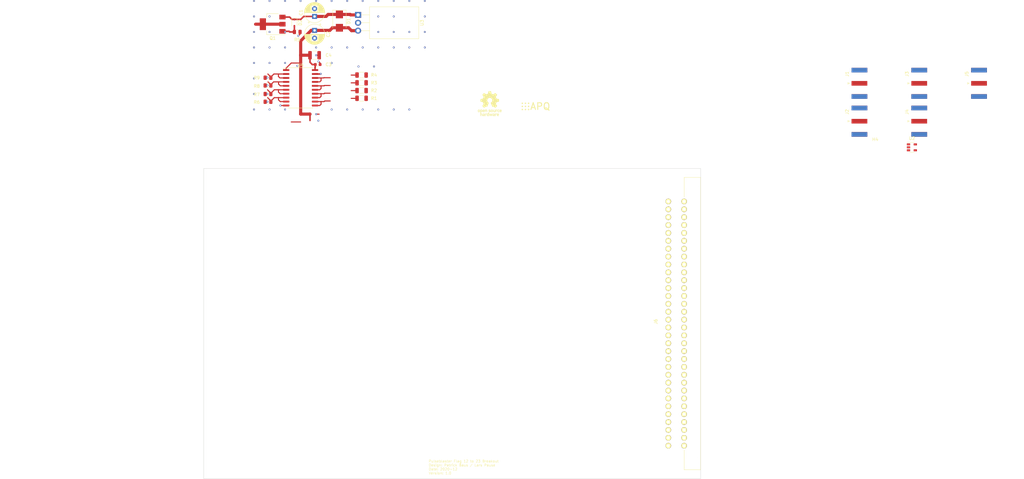
<source format=kicad_pcb>
(kicad_pcb (version 20171130) (host pcbnew 5.1.10-88a1d61d58~90~ubuntu20.04.1)

  (general
    (thickness 1.6)
    (drawings 9)
    (tracks 193)
    (zones 0)
    (modules 31)
    (nets 74)
  )

  (page A4)
  (title_block
    (title "Pulseblaster Flag 12 to 23 Breakout")
    (date 2020-12-11)
    (rev v1.0)
    (company "TU Darmstadt, Institut für Angewandte Physik, AG Birkl")
    (comment 1 "Copyright (©) 2020, Patrick Baus <patrick.baus@physik.tu-darmstadt.de>")
    (comment 2 "Copyright (©) 2020, Lars Pause <lars.pause@physik.tu-darmstadt.de>")
  )

  (layers
    (0 F.Cu power)
    (31 B.Cu power)
    (32 B.Adhes user)
    (33 F.Adhes user)
    (34 B.Paste user)
    (35 F.Paste user)
    (36 B.SilkS user)
    (37 F.SilkS user)
    (38 B.Mask user)
    (39 F.Mask user)
    (40 Dwgs.User user)
    (41 Cmts.User user)
    (42 Eco1.User user)
    (43 Eco2.User user)
    (44 Edge.Cuts user)
    (45 Margin user)
    (46 B.CrtYd user)
    (47 F.CrtYd user)
    (48 B.Fab user hide)
    (49 F.Fab user hide)
  )

  (setup
    (last_trace_width 0.35)
    (user_trace_width 0.21)
    (user_trace_width 0.32)
    (user_trace_width 0.35)
    (user_trace_width 0.5)
    (trace_clearance 0.2)
    (zone_clearance 0.3)
    (zone_45_only no)
    (trace_min 0.2)
    (via_size 0.6)
    (via_drill 0.3)
    (via_min_size 0.4)
    (via_min_drill 0.3)
    (uvia_size 0.3)
    (uvia_drill 0.1)
    (uvias_allowed no)
    (uvia_min_size 0.2)
    (uvia_min_drill 0.1)
    (edge_width 0.1)
    (segment_width 0.2)
    (pcb_text_width 0.3)
    (pcb_text_size 1.5 1.5)
    (mod_edge_width 0.15)
    (mod_text_size 1 1)
    (mod_text_width 0.15)
    (pad_size 2.7 2.7)
    (pad_drill 2.7)
    (pad_to_mask_clearance 0)
    (aux_axis_origin 0 0)
    (grid_origin 41 48)
    (visible_elements 7FFFFFFF)
    (pcbplotparams
      (layerselection 0x310fc_ffffffff)
      (usegerberextensions false)
      (usegerberattributes true)
      (usegerberadvancedattributes true)
      (creategerberjobfile true)
      (excludeedgelayer true)
      (linewidth 0.100000)
      (plotframeref false)
      (viasonmask false)
      (mode 1)
      (useauxorigin false)
      (hpglpennumber 1)
      (hpglpenspeed 20)
      (hpglpendiameter 15.000000)
      (psnegative false)
      (psa4output false)
      (plotreference true)
      (plotvalue true)
      (plotinvisibletext false)
      (padsonsilk false)
      (subtractmaskfromsilk false)
      (outputformat 1)
      (mirror false)
      (drillshape 0)
      (scaleselection 1)
      (outputdirectory "gerber/"))
  )

  (net 0 "")
  (net 1 GND)
  (net 2 "/Output Buffer/Vcc")
  (net 3 "/Output Buffer/A0")
  (net 4 "/Output Buffer/A3")
  (net 5 "/Output Buffer/A1")
  (net 6 "/Output Buffer/A2")
  (net 7 "/Output Buffer/B0")
  (net 8 "/Output Buffer/B1")
  (net 9 "/Output Buffer/B2")
  (net 10 "/Output Buffer/B3")
  (net 11 "/Power Supply/Reverse Polarity Protection/V18")
  (net 12 "/Power Supply/Reverse Polarity Protection/V18_unprot")
  (net 13 "Net-(D2-Pad2)")
  (net 14 "Net-(J2-Pad1)")
  (net 15 "Net-(J3-Pad1)")
  (net 16 "Net-(J5-Pad1)")
  (net 17 "Net-(J1-Pad1)")
  (net 18 "Net-(J4-Pad1)")
  (net 19 "Net-(J6-PadC4)")
  (net 20 "Net-(J6-PadC3)")
  (net 21 "Net-(J6-PadC5)")
  (net 22 "Net-(J6-PadC6)")
  (net 23 "Net-(J6-PadC7)")
  (net 24 "Net-(J6-PadC8)")
  (net 25 "Net-(J6-PadC9)")
  (net 26 "Net-(J6-PadC10)")
  (net 27 "Net-(J6-PadC11)")
  (net 28 "Net-(J6-PadC12)")
  (net 29 "Net-(J6-PadC13)")
  (net 30 "Net-(J6-PadC14)")
  (net 31 "Net-(J6-PadC19)")
  (net 32 "Net-(J6-PadC20)")
  (net 33 "Net-(J6-PadC21)")
  (net 34 "Net-(J6-PadC22)")
  (net 35 "Net-(J6-PadC23)")
  (net 36 "Net-(J6-PadC24)")
  (net 37 "Net-(J6-PadC25)")
  (net 38 "Net-(J6-PadC26)")
  (net 39 "Net-(J6-PadC27)")
  (net 40 "Net-(J6-PadC28)")
  (net 41 "Net-(J6-PadC29)")
  (net 42 "Net-(J6-PadC30)")
  (net 43 "Net-(J6-PadC31)")
  (net 44 "Net-(J6-PadC32)")
  (net 45 "Net-(J6-PadA4)")
  (net 46 "Net-(J6-PadA3)")
  (net 47 "Net-(J6-PadA5)")
  (net 48 "Net-(J6-PadA6)")
  (net 49 "Net-(J6-PadA7)")
  (net 50 "Net-(J6-PadA8)")
  (net 51 "Net-(J6-PadA9)")
  (net 52 "Net-(J6-PadA10)")
  (net 53 "Net-(J6-PadA11)")
  (net 54 "Net-(J6-PadA12)")
  (net 55 "Net-(J6-PadA13)")
  (net 56 "Net-(J6-PadA14)")
  (net 57 "Net-(J6-PadA19)")
  (net 58 "Net-(J6-PadA20)")
  (net 59 "Net-(J6-PadA21)")
  (net 60 "Net-(J6-PadA22)")
  (net 61 "Net-(J6-PadA23)")
  (net 62 "Net-(J6-PadA24)")
  (net 63 "Net-(J6-PadA25)")
  (net 64 "Net-(J6-PadA26)")
  (net 65 "Net-(J6-PadA27)")
  (net 66 "Net-(J6-PadA28)")
  (net 67 "Net-(J6-PadA29)")
  (net 68 "Net-(J6-PadA30)")
  (net 69 "Net-(J6-PadA31)")
  (net 70 "Net-(J6-PadA32)")
  (net 71 "Net-(U1-Pad36)")
  (net 72 "Net-(U1-Pad1)")
  (net 73 "Net-(U2-Pad1)")

  (net_class Default "Dies ist die voreingestellte Netzklasse."
    (clearance 0.2)
    (trace_width 0.35)
    (via_dia 0.6)
    (via_drill 0.3)
    (uvia_dia 0.3)
    (uvia_drill 0.1)
    (add_net "/Output Buffer/A0")
    (add_net "/Output Buffer/A1")
    (add_net "/Output Buffer/A2")
    (add_net "/Output Buffer/A3")
    (add_net "/Output Buffer/B0")
    (add_net "/Output Buffer/B1")
    (add_net "/Output Buffer/B2")
    (add_net "/Output Buffer/B3")
    (add_net "/Output Buffer/Vcc")
    (add_net "Net-(D2-Pad2)")
    (add_net "Net-(J1-Pad1)")
    (add_net "Net-(J2-Pad1)")
    (add_net "Net-(J3-Pad1)")
    (add_net "Net-(J4-Pad1)")
    (add_net "Net-(J5-Pad1)")
    (add_net "Net-(J6-PadA10)")
    (add_net "Net-(J6-PadA11)")
    (add_net "Net-(J6-PadA12)")
    (add_net "Net-(J6-PadA13)")
    (add_net "Net-(J6-PadA14)")
    (add_net "Net-(J6-PadA19)")
    (add_net "Net-(J6-PadA20)")
    (add_net "Net-(J6-PadA21)")
    (add_net "Net-(J6-PadA22)")
    (add_net "Net-(J6-PadA23)")
    (add_net "Net-(J6-PadA24)")
    (add_net "Net-(J6-PadA25)")
    (add_net "Net-(J6-PadA26)")
    (add_net "Net-(J6-PadA27)")
    (add_net "Net-(J6-PadA28)")
    (add_net "Net-(J6-PadA29)")
    (add_net "Net-(J6-PadA3)")
    (add_net "Net-(J6-PadA30)")
    (add_net "Net-(J6-PadA31)")
    (add_net "Net-(J6-PadA32)")
    (add_net "Net-(J6-PadA4)")
    (add_net "Net-(J6-PadA5)")
    (add_net "Net-(J6-PadA6)")
    (add_net "Net-(J6-PadA7)")
    (add_net "Net-(J6-PadA8)")
    (add_net "Net-(J6-PadA9)")
    (add_net "Net-(J6-PadC10)")
    (add_net "Net-(J6-PadC11)")
    (add_net "Net-(J6-PadC12)")
    (add_net "Net-(J6-PadC13)")
    (add_net "Net-(J6-PadC14)")
    (add_net "Net-(J6-PadC19)")
    (add_net "Net-(J6-PadC20)")
    (add_net "Net-(J6-PadC21)")
    (add_net "Net-(J6-PadC22)")
    (add_net "Net-(J6-PadC23)")
    (add_net "Net-(J6-PadC24)")
    (add_net "Net-(J6-PadC25)")
    (add_net "Net-(J6-PadC26)")
    (add_net "Net-(J6-PadC27)")
    (add_net "Net-(J6-PadC28)")
    (add_net "Net-(J6-PadC29)")
    (add_net "Net-(J6-PadC3)")
    (add_net "Net-(J6-PadC30)")
    (add_net "Net-(J6-PadC31)")
    (add_net "Net-(J6-PadC32)")
    (add_net "Net-(J6-PadC4)")
    (add_net "Net-(J6-PadC5)")
    (add_net "Net-(J6-PadC6)")
    (add_net "Net-(J6-PadC7)")
    (add_net "Net-(J6-PadC8)")
    (add_net "Net-(J6-PadC9)")
    (add_net "Net-(U1-Pad1)")
    (add_net "Net-(U1-Pad36)")
    (add_net "Net-(U2-Pad1)")
  )

  (net_class Power ""
    (clearance 0.2)
    (trace_width 1)
    (via_dia 0.6)
    (via_drill 0.3)
    (uvia_dia 0.3)
    (uvia_drill 0.1)
    (add_net "/Power Supply/Reverse Polarity Protection/V18")
    (add_net "/Power Supply/Reverse Polarity Protection/V18_unprot")
    (add_net GND)
  )

  (module Package_TO_SOT_SMD:SOT-23-5 (layer F.Cu) (tedit 5A02FF57) (tstamp 614D9B07)
    (at 269.05 41.2)
    (descr "5-pin SOT23 package")
    (tags SOT-23-5)
    (path /614769FF)
    (attr smd)
    (fp_text reference U2 (at 0 -2.9) (layer F.SilkS)
      (effects (font (size 1 1) (thickness 0.15)))
    )
    (fp_text value SN74LV1T34DBV (at 0 2.9) (layer F.Fab)
      (effects (font (size 1 1) (thickness 0.15)))
    )
    (fp_line (start -0.9 1.61) (end 0.9 1.61) (layer F.SilkS) (width 0.12))
    (fp_line (start 0.9 -1.61) (end -1.55 -1.61) (layer F.SilkS) (width 0.12))
    (fp_line (start -1.9 -1.8) (end 1.9 -1.8) (layer F.CrtYd) (width 0.05))
    (fp_line (start 1.9 -1.8) (end 1.9 1.8) (layer F.CrtYd) (width 0.05))
    (fp_line (start 1.9 1.8) (end -1.9 1.8) (layer F.CrtYd) (width 0.05))
    (fp_line (start -1.9 1.8) (end -1.9 -1.8) (layer F.CrtYd) (width 0.05))
    (fp_line (start -0.9 -0.9) (end -0.25 -1.55) (layer F.Fab) (width 0.1))
    (fp_line (start 0.9 -1.55) (end -0.25 -1.55) (layer F.Fab) (width 0.1))
    (fp_line (start -0.9 -0.9) (end -0.9 1.55) (layer F.Fab) (width 0.1))
    (fp_line (start 0.9 1.55) (end -0.9 1.55) (layer F.Fab) (width 0.1))
    (fp_line (start 0.9 -1.55) (end 0.9 1.55) (layer F.Fab) (width 0.1))
    (fp_text user %R (at 0 0 90) (layer F.Fab)
      (effects (font (size 0.5 0.5) (thickness 0.075)))
    )
    (pad 5 smd rect (at 1.1 -0.95) (size 1.06 0.65) (layers F.Cu F.Paste F.Mask)
      (net 71 "Net-(U1-Pad36)"))
    (pad 4 smd rect (at 1.1 0.95) (size 1.06 0.65) (layers F.Cu F.Paste F.Mask)
      (net 72 "Net-(U1-Pad1)"))
    (pad 3 smd rect (at -1.1 0.95) (size 1.06 0.65) (layers F.Cu F.Paste F.Mask)
      (net 1 GND))
    (pad 2 smd rect (at -1.1 0) (size 1.06 0.65) (layers F.Cu F.Paste F.Mask)
      (net 17 "Net-(J1-Pad1)"))
    (pad 1 smd rect (at -1.1 -0.95) (size 1.06 0.65) (layers F.Cu F.Paste F.Mask)
      (net 73 "Net-(U2-Pad1)"))
    (model ${KISYS3DMOD}/Package_TO_SOT_SMD.3dshapes/SOT-23-5.wrl
      (at (xyz 0 0 0))
      (scale (xyz 1 1 1))
      (rotate (xyz 0 0 0))
    )
  )

  (module Custom_footprints_project:Socket_DIN41612-CaseC1-AC-Male-64Pin-2rows (layer F.Cu) (tedit 589CEC5A) (tstamp 614D9546)
    (at 193.16 98 90)
    (descr "DIN41612 Socket, 2 rows, male")
    (tags "DIN41612 male connector")
    (path /5859818D/614D9E5E)
    (fp_text reference J6 (at 0.635 -6.604 90) (layer F.SilkS)
      (effects (font (size 1 1) (thickness 0.15)))
    )
    (fp_text value C64AC (at 0 12.7 90) (layer F.Fab)
      (effects (font (size 1 1) (thickness 0.15)))
    )
    (fp_line (start -47.117 2.54) (end -40.767 2.54) (layer F.SilkS) (width 0.12))
    (fp_line (start -47.117 7.84) (end -47.117 2.54) (layer F.SilkS) (width 0.12))
    (fp_line (start 47.117 7.84) (end -47.117 7.84) (layer F.SilkS) (width 0.12))
    (fp_line (start 47.117 2.54) (end 47.117 7.84) (layer F.SilkS) (width 0.12))
    (fp_line (start 47.117 2.54) (end 40.767 2.54) (layer F.SilkS) (width 0.12))
    (fp_line (start -44.45 15.28) (end -44.45 7.84) (layer F.CrtYd) (width 0.05))
    (fp_line (start 44.45 15.28) (end -44.45 15.28) (layer F.CrtYd) (width 0.05))
    (fp_line (start 44.45 7.84) (end 44.45 15.28) (layer F.CrtYd) (width 0.05))
    (fp_line (start -47.617 7.84) (end -47.617 2.04) (layer F.CrtYd) (width 0.05))
    (fp_line (start -47.617 2.04) (end -41.37 2.04) (layer F.CrtYd) (width 0.05))
    (fp_line (start -41.37 2.04) (end -41.37 -4.54) (layer F.CrtYd) (width 0.05))
    (fp_line (start -41.37 -4.54) (end 41.37 -4.54) (layer F.CrtYd) (width 0.05))
    (fp_line (start 41.37 -4.54) (end 41.37 2.04) (layer F.CrtYd) (width 0.05))
    (fp_line (start 41.37 2.04) (end 47.617 2.04) (layer F.CrtYd) (width 0.05))
    (fp_line (start 47.617 2.04) (end 47.617 7.84) (layer F.CrtYd) (width 0.05))
    (fp_line (start -47.617 7.84) (end -44.45 7.84) (layer F.CrtYd) (width 0.05))
    (fp_line (start 44.45 7.84) (end 47.617 7.84) (layer F.CrtYd) (width 0.05))
    (pad C1 thru_hole circle (at 39.37 2.54 270) (size 1.8 1.8) (drill 1) (layers *.Cu *.Mask F.SilkS)
      (net 12 "/Power Supply/Reverse Polarity Protection/V18_unprot"))
    (pad C2 thru_hole circle (at 36.83 2.54 270) (size 1.8 1.8) (drill 1) (layers *.Cu *.Mask F.SilkS)
      (net 12 "/Power Supply/Reverse Polarity Protection/V18_unprot"))
    (pad C4 thru_hole circle (at 31.75 2.54 270) (size 1.8 1.8) (drill 1) (layers *.Cu *.Mask F.SilkS)
      (net 19 "Net-(J6-PadC4)"))
    (pad C3 thru_hole circle (at 34.29 2.54 270) (size 1.8 1.8) (drill 1) (layers *.Cu *.Mask F.SilkS)
      (net 20 "Net-(J6-PadC3)"))
    (pad C5 thru_hole circle (at 29.21 2.54 270) (size 1.8 1.8) (drill 1) (layers *.Cu *.Mask F.SilkS)
      (net 21 "Net-(J6-PadC5)"))
    (pad C6 thru_hole circle (at 26.67 2.54 270) (size 1.8 1.8) (drill 1) (layers *.Cu *.Mask F.SilkS)
      (net 22 "Net-(J6-PadC6)"))
    (pad C7 thru_hole circle (at 24.13 2.54 270) (size 1.8 1.8) (drill 1) (layers *.Cu *.Mask F.SilkS)
      (net 23 "Net-(J6-PadC7)"))
    (pad C8 thru_hole circle (at 21.59 2.54 270) (size 1.8 1.8) (drill 1) (layers *.Cu *.Mask F.SilkS)
      (net 24 "Net-(J6-PadC8)"))
    (pad C9 thru_hole circle (at 19.05 2.54 270) (size 1.8 1.8) (drill 1) (layers *.Cu *.Mask F.SilkS)
      (net 25 "Net-(J6-PadC9)"))
    (pad C10 thru_hole circle (at 16.51 2.54 270) (size 1.8 1.8) (drill 1) (layers *.Cu *.Mask F.SilkS)
      (net 26 "Net-(J6-PadC10)"))
    (pad C11 thru_hole circle (at 13.97 2.54 270) (size 1.8 1.8) (drill 1) (layers *.Cu *.Mask F.SilkS)
      (net 27 "Net-(J6-PadC11)"))
    (pad C12 thru_hole circle (at 11.43 2.54 270) (size 1.8 1.8) (drill 1) (layers *.Cu *.Mask F.SilkS)
      (net 28 "Net-(J6-PadC12)"))
    (pad C13 thru_hole circle (at 8.89 2.54 270) (size 1.8 1.8) (drill 1) (layers *.Cu *.Mask F.SilkS)
      (net 29 "Net-(J6-PadC13)"))
    (pad C14 thru_hole circle (at 6.35 2.54 270) (size 1.8 1.8) (drill 1) (layers *.Cu *.Mask F.SilkS)
      (net 30 "Net-(J6-PadC14)"))
    (pad C15 thru_hole circle (at 3.81 2.54 270) (size 1.8 1.8) (drill 1) (layers *.Cu *.Mask F.SilkS)
      (net 1 GND))
    (pad C16 thru_hole circle (at 1.27 2.54 270) (size 1.8 1.8) (drill 1) (layers *.Cu *.Mask F.SilkS)
      (net 1 GND))
    (pad C17 thru_hole circle (at -1.27 2.54 270) (size 1.8 1.8) (drill 1) (layers *.Cu *.Mask F.SilkS)
      (net 1 GND))
    (pad C18 thru_hole circle (at -3.81 2.54 270) (size 1.8 1.8) (drill 1) (layers *.Cu *.Mask F.SilkS)
      (net 1 GND))
    (pad C19 thru_hole circle (at -6.35 2.54 270) (size 1.8 1.8) (drill 1) (layers *.Cu *.Mask F.SilkS)
      (net 31 "Net-(J6-PadC19)"))
    (pad C20 thru_hole circle (at -8.89 2.54 270) (size 1.8 1.8) (drill 1) (layers *.Cu *.Mask F.SilkS)
      (net 32 "Net-(J6-PadC20)"))
    (pad C21 thru_hole circle (at -11.43 2.54 270) (size 1.8 1.8) (drill 1) (layers *.Cu *.Mask F.SilkS)
      (net 33 "Net-(J6-PadC21)"))
    (pad C22 thru_hole circle (at -13.97 2.54 270) (size 1.8 1.8) (drill 1) (layers *.Cu *.Mask F.SilkS)
      (net 34 "Net-(J6-PadC22)"))
    (pad C23 thru_hole circle (at -16.51 2.54 270) (size 1.8 1.8) (drill 1) (layers *.Cu *.Mask F.SilkS)
      (net 35 "Net-(J6-PadC23)"))
    (pad C24 thru_hole circle (at -19.05 2.54 270) (size 1.8 1.8) (drill 1) (layers *.Cu *.Mask F.SilkS)
      (net 36 "Net-(J6-PadC24)"))
    (pad C25 thru_hole circle (at -21.59 2.54 270) (size 1.8 1.8) (drill 1) (layers *.Cu *.Mask F.SilkS)
      (net 37 "Net-(J6-PadC25)"))
    (pad C26 thru_hole circle (at -24.13 2.54 270) (size 1.8 1.8) (drill 1) (layers *.Cu *.Mask F.SilkS)
      (net 38 "Net-(J6-PadC26)"))
    (pad C27 thru_hole circle (at -26.67 2.54 270) (size 1.8 1.8) (drill 1) (layers *.Cu *.Mask F.SilkS)
      (net 39 "Net-(J6-PadC27)"))
    (pad C28 thru_hole circle (at -29.21 2.54 270) (size 1.8 1.8) (drill 1) (layers *.Cu *.Mask F.SilkS)
      (net 40 "Net-(J6-PadC28)"))
    (pad C29 thru_hole circle (at -31.75 2.54 270) (size 1.8 1.8) (drill 1) (layers *.Cu *.Mask F.SilkS)
      (net 41 "Net-(J6-PadC29)"))
    (pad C30 thru_hole circle (at -34.29 2.54 270) (size 1.8 1.8) (drill 1) (layers *.Cu *.Mask F.SilkS)
      (net 42 "Net-(J6-PadC30)"))
    (pad C31 thru_hole circle (at -36.83 2.54 270) (size 1.8 1.8) (drill 1) (layers *.Cu *.Mask F.SilkS)
      (net 43 "Net-(J6-PadC31)"))
    (pad C32 thru_hole circle (at -39.37 2.54 270) (size 1.8 1.8) (drill 1) (layers *.Cu *.Mask F.SilkS)
      (net 44 "Net-(J6-PadC32)"))
    (pad A1 thru_hole circle (at 39.37 -2.54 270) (size 1.8 1.8) (drill 1) (layers *.Cu *.Mask F.SilkS)
      (net 12 "/Power Supply/Reverse Polarity Protection/V18_unprot"))
    (pad A2 thru_hole circle (at 36.83 -2.54 270) (size 1.8 1.8) (drill 1) (layers *.Cu *.Mask F.SilkS)
      (net 12 "/Power Supply/Reverse Polarity Protection/V18_unprot"))
    (pad A4 thru_hole circle (at 31.75 -2.54 270) (size 1.8 1.8) (drill 1) (layers *.Cu *.Mask F.SilkS)
      (net 45 "Net-(J6-PadA4)"))
    (pad A3 thru_hole circle (at 34.29 -2.54 270) (size 1.8 1.8) (drill 1) (layers *.Cu *.Mask F.SilkS)
      (net 46 "Net-(J6-PadA3)"))
    (pad A5 thru_hole circle (at 29.21 -2.54 270) (size 1.8 1.8) (drill 1) (layers *.Cu *.Mask F.SilkS)
      (net 47 "Net-(J6-PadA5)"))
    (pad A6 thru_hole circle (at 26.67 -2.54 270) (size 1.8 1.8) (drill 1) (layers *.Cu *.Mask F.SilkS)
      (net 48 "Net-(J6-PadA6)"))
    (pad A7 thru_hole circle (at 24.13 -2.54 270) (size 1.8 1.8) (drill 1) (layers *.Cu *.Mask F.SilkS)
      (net 49 "Net-(J6-PadA7)"))
    (pad A8 thru_hole circle (at 21.59 -2.54 270) (size 1.8 1.8) (drill 1) (layers *.Cu *.Mask F.SilkS)
      (net 50 "Net-(J6-PadA8)"))
    (pad A9 thru_hole circle (at 19.05 -2.54 270) (size 1.8 1.8) (drill 1) (layers *.Cu *.Mask F.SilkS)
      (net 51 "Net-(J6-PadA9)"))
    (pad A10 thru_hole circle (at 16.51 -2.54 270) (size 1.8 1.8) (drill 1) (layers *.Cu *.Mask F.SilkS)
      (net 52 "Net-(J6-PadA10)"))
    (pad A11 thru_hole circle (at 13.97 -2.54 270) (size 1.8 1.8) (drill 1) (layers *.Cu *.Mask F.SilkS)
      (net 53 "Net-(J6-PadA11)"))
    (pad A12 thru_hole circle (at 11.43 -2.54 270) (size 1.8 1.8) (drill 1) (layers *.Cu *.Mask F.SilkS)
      (net 54 "Net-(J6-PadA12)"))
    (pad A13 thru_hole circle (at 8.89 -2.54 270) (size 1.8 1.8) (drill 1) (layers *.Cu *.Mask F.SilkS)
      (net 55 "Net-(J6-PadA13)"))
    (pad A14 thru_hole circle (at 6.35 -2.54 270) (size 1.8 1.8) (drill 1) (layers *.Cu *.Mask F.SilkS)
      (net 56 "Net-(J6-PadA14)"))
    (pad A15 thru_hole circle (at 3.81 -2.54 270) (size 1.8 1.8) (drill 1) (layers *.Cu *.Mask F.SilkS)
      (net 1 GND))
    (pad A16 thru_hole circle (at 1.27 -2.54 270) (size 1.8 1.8) (drill 1) (layers *.Cu *.Mask F.SilkS)
      (net 1 GND))
    (pad A17 thru_hole circle (at -1.27 -2.54 270) (size 1.8 1.8) (drill 1) (layers *.Cu *.Mask F.SilkS)
      (net 1 GND))
    (pad A18 thru_hole circle (at -3.81 -2.54 270) (size 1.8 1.8) (drill 1) (layers *.Cu *.Mask F.SilkS)
      (net 1 GND))
    (pad A19 thru_hole circle (at -6.35 -2.54 270) (size 1.8 1.8) (drill 1) (layers *.Cu *.Mask F.SilkS)
      (net 57 "Net-(J6-PadA19)"))
    (pad A20 thru_hole circle (at -8.89 -2.54 270) (size 1.8 1.8) (drill 1) (layers *.Cu *.Mask F.SilkS)
      (net 58 "Net-(J6-PadA20)"))
    (pad A21 thru_hole circle (at -11.43 -2.54 270) (size 1.8 1.8) (drill 1) (layers *.Cu *.Mask F.SilkS)
      (net 59 "Net-(J6-PadA21)"))
    (pad A22 thru_hole circle (at -13.97 -2.54 270) (size 1.8 1.8) (drill 1) (layers *.Cu *.Mask F.SilkS)
      (net 60 "Net-(J6-PadA22)"))
    (pad A23 thru_hole circle (at -16.51 -2.54 270) (size 1.8 1.8) (drill 1) (layers *.Cu *.Mask F.SilkS)
      (net 61 "Net-(J6-PadA23)"))
    (pad A24 thru_hole circle (at -19.05 -2.54 270) (size 1.8 1.8) (drill 1) (layers *.Cu *.Mask F.SilkS)
      (net 62 "Net-(J6-PadA24)"))
    (pad A25 thru_hole circle (at -21.59 -2.54 270) (size 1.8 1.8) (drill 1) (layers *.Cu *.Mask F.SilkS)
      (net 63 "Net-(J6-PadA25)"))
    (pad A26 thru_hole circle (at -24.13 -2.54 270) (size 1.8 1.8) (drill 1) (layers *.Cu *.Mask F.SilkS)
      (net 64 "Net-(J6-PadA26)"))
    (pad A27 thru_hole circle (at -26.67 -2.54 270) (size 1.8 1.8) (drill 1) (layers *.Cu *.Mask F.SilkS)
      (net 65 "Net-(J6-PadA27)"))
    (pad A28 thru_hole circle (at -29.21 -2.54 270) (size 1.8 1.8) (drill 1) (layers *.Cu *.Mask F.SilkS)
      (net 66 "Net-(J6-PadA28)"))
    (pad A29 thru_hole circle (at -31.75 -2.54 270) (size 1.8 1.8) (drill 1) (layers *.Cu *.Mask F.SilkS)
      (net 67 "Net-(J6-PadA29)"))
    (pad A30 thru_hole circle (at -34.29 -2.54 270) (size 1.8 1.8) (drill 1) (layers *.Cu *.Mask F.SilkS)
      (net 68 "Net-(J6-PadA30)"))
    (pad A31 thru_hole circle (at -36.83 -2.54 270) (size 1.8 1.8) (drill 1) (layers *.Cu *.Mask F.SilkS)
      (net 69 "Net-(J6-PadA31)"))
    (pad A32 thru_hole circle (at -39.37 -2.54 270) (size 1.8 1.8) (drill 1) (layers *.Cu *.Mask F.SilkS)
      (net 70 "Net-(J6-PadA32)"))
    (pad "" np_thru_hole circle (at -44.45 5.08 90) (size 2.9 2.9) (drill 2.9) (layers *.Cu *.Mask))
    (pad "" np_thru_hole circle (at 44.45 5.08 90) (size 2.9 2.9) (drill 2.9) (layers *.Cu *.Mask))
    (model ${KIPRJMOD}/footprints.3dshapes//DIN384617.wrl
      (at (xyz 0 0 0))
      (scale (xyz 0.393701 0.393701 0.393701))
      (rotate (xyz 0 0 0))
    )
  )

  (module Connector_Coaxial:SMA_Amphenol_132289_EdgeMount (layer F.Cu) (tedit 5A1C1810) (tstamp 614D995D)
    (at 290.665 20.56)
    (descr http://www.amphenolrf.com/132289.html)
    (tags SMA)
    (path /5813214B)
    (attr smd)
    (fp_text reference J5 (at -3.96 -3 90) (layer F.SilkS)
      (effects (font (size 1 1) (thickness 0.15)))
    )
    (fp_text value Flag_12 (at 5 6) (layer F.Fab)
      (effects (font (size 1 1) (thickness 0.15)))
    )
    (fp_line (start -3.71 0.25) (end -3.21 0) (layer F.SilkS) (width 0.12))
    (fp_line (start -3.71 -0.25) (end -3.71 0.25) (layer F.SilkS) (width 0.12))
    (fp_line (start -3.21 0) (end -3.71 -0.25) (layer F.SilkS) (width 0.12))
    (fp_line (start 3.54 0) (end 2.54 0.75) (layer F.Fab) (width 0.1))
    (fp_line (start 2.54 -0.75) (end 3.54 0) (layer F.Fab) (width 0.1))
    (fp_line (start 14.47 -5.58) (end -3.04 -5.58) (layer F.CrtYd) (width 0.05))
    (fp_line (start 14.47 -5.58) (end 14.47 5.58) (layer F.CrtYd) (width 0.05))
    (fp_line (start 14.47 5.58) (end -3.04 5.58) (layer F.CrtYd) (width 0.05))
    (fp_line (start -3.04 5.58) (end -3.04 -5.58) (layer F.CrtYd) (width 0.05))
    (fp_line (start 14.47 -5.58) (end -3.04 -5.58) (layer B.CrtYd) (width 0.05))
    (fp_line (start 14.47 -5.58) (end 14.47 5.58) (layer B.CrtYd) (width 0.05))
    (fp_line (start 14.47 5.58) (end -3.04 5.58) (layer B.CrtYd) (width 0.05))
    (fp_line (start -3.04 5.58) (end -3.04 -5.58) (layer B.CrtYd) (width 0.05))
    (fp_line (start 4.445 -3.81) (end 13.97 -3.81) (layer F.Fab) (width 0.1))
    (fp_line (start 13.97 -3.81) (end 13.97 3.81) (layer F.Fab) (width 0.1))
    (fp_line (start 13.97 3.81) (end 4.445 3.81) (layer F.Fab) (width 0.1))
    (fp_line (start 4.445 5.08) (end 4.445 3.81) (layer F.Fab) (width 0.1))
    (fp_line (start 4.445 -3.81) (end 4.445 -5.08) (layer F.Fab) (width 0.1))
    (fp_line (start -1.91 -5.08) (end 4.445 -5.08) (layer F.Fab) (width 0.1))
    (fp_line (start -1.91 -5.08) (end -1.91 -3.81) (layer F.Fab) (width 0.1))
    (fp_line (start -1.91 -3.81) (end 2.54 -3.81) (layer F.Fab) (width 0.1))
    (fp_line (start 2.54 -3.81) (end 2.54 3.81) (layer F.Fab) (width 0.1))
    (fp_line (start 2.54 3.81) (end -1.91 3.81) (layer F.Fab) (width 0.1))
    (fp_line (start -1.91 3.81) (end -1.91 5.08) (layer F.Fab) (width 0.1))
    (fp_line (start -1.91 5.08) (end 4.445 5.08) (layer F.Fab) (width 0.1))
    (fp_text user %R (at 4.79 0 270) (layer F.Fab)
      (effects (font (size 1 1) (thickness 0.15)))
    )
    (pad 1 smd rect (at 0 0 90) (size 1.5 5.08) (layers F.Cu F.Paste F.Mask)
      (net 16 "Net-(J5-Pad1)"))
    (pad 2 smd rect (at 0 -4.25 90) (size 1.5 5.08) (layers F.Cu F.Paste F.Mask)
      (net 1 GND))
    (pad 2 smd rect (at 0 4.25 90) (size 1.5 5.08) (layers F.Cu F.Paste F.Mask)
      (net 1 GND))
    (pad 2 smd rect (at 0 -4.25 90) (size 1.5 5.08) (layers B.Cu B.Paste B.Mask)
      (net 1 GND))
    (pad 2 smd rect (at 0 4.25 90) (size 1.5 5.08) (layers B.Cu B.Paste B.Mask)
      (net 1 GND))
    (model ${KISYS3DMOD}/Connector_Coaxial.3dshapes/SMA_Amphenol_132289_EdgeMount.wrl
      (at (xyz 0 0 0))
      (scale (xyz 1 1 1))
      (rotate (xyz 0 0 0))
    )
  )

  (module Connector_Coaxial:SMA_Amphenol_132289_EdgeMount (layer F.Cu) (tedit 5A1C1810) (tstamp 614D993A)
    (at 271.405 32.77)
    (descr http://www.amphenolrf.com/132289.html)
    (tags SMA)
    (path /58132105)
    (attr smd)
    (fp_text reference J4 (at -3.96 -3 90) (layer F.SilkS)
      (effects (font (size 1 1) (thickness 0.15)))
    )
    (fp_text value Flag_13 (at 5 6) (layer F.Fab)
      (effects (font (size 1 1) (thickness 0.15)))
    )
    (fp_line (start -3.71 0.25) (end -3.21 0) (layer F.SilkS) (width 0.12))
    (fp_line (start -3.71 -0.25) (end -3.71 0.25) (layer F.SilkS) (width 0.12))
    (fp_line (start -3.21 0) (end -3.71 -0.25) (layer F.SilkS) (width 0.12))
    (fp_line (start 3.54 0) (end 2.54 0.75) (layer F.Fab) (width 0.1))
    (fp_line (start 2.54 -0.75) (end 3.54 0) (layer F.Fab) (width 0.1))
    (fp_line (start 14.47 -5.58) (end -3.04 -5.58) (layer F.CrtYd) (width 0.05))
    (fp_line (start 14.47 -5.58) (end 14.47 5.58) (layer F.CrtYd) (width 0.05))
    (fp_line (start 14.47 5.58) (end -3.04 5.58) (layer F.CrtYd) (width 0.05))
    (fp_line (start -3.04 5.58) (end -3.04 -5.58) (layer F.CrtYd) (width 0.05))
    (fp_line (start 14.47 -5.58) (end -3.04 -5.58) (layer B.CrtYd) (width 0.05))
    (fp_line (start 14.47 -5.58) (end 14.47 5.58) (layer B.CrtYd) (width 0.05))
    (fp_line (start 14.47 5.58) (end -3.04 5.58) (layer B.CrtYd) (width 0.05))
    (fp_line (start -3.04 5.58) (end -3.04 -5.58) (layer B.CrtYd) (width 0.05))
    (fp_line (start 4.445 -3.81) (end 13.97 -3.81) (layer F.Fab) (width 0.1))
    (fp_line (start 13.97 -3.81) (end 13.97 3.81) (layer F.Fab) (width 0.1))
    (fp_line (start 13.97 3.81) (end 4.445 3.81) (layer F.Fab) (width 0.1))
    (fp_line (start 4.445 5.08) (end 4.445 3.81) (layer F.Fab) (width 0.1))
    (fp_line (start 4.445 -3.81) (end 4.445 -5.08) (layer F.Fab) (width 0.1))
    (fp_line (start -1.91 -5.08) (end 4.445 -5.08) (layer F.Fab) (width 0.1))
    (fp_line (start -1.91 -5.08) (end -1.91 -3.81) (layer F.Fab) (width 0.1))
    (fp_line (start -1.91 -3.81) (end 2.54 -3.81) (layer F.Fab) (width 0.1))
    (fp_line (start 2.54 -3.81) (end 2.54 3.81) (layer F.Fab) (width 0.1))
    (fp_line (start 2.54 3.81) (end -1.91 3.81) (layer F.Fab) (width 0.1))
    (fp_line (start -1.91 3.81) (end -1.91 5.08) (layer F.Fab) (width 0.1))
    (fp_line (start -1.91 5.08) (end 4.445 5.08) (layer F.Fab) (width 0.1))
    (fp_text user %R (at 4.79 0 270) (layer F.Fab)
      (effects (font (size 1 1) (thickness 0.15)))
    )
    (pad 1 smd rect (at 0 0 90) (size 1.5 5.08) (layers F.Cu F.Paste F.Mask)
      (net 18 "Net-(J4-Pad1)"))
    (pad 2 smd rect (at 0 -4.25 90) (size 1.5 5.08) (layers F.Cu F.Paste F.Mask)
      (net 1 GND))
    (pad 2 smd rect (at 0 4.25 90) (size 1.5 5.08) (layers F.Cu F.Paste F.Mask)
      (net 1 GND))
    (pad 2 smd rect (at 0 -4.25 90) (size 1.5 5.08) (layers B.Cu B.Paste B.Mask)
      (net 1 GND))
    (pad 2 smd rect (at 0 4.25 90) (size 1.5 5.08) (layers B.Cu B.Paste B.Mask)
      (net 1 GND))
    (model ${KISYS3DMOD}/Connector_Coaxial.3dshapes/SMA_Amphenol_132289_EdgeMount.wrl
      (at (xyz 0 0 0))
      (scale (xyz 1 1 1))
      (rotate (xyz 0 0 0))
    )
  )

  (module Connector_Coaxial:SMA_Amphenol_132289_EdgeMount (layer F.Cu) (tedit 5A1C1810) (tstamp 614D9917)
    (at 271.405 20.56)
    (descr http://www.amphenolrf.com/132289.html)
    (tags SMA)
    (path /581320B7)
    (attr smd)
    (fp_text reference J3 (at -3.96 -3 90) (layer F.SilkS)
      (effects (font (size 1 1) (thickness 0.15)))
    )
    (fp_text value Flag_14 (at 5 6) (layer F.Fab)
      (effects (font (size 1 1) (thickness 0.15)))
    )
    (fp_line (start -3.71 0.25) (end -3.21 0) (layer F.SilkS) (width 0.12))
    (fp_line (start -3.71 -0.25) (end -3.71 0.25) (layer F.SilkS) (width 0.12))
    (fp_line (start -3.21 0) (end -3.71 -0.25) (layer F.SilkS) (width 0.12))
    (fp_line (start 3.54 0) (end 2.54 0.75) (layer F.Fab) (width 0.1))
    (fp_line (start 2.54 -0.75) (end 3.54 0) (layer F.Fab) (width 0.1))
    (fp_line (start 14.47 -5.58) (end -3.04 -5.58) (layer F.CrtYd) (width 0.05))
    (fp_line (start 14.47 -5.58) (end 14.47 5.58) (layer F.CrtYd) (width 0.05))
    (fp_line (start 14.47 5.58) (end -3.04 5.58) (layer F.CrtYd) (width 0.05))
    (fp_line (start -3.04 5.58) (end -3.04 -5.58) (layer F.CrtYd) (width 0.05))
    (fp_line (start 14.47 -5.58) (end -3.04 -5.58) (layer B.CrtYd) (width 0.05))
    (fp_line (start 14.47 -5.58) (end 14.47 5.58) (layer B.CrtYd) (width 0.05))
    (fp_line (start 14.47 5.58) (end -3.04 5.58) (layer B.CrtYd) (width 0.05))
    (fp_line (start -3.04 5.58) (end -3.04 -5.58) (layer B.CrtYd) (width 0.05))
    (fp_line (start 4.445 -3.81) (end 13.97 -3.81) (layer F.Fab) (width 0.1))
    (fp_line (start 13.97 -3.81) (end 13.97 3.81) (layer F.Fab) (width 0.1))
    (fp_line (start 13.97 3.81) (end 4.445 3.81) (layer F.Fab) (width 0.1))
    (fp_line (start 4.445 5.08) (end 4.445 3.81) (layer F.Fab) (width 0.1))
    (fp_line (start 4.445 -3.81) (end 4.445 -5.08) (layer F.Fab) (width 0.1))
    (fp_line (start -1.91 -5.08) (end 4.445 -5.08) (layer F.Fab) (width 0.1))
    (fp_line (start -1.91 -5.08) (end -1.91 -3.81) (layer F.Fab) (width 0.1))
    (fp_line (start -1.91 -3.81) (end 2.54 -3.81) (layer F.Fab) (width 0.1))
    (fp_line (start 2.54 -3.81) (end 2.54 3.81) (layer F.Fab) (width 0.1))
    (fp_line (start 2.54 3.81) (end -1.91 3.81) (layer F.Fab) (width 0.1))
    (fp_line (start -1.91 3.81) (end -1.91 5.08) (layer F.Fab) (width 0.1))
    (fp_line (start -1.91 5.08) (end 4.445 5.08) (layer F.Fab) (width 0.1))
    (fp_text user %R (at 4.79 0 270) (layer F.Fab)
      (effects (font (size 1 1) (thickness 0.15)))
    )
    (pad 1 smd rect (at 0 0 90) (size 1.5 5.08) (layers F.Cu F.Paste F.Mask)
      (net 15 "Net-(J3-Pad1)"))
    (pad 2 smd rect (at 0 -4.25 90) (size 1.5 5.08) (layers F.Cu F.Paste F.Mask)
      (net 1 GND))
    (pad 2 smd rect (at 0 4.25 90) (size 1.5 5.08) (layers F.Cu F.Paste F.Mask)
      (net 1 GND))
    (pad 2 smd rect (at 0 -4.25 90) (size 1.5 5.08) (layers B.Cu B.Paste B.Mask)
      (net 1 GND))
    (pad 2 smd rect (at 0 4.25 90) (size 1.5 5.08) (layers B.Cu B.Paste B.Mask)
      (net 1 GND))
    (model ${KISYS3DMOD}/Connector_Coaxial.3dshapes/SMA_Amphenol_132289_EdgeMount.wrl
      (at (xyz 0 0 0))
      (scale (xyz 1 1 1))
      (rotate (xyz 0 0 0))
    )
  )

  (module Connector_Coaxial:SMA_Amphenol_132289_EdgeMount (layer F.Cu) (tedit 5A1C1810) (tstamp 614D98F4)
    (at 252.145 32.77)
    (descr http://www.amphenolrf.com/132289.html)
    (tags SMA)
    (path /6149FB08)
    (attr smd)
    (fp_text reference J2 (at -3.96 -3 90) (layer F.SilkS)
      (effects (font (size 1 1) (thickness 0.15)))
    )
    (fp_text value Flag_12 (at 5 6) (layer F.Fab)
      (effects (font (size 1 1) (thickness 0.15)))
    )
    (fp_line (start -3.71 0.25) (end -3.21 0) (layer F.SilkS) (width 0.12))
    (fp_line (start -3.71 -0.25) (end -3.71 0.25) (layer F.SilkS) (width 0.12))
    (fp_line (start -3.21 0) (end -3.71 -0.25) (layer F.SilkS) (width 0.12))
    (fp_line (start 3.54 0) (end 2.54 0.75) (layer F.Fab) (width 0.1))
    (fp_line (start 2.54 -0.75) (end 3.54 0) (layer F.Fab) (width 0.1))
    (fp_line (start 14.47 -5.58) (end -3.04 -5.58) (layer F.CrtYd) (width 0.05))
    (fp_line (start 14.47 -5.58) (end 14.47 5.58) (layer F.CrtYd) (width 0.05))
    (fp_line (start 14.47 5.58) (end -3.04 5.58) (layer F.CrtYd) (width 0.05))
    (fp_line (start -3.04 5.58) (end -3.04 -5.58) (layer F.CrtYd) (width 0.05))
    (fp_line (start 14.47 -5.58) (end -3.04 -5.58) (layer B.CrtYd) (width 0.05))
    (fp_line (start 14.47 -5.58) (end 14.47 5.58) (layer B.CrtYd) (width 0.05))
    (fp_line (start 14.47 5.58) (end -3.04 5.58) (layer B.CrtYd) (width 0.05))
    (fp_line (start -3.04 5.58) (end -3.04 -5.58) (layer B.CrtYd) (width 0.05))
    (fp_line (start 4.445 -3.81) (end 13.97 -3.81) (layer F.Fab) (width 0.1))
    (fp_line (start 13.97 -3.81) (end 13.97 3.81) (layer F.Fab) (width 0.1))
    (fp_line (start 13.97 3.81) (end 4.445 3.81) (layer F.Fab) (width 0.1))
    (fp_line (start 4.445 5.08) (end 4.445 3.81) (layer F.Fab) (width 0.1))
    (fp_line (start 4.445 -3.81) (end 4.445 -5.08) (layer F.Fab) (width 0.1))
    (fp_line (start -1.91 -5.08) (end 4.445 -5.08) (layer F.Fab) (width 0.1))
    (fp_line (start -1.91 -5.08) (end -1.91 -3.81) (layer F.Fab) (width 0.1))
    (fp_line (start -1.91 -3.81) (end 2.54 -3.81) (layer F.Fab) (width 0.1))
    (fp_line (start 2.54 -3.81) (end 2.54 3.81) (layer F.Fab) (width 0.1))
    (fp_line (start 2.54 3.81) (end -1.91 3.81) (layer F.Fab) (width 0.1))
    (fp_line (start -1.91 3.81) (end -1.91 5.08) (layer F.Fab) (width 0.1))
    (fp_line (start -1.91 5.08) (end 4.445 5.08) (layer F.Fab) (width 0.1))
    (fp_text user %R (at 4.79 0 270) (layer F.Fab)
      (effects (font (size 1 1) (thickness 0.15)))
    )
    (pad 1 smd rect (at 0 0 90) (size 1.5 5.08) (layers F.Cu F.Paste F.Mask)
      (net 14 "Net-(J2-Pad1)"))
    (pad 2 smd rect (at 0 -4.25 90) (size 1.5 5.08) (layers F.Cu F.Paste F.Mask)
      (net 1 GND))
    (pad 2 smd rect (at 0 4.25 90) (size 1.5 5.08) (layers F.Cu F.Paste F.Mask)
      (net 1 GND))
    (pad 2 smd rect (at 0 -4.25 90) (size 1.5 5.08) (layers B.Cu B.Paste B.Mask)
      (net 1 GND))
    (pad 2 smd rect (at 0 4.25 90) (size 1.5 5.08) (layers B.Cu B.Paste B.Mask)
      (net 1 GND))
    (model ${KISYS3DMOD}/Connector_Coaxial.3dshapes/SMA_Amphenol_132289_EdgeMount.wrl
      (at (xyz 0 0 0))
      (scale (xyz 1 1 1))
      (rotate (xyz 0 0 0))
    )
  )

  (module Connector_Coaxial:SMA_Amphenol_132289_EdgeMount (layer F.Cu) (tedit 5A1C1810) (tstamp 614D98D1)
    (at 252.145 20.56)
    (descr http://www.amphenolrf.com/132289.html)
    (tags SMA)
    (path /614769F9)
    (attr smd)
    (fp_text reference J1 (at -3.96 -3 90) (layer F.SilkS)
      (effects (font (size 1 1) (thickness 0.15)))
    )
    (fp_text value Conn_Coaxial (at 5 6) (layer F.Fab)
      (effects (font (size 1 1) (thickness 0.15)))
    )
    (fp_line (start -3.71 0.25) (end -3.21 0) (layer F.SilkS) (width 0.12))
    (fp_line (start -3.71 -0.25) (end -3.71 0.25) (layer F.SilkS) (width 0.12))
    (fp_line (start -3.21 0) (end -3.71 -0.25) (layer F.SilkS) (width 0.12))
    (fp_line (start 3.54 0) (end 2.54 0.75) (layer F.Fab) (width 0.1))
    (fp_line (start 2.54 -0.75) (end 3.54 0) (layer F.Fab) (width 0.1))
    (fp_line (start 14.47 -5.58) (end -3.04 -5.58) (layer F.CrtYd) (width 0.05))
    (fp_line (start 14.47 -5.58) (end 14.47 5.58) (layer F.CrtYd) (width 0.05))
    (fp_line (start 14.47 5.58) (end -3.04 5.58) (layer F.CrtYd) (width 0.05))
    (fp_line (start -3.04 5.58) (end -3.04 -5.58) (layer F.CrtYd) (width 0.05))
    (fp_line (start 14.47 -5.58) (end -3.04 -5.58) (layer B.CrtYd) (width 0.05))
    (fp_line (start 14.47 -5.58) (end 14.47 5.58) (layer B.CrtYd) (width 0.05))
    (fp_line (start 14.47 5.58) (end -3.04 5.58) (layer B.CrtYd) (width 0.05))
    (fp_line (start -3.04 5.58) (end -3.04 -5.58) (layer B.CrtYd) (width 0.05))
    (fp_line (start 4.445 -3.81) (end 13.97 -3.81) (layer F.Fab) (width 0.1))
    (fp_line (start 13.97 -3.81) (end 13.97 3.81) (layer F.Fab) (width 0.1))
    (fp_line (start 13.97 3.81) (end 4.445 3.81) (layer F.Fab) (width 0.1))
    (fp_line (start 4.445 5.08) (end 4.445 3.81) (layer F.Fab) (width 0.1))
    (fp_line (start 4.445 -3.81) (end 4.445 -5.08) (layer F.Fab) (width 0.1))
    (fp_line (start -1.91 -5.08) (end 4.445 -5.08) (layer F.Fab) (width 0.1))
    (fp_line (start -1.91 -5.08) (end -1.91 -3.81) (layer F.Fab) (width 0.1))
    (fp_line (start -1.91 -3.81) (end 2.54 -3.81) (layer F.Fab) (width 0.1))
    (fp_line (start 2.54 -3.81) (end 2.54 3.81) (layer F.Fab) (width 0.1))
    (fp_line (start 2.54 3.81) (end -1.91 3.81) (layer F.Fab) (width 0.1))
    (fp_line (start -1.91 3.81) (end -1.91 5.08) (layer F.Fab) (width 0.1))
    (fp_line (start -1.91 5.08) (end 4.445 5.08) (layer F.Fab) (width 0.1))
    (fp_text user %R (at 4.79 0 270) (layer F.Fab)
      (effects (font (size 1 1) (thickness 0.15)))
    )
    (pad 1 smd rect (at 0 0 90) (size 1.5 5.08) (layers F.Cu F.Paste F.Mask)
      (net 17 "Net-(J1-Pad1)"))
    (pad 2 smd rect (at 0 -4.25 90) (size 1.5 5.08) (layers F.Cu F.Paste F.Mask)
      (net 1 GND))
    (pad 2 smd rect (at 0 4.25 90) (size 1.5 5.08) (layers F.Cu F.Paste F.Mask)
      (net 1 GND))
    (pad 2 smd rect (at 0 -4.25 90) (size 1.5 5.08) (layers B.Cu B.Paste B.Mask)
      (net 1 GND))
    (pad 2 smd rect (at 0 4.25 90) (size 1.5 5.08) (layers B.Cu B.Paste B.Mask)
      (net 1 GND))
    (model ${KISYS3DMOD}/Connector_Coaxial.3dshapes/SMA_Amphenol_132289_EdgeMount.wrl
      (at (xyz 0 0 0))
      (scale (xyz 1 1 1))
      (rotate (xyz 0 0 0))
    )
  )

  (module MountingHole:MountingHole_2.7mm_M2.5_DIN965 (layer F.Cu) (tedit 56D1B4CB) (tstamp 614D9890)
    (at 257.25 42)
    (descr "Mounting Hole 2.7mm, no annular, M2.5, DIN965")
    (tags "mounting hole 2.7mm no annular m2.5 din965")
    (path /614A335C)
    (attr virtual)
    (fp_text reference H4 (at 0 -3.35) (layer F.SilkS)
      (effects (font (size 1 1) (thickness 0.15)))
    )
    (fp_text value MountingHole (at 0 3.35) (layer F.Fab)
      (effects (font (size 1 1) (thickness 0.15)))
    )
    (fp_circle (center 0 0) (end 2.35 0) (layer Cmts.User) (width 0.15))
    (fp_circle (center 0 0) (end 2.6 0) (layer F.CrtYd) (width 0.05))
    (fp_text user %R (at 0.3 0) (layer F.Fab)
      (effects (font (size 1 1) (thickness 0.15)))
    )
    (pad 1 np_thru_hole circle (at 0 0) (size 2.7 2.7) (drill 2.7) (layers *.Cu *.Mask))
  )

  (module Resistor_SMD:R_1206_3216Metric (layer F.Cu) (tedit 5F68FEEE) (tstamp 585BF37A)
    (at 91.836 25.388)
    (descr "Resistor SMD 1206 (3216 Metric), square (rectangular) end terminal, IPC_7351 nominal, (Body size source: IPC-SM-782 page 72, https://www.pcb-3d.com/wordpress/wp-content/uploads/ipc-sm-782a_amendment_1_and_2.pdf), generated with kicad-footprint-generator")
    (tags resistor)
    (path /58587613)
    (attr smd)
    (fp_text reference R1 (at 4 0) (layer F.SilkS)
      (effects (font (size 1 1) (thickness 0.15)))
    )
    (fp_text value 49.9 (at 0 1.82) (layer F.Fab)
      (effects (font (size 1 1) (thickness 0.15)))
    )
    (fp_line (start -1.6 0.8) (end -1.6 -0.8) (layer F.Fab) (width 0.1))
    (fp_line (start -1.6 -0.8) (end 1.6 -0.8) (layer F.Fab) (width 0.1))
    (fp_line (start 1.6 -0.8) (end 1.6 0.8) (layer F.Fab) (width 0.1))
    (fp_line (start 1.6 0.8) (end -1.6 0.8) (layer F.Fab) (width 0.1))
    (fp_line (start -0.727064 -0.91) (end 0.727064 -0.91) (layer F.SilkS) (width 0.12))
    (fp_line (start -0.727064 0.91) (end 0.727064 0.91) (layer F.SilkS) (width 0.12))
    (fp_line (start -2.28 1.12) (end -2.28 -1.12) (layer F.CrtYd) (width 0.05))
    (fp_line (start -2.28 -1.12) (end 2.28 -1.12) (layer F.CrtYd) (width 0.05))
    (fp_line (start 2.28 -1.12) (end 2.28 1.12) (layer F.CrtYd) (width 0.05))
    (fp_line (start 2.28 1.12) (end -2.28 1.12) (layer F.CrtYd) (width 0.05))
    (fp_text user %R (at 0 0) (layer F.Fab)
      (effects (font (size 0.8 0.8) (thickness 0.12)))
    )
    (pad 1 smd roundrect (at -1.4625 0) (size 1.125 1.75) (layers F.Cu F.Paste F.Mask) (roundrect_rratio 0.2222213333333333)
      (net 10 "/Output Buffer/B3"))
    (pad 2 smd roundrect (at 1.4625 0) (size 1.125 1.75) (layers F.Cu F.Paste F.Mask) (roundrect_rratio 0.2222213333333333)
      (net 16 "Net-(J5-Pad1)"))
    (model ${KISYS3DMOD}/Resistor_SMD.3dshapes/R_1206_3216Metric.wrl
      (at (xyz 0 0 0))
      (scale (xyz 1 1 1))
      (rotate (xyz 0 0 0))
    )
  )

  (module Resistor_SMD:R_1206_3216Metric (layer F.Cu) (tedit 5F68FEEE) (tstamp 5FD5B4B1)
    (at 91.836 17.888)
    (descr "Resistor SMD 1206 (3216 Metric), square (rectangular) end terminal, IPC_7351 nominal, (Body size source: IPC-SM-782 page 72, https://www.pcb-3d.com/wordpress/wp-content/uploads/ipc-sm-782a_amendment_1_and_2.pdf), generated with kicad-footprint-generator")
    (tags resistor)
    (path /58587D89)
    (attr smd)
    (fp_text reference R4 (at 4 0) (layer F.SilkS)
      (effects (font (size 1 1) (thickness 0.15)))
    )
    (fp_text value 49.9 (at 0 1.82) (layer F.Fab)
      (effects (font (size 1 1) (thickness 0.15)))
    )
    (fp_line (start -1.6 0.8) (end -1.6 -0.8) (layer F.Fab) (width 0.1))
    (fp_line (start -1.6 -0.8) (end 1.6 -0.8) (layer F.Fab) (width 0.1))
    (fp_line (start 1.6 -0.8) (end 1.6 0.8) (layer F.Fab) (width 0.1))
    (fp_line (start 1.6 0.8) (end -1.6 0.8) (layer F.Fab) (width 0.1))
    (fp_line (start -0.727064 -0.91) (end 0.727064 -0.91) (layer F.SilkS) (width 0.12))
    (fp_line (start -0.727064 0.91) (end 0.727064 0.91) (layer F.SilkS) (width 0.12))
    (fp_line (start -2.28 1.12) (end -2.28 -1.12) (layer F.CrtYd) (width 0.05))
    (fp_line (start -2.28 -1.12) (end 2.28 -1.12) (layer F.CrtYd) (width 0.05))
    (fp_line (start 2.28 -1.12) (end 2.28 1.12) (layer F.CrtYd) (width 0.05))
    (fp_line (start 2.28 1.12) (end -2.28 1.12) (layer F.CrtYd) (width 0.05))
    (fp_text user %R (at 0 0) (layer F.Fab)
      (effects (font (size 0.8 0.8) (thickness 0.12)))
    )
    (pad 1 smd roundrect (at -1.4625 0) (size 1.125 1.75) (layers F.Cu F.Paste F.Mask) (roundrect_rratio 0.2222213333333333)
      (net 7 "/Output Buffer/B0"))
    (pad 2 smd roundrect (at 1.4625 0) (size 1.125 1.75) (layers F.Cu F.Paste F.Mask) (roundrect_rratio 0.2222213333333333)
      (net 14 "Net-(J2-Pad1)"))
    (model ${KISYS3DMOD}/Resistor_SMD.3dshapes/R_1206_3216Metric.wrl
      (at (xyz 0 0 0))
      (scale (xyz 1 1 1))
      (rotate (xyz 0 0 0))
    )
  )

  (module Resistor_SMD:R_1206_3216Metric (layer F.Cu) (tedit 5F68FEEE) (tstamp 585BF398)
    (at 91.836 20.388)
    (descr "Resistor SMD 1206 (3216 Metric), square (rectangular) end terminal, IPC_7351 nominal, (Body size source: IPC-SM-782 page 72, https://www.pcb-3d.com/wordpress/wp-content/uploads/ipc-sm-782a_amendment_1_and_2.pdf), generated with kicad-footprint-generator")
    (tags resistor)
    (path /58587A8F)
    (attr smd)
    (fp_text reference R3 (at 4 0.01) (layer F.SilkS)
      (effects (font (size 1 1) (thickness 0.15)))
    )
    (fp_text value 49.9 (at 0 1.82) (layer F.Fab)
      (effects (font (size 1 1) (thickness 0.15)))
    )
    (fp_line (start -1.6 0.8) (end -1.6 -0.8) (layer F.Fab) (width 0.1))
    (fp_line (start -1.6 -0.8) (end 1.6 -0.8) (layer F.Fab) (width 0.1))
    (fp_line (start 1.6 -0.8) (end 1.6 0.8) (layer F.Fab) (width 0.1))
    (fp_line (start 1.6 0.8) (end -1.6 0.8) (layer F.Fab) (width 0.1))
    (fp_line (start -0.727064 -0.91) (end 0.727064 -0.91) (layer F.SilkS) (width 0.12))
    (fp_line (start -0.727064 0.91) (end 0.727064 0.91) (layer F.SilkS) (width 0.12))
    (fp_line (start -2.28 1.12) (end -2.28 -1.12) (layer F.CrtYd) (width 0.05))
    (fp_line (start -2.28 -1.12) (end 2.28 -1.12) (layer F.CrtYd) (width 0.05))
    (fp_line (start 2.28 -1.12) (end 2.28 1.12) (layer F.CrtYd) (width 0.05))
    (fp_line (start 2.28 1.12) (end -2.28 1.12) (layer F.CrtYd) (width 0.05))
    (fp_text user %R (at 0 0) (layer F.Fab)
      (effects (font (size 0.8 0.8) (thickness 0.12)))
    )
    (pad 1 smd roundrect (at -1.4625 0) (size 1.125 1.75) (layers F.Cu F.Paste F.Mask) (roundrect_rratio 0.2222213333333333)
      (net 8 "/Output Buffer/B1"))
    (pad 2 smd roundrect (at 1.4625 0) (size 1.125 1.75) (layers F.Cu F.Paste F.Mask) (roundrect_rratio 0.2222213333333333)
      (net 15 "Net-(J3-Pad1)"))
    (model ${KISYS3DMOD}/Resistor_SMD.3dshapes/R_1206_3216Metric.wrl
      (at (xyz 0 0 0))
      (scale (xyz 1 1 1))
      (rotate (xyz 0 0 0))
    )
  )

  (module Resistor_SMD:R_1206_3216Metric (layer F.Cu) (tedit 5F68FEEE) (tstamp 585BF389)
    (at 91.836 22.888)
    (descr "Resistor SMD 1206 (3216 Metric), square (rectangular) end terminal, IPC_7351 nominal, (Body size source: IPC-SM-782 page 72, https://www.pcb-3d.com/wordpress/wp-content/uploads/ipc-sm-782a_amendment_1_and_2.pdf), generated with kicad-footprint-generator")
    (tags resistor)
    (path /585879C1)
    (attr smd)
    (fp_text reference R2 (at 4 0) (layer F.SilkS)
      (effects (font (size 1 1) (thickness 0.15)))
    )
    (fp_text value 49.9 (at 0 1.82) (layer F.Fab)
      (effects (font (size 1 1) (thickness 0.15)))
    )
    (fp_line (start -1.6 0.8) (end -1.6 -0.8) (layer F.Fab) (width 0.1))
    (fp_line (start -1.6 -0.8) (end 1.6 -0.8) (layer F.Fab) (width 0.1))
    (fp_line (start 1.6 -0.8) (end 1.6 0.8) (layer F.Fab) (width 0.1))
    (fp_line (start 1.6 0.8) (end -1.6 0.8) (layer F.Fab) (width 0.1))
    (fp_line (start -0.727064 -0.91) (end 0.727064 -0.91) (layer F.SilkS) (width 0.12))
    (fp_line (start -0.727064 0.91) (end 0.727064 0.91) (layer F.SilkS) (width 0.12))
    (fp_line (start -2.28 1.12) (end -2.28 -1.12) (layer F.CrtYd) (width 0.05))
    (fp_line (start -2.28 -1.12) (end 2.28 -1.12) (layer F.CrtYd) (width 0.05))
    (fp_line (start 2.28 -1.12) (end 2.28 1.12) (layer F.CrtYd) (width 0.05))
    (fp_line (start 2.28 1.12) (end -2.28 1.12) (layer F.CrtYd) (width 0.05))
    (fp_text user %R (at 0 0) (layer F.Fab)
      (effects (font (size 0.8 0.8) (thickness 0.12)))
    )
    (pad 1 smd roundrect (at -1.4625 0) (size 1.125 1.75) (layers F.Cu F.Paste F.Mask) (roundrect_rratio 0.2222213333333333)
      (net 9 "/Output Buffer/B2"))
    (pad 2 smd roundrect (at 1.4625 0) (size 1.125 1.75) (layers F.Cu F.Paste F.Mask) (roundrect_rratio 0.2222213333333333)
      (net 18 "Net-(J4-Pad1)"))
    (model ${KISYS3DMOD}/Resistor_SMD.3dshapes/R_1206_3216Metric.wrl
      (at (xyz 0 0 0))
      (scale (xyz 1 1 1))
      (rotate (xyz 0 0 0))
    )
  )

  (module Symbol:OSHW-Logo_7.5x8mm_SilkScreen (layer F.Cu) (tedit 0) (tstamp 5FD3A3F8)
    (at 133.1 27.1)
    (descr "Open Source Hardware Logo")
    (tags "Logo OSHW")
    (path /60080B9C)
    (attr virtual)
    (fp_text reference LOGO2 (at 0 0) (layer F.SilkS) hide
      (effects (font (size 1 1) (thickness 0.15)))
    )
    (fp_text value Logo_Open_Hardware_Small (at 0.75 0) (layer F.Fab) hide
      (effects (font (size 1 1) (thickness 0.15)))
    )
    (fp_poly (pts (xy -2.53664 1.952468) (xy -2.501408 1.969874) (xy -2.45796 2.000206) (xy -2.426294 2.033283)
      (xy -2.404606 2.074817) (xy -2.391097 2.130522) (xy -2.383962 2.206111) (xy -2.3814 2.307296)
      (xy -2.38125 2.350797) (xy -2.381688 2.446135) (xy -2.383504 2.514271) (xy -2.387455 2.561418)
      (xy -2.394298 2.59379) (xy -2.404789 2.6176) (xy -2.415704 2.633843) (xy -2.485381 2.702952)
      (xy -2.567434 2.744521) (xy -2.65595 2.757023) (xy -2.745019 2.738934) (xy -2.773237 2.726142)
      (xy -2.84079 2.690931) (xy -2.84079 3.2427) (xy -2.791488 3.217205) (xy -2.726527 3.19748)
      (xy -2.64668 3.192427) (xy -2.566948 3.201756) (xy -2.506735 3.222714) (xy -2.456792 3.262627)
      (xy -2.414119 3.319741) (xy -2.41091 3.325605) (xy -2.397378 3.353227) (xy -2.387495 3.381068)
      (xy -2.380691 3.414794) (xy -2.376399 3.460071) (xy -2.374049 3.522562) (xy -2.373072 3.607935)
      (xy -2.372895 3.70401) (xy -2.372895 4.010526) (xy -2.556711 4.010526) (xy -2.556711 3.445339)
      (xy -2.608125 3.402077) (xy -2.661534 3.367472) (xy -2.712112 3.36118) (xy -2.76297 3.377372)
      (xy -2.790075 3.393227) (xy -2.810249 3.41581) (xy -2.824597 3.44994) (xy -2.834224 3.500434)
      (xy -2.840237 3.572111) (xy -2.84374 3.669788) (xy -2.844974 3.734802) (xy -2.849145 4.002171)
      (xy -2.936875 4.007222) (xy -3.024606 4.012273) (xy -3.024606 2.353101) (xy -2.84079 2.353101)
      (xy -2.836104 2.4456) (xy -2.820312 2.509809) (xy -2.790817 2.549759) (xy -2.74502 2.56948)
      (xy -2.69875 2.573421) (xy -2.646372 2.568892) (xy -2.61161 2.551069) (xy -2.589872 2.527519)
      (xy -2.57276 2.502189) (xy -2.562573 2.473969) (xy -2.55804 2.434431) (xy -2.557891 2.375142)
      (xy -2.559416 2.325498) (xy -2.562919 2.25071) (xy -2.568133 2.201611) (xy -2.576913 2.170467)
      (xy -2.591114 2.149545) (xy -2.604516 2.137452) (xy -2.660513 2.111081) (xy -2.726789 2.106822)
      (xy -2.764844 2.115906) (xy -2.802523 2.148196) (xy -2.827481 2.211006) (xy -2.839578 2.303894)
      (xy -2.84079 2.353101) (xy -3.024606 2.353101) (xy -3.024606 1.938421) (xy -2.932698 1.938421)
      (xy -2.877517 1.940603) (xy -2.849048 1.948351) (xy -2.840794 1.963468) (xy -2.84079 1.963916)
      (xy -2.83696 1.97872) (xy -2.820067 1.977039) (xy -2.786481 1.960772) (xy -2.708222 1.935887)
      (xy -2.620173 1.933271) (xy -2.53664 1.952468)) (layer F.SilkS) (width 0.01))
    (fp_poly (pts (xy -1.839543 3.198184) (xy -1.76093 3.21916) (xy -1.701084 3.25718) (xy -1.658853 3.306978)
      (xy -1.645725 3.32823) (xy -1.636032 3.350492) (xy -1.629256 3.37897) (xy -1.624877 3.418871)
      (xy -1.622376 3.475401) (xy -1.621232 3.553767) (xy -1.620928 3.659176) (xy -1.620922 3.687142)
      (xy -1.620922 4.010526) (xy -1.701132 4.010526) (xy -1.752294 4.006943) (xy -1.790123 3.997866)
      (xy -1.799601 3.992268) (xy -1.825512 3.982606) (xy -1.851976 3.992268) (xy -1.895548 4.00433)
      (xy -1.95884 4.009185) (xy -2.02899 4.007078) (xy -2.09314 3.998256) (xy -2.130593 3.986937)
      (xy -2.203067 3.940412) (xy -2.24836 3.875846) (xy -2.268722 3.79) (xy -2.268912 3.787796)
      (xy -2.267125 3.749713) (xy -2.105527 3.749713) (xy -2.091399 3.79303) (xy -2.068388 3.817408)
      (xy -2.022196 3.835845) (xy -1.961225 3.843205) (xy -1.899051 3.839583) (xy -1.849249 3.825074)
      (xy -1.835297 3.815765) (xy -1.810915 3.772753) (xy -1.804737 3.723857) (xy -1.804737 3.659605)
      (xy -1.897182 3.659605) (xy -1.985005 3.666366) (xy -2.051582 3.68552) (xy -2.092998 3.715376)
      (xy -2.105527 3.749713) (xy -2.267125 3.749713) (xy -2.26451 3.694004) (xy -2.233576 3.619847)
      (xy -2.175419 3.563767) (xy -2.16738 3.558665) (xy -2.132837 3.542055) (xy -2.090082 3.531996)
      (xy -2.030314 3.527107) (xy -1.95931 3.525983) (xy -1.804737 3.525921) (xy -1.804737 3.461125)
      (xy -1.811294 3.41085) (xy -1.828025 3.377169) (xy -1.829984 3.375376) (xy -1.867217 3.360642)
      (xy -1.92342 3.354931) (xy -1.985533 3.357737) (xy -2.04049 3.368556) (xy -2.073101 3.384782)
      (xy -2.090772 3.39778) (xy -2.109431 3.400262) (xy -2.135181 3.389613) (xy -2.174127 3.363218)
      (xy -2.23237 3.318465) (xy -2.237716 3.314273) (xy -2.234977 3.29876) (xy -2.212124 3.27296)
      (xy -2.177391 3.244289) (xy -2.13901 3.220166) (xy -2.126952 3.21447) (xy -2.082966 3.203103)
      (xy -2.018513 3.194995) (xy -1.946503 3.191743) (xy -1.943136 3.191736) (xy -1.839543 3.198184)) (layer F.SilkS) (width 0.01))
    (fp_poly (pts (xy -1.320119 3.193486) (xy -1.295112 3.200982) (xy -1.28705 3.217451) (xy -1.286711 3.224886)
      (xy -1.285264 3.245594) (xy -1.275302 3.248845) (xy -1.248388 3.234648) (xy -1.232402 3.224948)
      (xy -1.181967 3.204175) (xy -1.121728 3.193904) (xy -1.058566 3.193114) (xy -0.999363 3.200786)
      (xy -0.950998 3.215898) (xy -0.920354 3.237432) (xy -0.914311 3.264366) (xy -0.917361 3.27166)
      (xy -0.939594 3.301937) (xy -0.97407 3.339175) (xy -0.980306 3.345195) (xy -1.013167 3.372875)
      (xy -1.04152 3.381818) (xy -1.081173 3.375576) (xy -1.097058 3.371429) (xy -1.146491 3.361467)
      (xy -1.181248 3.365947) (xy -1.2106 3.381746) (xy -1.237487 3.402949) (xy -1.25729 3.429614)
      (xy -1.271052 3.466827) (xy -1.279816 3.519673) (xy -1.284626 3.593237) (xy -1.286526 3.692605)
      (xy -1.286711 3.752601) (xy -1.286711 4.010526) (xy -1.453816 4.010526) (xy -1.453816 3.19171)
      (xy -1.370264 3.19171) (xy -1.320119 3.193486)) (layer F.SilkS) (width 0.01))
    (fp_poly (pts (xy -0.267369 4.010526) (xy -0.359277 4.010526) (xy -0.412623 4.008962) (xy -0.440407 4.002485)
      (xy -0.45041 3.988418) (xy -0.451185 3.978906) (xy -0.452872 3.959832) (xy -0.46351 3.956174)
      (xy -0.491465 3.967932) (xy -0.513205 3.978906) (xy -0.596668 4.004911) (xy -0.687396 4.006416)
      (xy -0.761158 3.987021) (xy -0.829846 3.940165) (xy -0.882206 3.871004) (xy -0.910878 3.789427)
      (xy -0.911608 3.784866) (xy -0.915868 3.735101) (xy -0.917986 3.663659) (xy -0.917816 3.609626)
      (xy -0.73528 3.609626) (xy -0.731051 3.681441) (xy -0.721432 3.740634) (xy -0.70841 3.77406)
      (xy -0.659144 3.81974) (xy -0.60065 3.836115) (xy -0.540329 3.822873) (xy -0.488783 3.783373)
      (xy -0.469262 3.756807) (xy -0.457848 3.725106) (xy -0.452502 3.678832) (xy -0.451185 3.609328)
      (xy -0.453542 3.540499) (xy -0.459767 3.480026) (xy -0.468592 3.439556) (xy -0.470063 3.435929)
      (xy -0.505653 3.392802) (xy -0.5576 3.369124) (xy -0.615722 3.365301) (xy -0.66984 3.381738)
      (xy -0.709774 3.41884) (xy -0.713917 3.426222) (xy -0.726884 3.471239) (xy -0.733948 3.535967)
      (xy -0.73528 3.609626) (xy -0.917816 3.609626) (xy -0.917729 3.58223) (xy -0.916528 3.538405)
      (xy -0.908355 3.429988) (xy -0.89137 3.348588) (xy -0.863113 3.288412) (xy -0.821128 3.243666)
      (xy -0.780368 3.2174) (xy -0.723419 3.198935) (xy -0.652589 3.192602) (xy -0.580059 3.19776)
      (xy -0.518014 3.213769) (xy -0.485232 3.23292) (xy -0.451185 3.263732) (xy -0.451185 2.87421)
      (xy -0.267369 2.87421) (xy -0.267369 4.010526)) (layer F.SilkS) (width 0.01))
    (fp_poly (pts (xy 0.37413 3.195104) (xy 0.44022 3.200066) (xy 0.526626 3.459079) (xy 0.613031 3.718092)
      (xy 0.640124 3.626184) (xy 0.656428 3.569384) (xy 0.677875 3.492625) (xy 0.701035 3.408251)
      (xy 0.71328 3.362993) (xy 0.759344 3.19171) (xy 0.949387 3.19171) (xy 0.892582 3.371349)
      (xy 0.864607 3.459704) (xy 0.830813 3.566281) (xy 0.79552 3.677454) (xy 0.764013 3.776579)
      (xy 0.69225 4.002171) (xy 0.537286 4.012253) (xy 0.49527 3.873528) (xy 0.469359 3.787351)
      (xy 0.441083 3.692347) (xy 0.416369 3.608441) (xy 0.415394 3.605102) (xy 0.396935 3.548248)
      (xy 0.380649 3.509456) (xy 0.369242 3.494787) (xy 0.366898 3.496483) (xy 0.358671 3.519225)
      (xy 0.343038 3.56794) (xy 0.321904 3.636502) (xy 0.29717 3.718785) (xy 0.283787 3.764046)
      (xy 0.211311 4.010526) (xy 0.057495 4.010526) (xy -0.065469 3.622006) (xy -0.100012 3.513022)
      (xy -0.131479 3.414048) (xy -0.158384 3.329736) (xy -0.179241 3.264734) (xy -0.192562 3.223692)
      (xy -0.196612 3.211701) (xy -0.193406 3.199423) (xy -0.168235 3.194046) (xy -0.115854 3.194584)
      (xy -0.107655 3.19499) (xy -0.010518 3.200066) (xy 0.0531 3.434013) (xy 0.076484 3.519333)
      (xy 0.097381 3.594335) (xy 0.113951 3.652507) (xy 0.124354 3.687337) (xy 0.126276 3.693016)
      (xy 0.134241 3.686486) (xy 0.150304 3.652654) (xy 0.172621 3.596127) (xy 0.199345 3.52151)
      (xy 0.221937 3.454107) (xy 0.308041 3.190143) (xy 0.37413 3.195104)) (layer F.SilkS) (width 0.01))
    (fp_poly (pts (xy 1.379992 3.196673) (xy 1.450427 3.21378) (xy 1.470787 3.222844) (xy 1.510253 3.246583)
      (xy 1.540541 3.273321) (xy 1.562952 3.307699) (xy 1.578786 3.35436) (xy 1.589343 3.417946)
      (xy 1.595924 3.503099) (xy 1.599828 3.614462) (xy 1.60131 3.688849) (xy 1.606765 4.010526)
      (xy 1.51358 4.010526) (xy 1.457047 4.008156) (xy 1.427922 4.000055) (xy 1.420394 3.986451)
      (xy 1.41642 3.971741) (xy 1.398652 3.974554) (xy 1.37444 3.986348) (xy 1.313828 4.004427)
      (xy 1.235929 4.009299) (xy 1.153995 4.00133) (xy 1.081281 3.980889) (xy 1.074759 3.978051)
      (xy 1.008302 3.931365) (xy 0.964491 3.866464) (xy 0.944332 3.7906) (xy 0.945872 3.763344)
      (xy 1.110345 3.763344) (xy 1.124837 3.800024) (xy 1.167805 3.826309) (xy 1.237129 3.840417)
      (xy 1.274177 3.84229) (xy 1.335919 3.837494) (xy 1.37696 3.818858) (xy 1.386973 3.81)
      (xy 1.4141 3.761806) (xy 1.420394 3.718092) (xy 1.420394 3.659605) (xy 1.33893 3.659605)
      (xy 1.244234 3.664432) (xy 1.177813 3.679613) (xy 1.135846 3.7062) (xy 1.126449 3.718052)
      (xy 1.110345 3.763344) (xy 0.945872 3.763344) (xy 0.948829 3.711026) (xy 0.978985 3.634995)
      (xy 1.020131 3.583612) (xy 1.045052 3.561397) (xy 1.069448 3.546798) (xy 1.101191 3.537897)
      (xy 1.148152 3.532775) (xy 1.218204 3.529515) (xy 1.24599 3.528577) (xy 1.420394 3.522879)
      (xy 1.420138 3.470091) (xy 1.413384 3.414603) (xy 1.388964 3.381052) (xy 1.33963 3.359618)
      (xy 1.338306 3.359236) (xy 1.26836 3.350808) (xy 1.199914 3.361816) (xy 1.149047 3.388585)
      (xy 1.128637 3.401803) (xy 1.106654 3.399974) (xy 1.072826 3.380824) (xy 1.052961 3.367308)
      (xy 1.014106 3.338432) (xy 0.990038 3.316786) (xy 0.986176 3.310589) (xy 1.002079 3.278519)
      (xy 1.049065 3.240219) (xy 1.069473 3.227297) (xy 1.128143 3.205041) (xy 1.207212 3.192432)
      (xy 1.295041 3.1896) (xy 1.379992 3.196673)) (layer F.SilkS) (width 0.01))
    (fp_poly (pts (xy 2.173167 3.191447) (xy 2.237408 3.204112) (xy 2.27398 3.222864) (xy 2.312453 3.254017)
      (xy 2.257717 3.323127) (xy 2.223969 3.364979) (xy 2.201053 3.385398) (xy 2.178279 3.388517)
      (xy 2.144956 3.378472) (xy 2.129314 3.372789) (xy 2.065542 3.364404) (xy 2.00714 3.382378)
      (xy 1.964264 3.422982) (xy 1.957299 3.435929) (xy 1.949713 3.470224) (xy 1.943859 3.533427)
      (xy 1.940011 3.62106) (xy 1.938443 3.72864) (xy 1.938421 3.743944) (xy 1.938421 4.010526)
      (xy 1.754605 4.010526) (xy 1.754605 3.19171) (xy 1.846513 3.19171) (xy 1.899507 3.193094)
      (xy 1.927115 3.199252) (xy 1.937324 3.213194) (xy 1.938421 3.226344) (xy 1.938421 3.260978)
      (xy 1.98245 3.226344) (xy 2.032937 3.202716) (xy 2.10076 3.191033) (xy 2.173167 3.191447)) (layer F.SilkS) (width 0.01))
    (fp_poly (pts (xy 2.701193 3.196078) (xy 2.781068 3.216845) (xy 2.847962 3.259705) (xy 2.880351 3.291723)
      (xy 2.933445 3.367413) (xy 2.963873 3.455216) (xy 2.974327 3.56315) (xy 2.97438 3.571875)
      (xy 2.974473 3.659605) (xy 2.469534 3.659605) (xy 2.480298 3.705559) (xy 2.499732 3.747178)
      (xy 2.533745 3.790544) (xy 2.54086 3.797467) (xy 2.602003 3.834935) (xy 2.671729 3.841289)
      (xy 2.751987 3.816638) (xy 2.765592 3.81) (xy 2.807319 3.789819) (xy 2.835268 3.778321)
      (xy 2.840145 3.777258) (xy 2.857168 3.787583) (xy 2.889633 3.812845) (xy 2.906114 3.82665)
      (xy 2.940264 3.858361) (xy 2.951478 3.879299) (xy 2.943695 3.89856) (xy 2.939535 3.903827)
      (xy 2.911357 3.926878) (xy 2.864862 3.954892) (xy 2.832434 3.971246) (xy 2.740385 4.000059)
      (xy 2.638476 4.009395) (xy 2.541963 3.998332) (xy 2.514934 3.990412) (xy 2.431276 3.945581)
      (xy 2.369266 3.876598) (xy 2.328545 3.782794) (xy 2.308755 3.663498) (xy 2.306582 3.601118)
      (xy 2.312926 3.510298) (xy 2.473157 3.510298) (xy 2.488655 3.517012) (xy 2.530312 3.52228)
      (xy 2.590876 3.525389) (xy 2.631907 3.525921) (xy 2.705711 3.525408) (xy 2.752293 3.523006)
      (xy 2.777848 3.517422) (xy 2.788569 3.507361) (xy 2.790657 3.492763) (xy 2.776331 3.447796)
      (xy 2.740262 3.403353) (xy 2.692815 3.369242) (xy 2.645349 3.355288) (xy 2.580879 3.367666)
      (xy 2.52507 3.403452) (xy 2.486374 3.455033) (xy 2.473157 3.510298) (xy 2.312926 3.510298)
      (xy 2.315821 3.468866) (xy 2.344336 3.363498) (xy 2.392729 3.284178) (xy 2.461604 3.230071)
      (xy 2.551565 3.200343) (xy 2.6003 3.194618) (xy 2.701193 3.196078)) (layer F.SilkS) (width 0.01))
    (fp_poly (pts (xy -3.373216 1.947104) (xy -3.285795 1.985754) (xy -3.21943 2.05029) (xy -3.174024 2.140812)
      (xy -3.149482 2.257418) (xy -3.147723 2.275624) (xy -3.146344 2.403984) (xy -3.164216 2.516496)
      (xy -3.20025 2.607688) (xy -3.219545 2.637022) (xy -3.286755 2.699106) (xy -3.37235 2.739316)
      (xy -3.46811 2.756003) (xy -3.565813 2.747517) (xy -3.640083 2.72138) (xy -3.703953 2.677335)
      (xy -3.756154 2.619587) (xy -3.757057 2.618236) (xy -3.778256 2.582593) (xy -3.792033 2.546752)
      (xy -3.800376 2.501519) (xy -3.805273 2.437701) (xy -3.807431 2.385368) (xy -3.808329 2.33791)
      (xy -3.641257 2.33791) (xy -3.639624 2.385154) (xy -3.633696 2.448046) (xy -3.623239 2.488407)
      (xy -3.604381 2.517122) (xy -3.586719 2.533896) (xy -3.524106 2.569016) (xy -3.458592 2.57371)
      (xy -3.397579 2.54844) (xy -3.367072 2.520124) (xy -3.345089 2.491589) (xy -3.332231 2.464284)
      (xy -3.326588 2.42875) (xy -3.326249 2.375524) (xy -3.327988 2.326506) (xy -3.331729 2.256482)
      (xy -3.337659 2.211064) (xy -3.348347 2.18144) (xy -3.366361 2.158797) (xy -3.380637 2.145855)
      (xy -3.440349 2.11186) (xy -3.504766 2.110165) (xy -3.558781 2.130301) (xy -3.60486 2.172352)
      (xy -3.632311 2.241428) (xy -3.641257 2.33791) (xy -3.808329 2.33791) (xy -3.809401 2.281299)
      (xy -3.806036 2.203468) (xy -3.795955 2.14493) (xy -3.777774 2.098737) (xy -3.75011 2.057942)
      (xy -3.739854 2.045828) (xy -3.675722 1.985474) (xy -3.606934 1.95022) (xy -3.522811 1.93545)
      (xy -3.481791 1.934243) (xy -3.373216 1.947104)) (layer F.SilkS) (width 0.01))
    (fp_poly (pts (xy -1.802982 1.957027) (xy -1.78633 1.964866) (xy -1.728695 2.007086) (xy -1.674195 2.0687)
      (xy -1.633501 2.136543) (xy -1.621926 2.167734) (xy -1.611366 2.223449) (xy -1.605069 2.290781)
      (xy -1.604304 2.318585) (xy -1.604211 2.406316) (xy -2.10915 2.406316) (xy -2.098387 2.45227)
      (xy -2.071967 2.50662) (xy -2.025778 2.553591) (xy -1.970828 2.583848) (xy -1.935811 2.590131)
      (xy -1.888323 2.582506) (xy -1.831665 2.563383) (xy -1.812418 2.554584) (xy -1.741241 2.519036)
      (xy -1.680498 2.565367) (xy -1.645448 2.596703) (xy -1.626798 2.622567) (xy -1.625853 2.630158)
      (xy -1.642515 2.648556) (xy -1.67903 2.676515) (xy -1.712172 2.698327) (xy -1.801607 2.737537)
      (xy -1.901871 2.755285) (xy -2.001246 2.75067) (xy -2.080461 2.726551) (xy -2.16212 2.674884)
      (xy -2.220151 2.606856) (xy -2.256454 2.518843) (xy -2.272928 2.407216) (xy -2.274389 2.356138)
      (xy -2.268543 2.239091) (xy -2.267825 2.235686) (xy -2.100511 2.235686) (xy -2.095903 2.246662)
      (xy -2.076964 2.252715) (xy -2.037902 2.25531) (xy -1.972923 2.25591) (xy -1.947903 2.255921)
      (xy -1.871779 2.255014) (xy -1.823504 2.25172) (xy -1.79754 2.245181) (xy -1.788352 2.234537)
      (xy -1.788027 2.231119) (xy -1.798513 2.203956) (xy -1.824758 2.165903) (xy -1.836041 2.152579)
      (xy -1.877928 2.114896) (xy -1.921591 2.10008) (xy -1.945115 2.098842) (xy -2.008757 2.114329)
      (xy -2.062127 2.15593) (xy -2.095981 2.216353) (xy -2.096581 2.218322) (xy -2.100511 2.235686)
      (xy -2.267825 2.235686) (xy -2.249101 2.146928) (xy -2.214078 2.07319) (xy -2.171244 2.020848)
      (xy -2.092052 1.964092) (xy -1.99896 1.933762) (xy -1.899945 1.931021) (xy -1.802982 1.957027)) (layer F.SilkS) (width 0.01))
    (fp_poly (pts (xy 0.018628 1.935547) (xy 0.081908 1.947548) (xy 0.147557 1.972648) (xy 0.154572 1.975848)
      (xy 0.204356 2.002026) (xy 0.238834 2.026353) (xy 0.249978 2.041937) (xy 0.239366 2.067353)
      (xy 0.213588 2.104853) (xy 0.202146 2.118852) (xy 0.154992 2.173954) (xy 0.094201 2.138086)
      (xy 0.036347 2.114192) (xy -0.0305 2.10142) (xy -0.094606 2.100613) (xy -0.144236 2.112615)
      (xy -0.156146 2.120105) (xy -0.178828 2.15445) (xy -0.181584 2.194013) (xy -0.164612 2.22492)
      (xy -0.154573 2.230913) (xy -0.12449 2.238357) (xy -0.071611 2.247106) (xy -0.006425 2.255467)
      (xy 0.0056 2.256778) (xy 0.110297 2.274888) (xy 0.186232 2.305651) (xy 0.236592 2.351907)
      (xy 0.264564 2.416497) (xy 0.273278 2.495387) (xy 0.26124 2.585065) (xy 0.222151 2.655486)
      (xy 0.155855 2.706777) (xy 0.062194 2.739067) (xy -0.041777 2.751807) (xy -0.126562 2.751654)
      (xy -0.195335 2.740083) (xy -0.242303 2.724109) (xy -0.30165 2.696275) (xy -0.356494 2.663973)
      (xy -0.375987 2.649755) (xy -0.426119 2.608835) (xy -0.305197 2.486477) (xy -0.236457 2.531967)
      (xy -0.167512 2.566133) (xy -0.093889 2.584004) (xy -0.023117 2.585889) (xy 0.037274 2.572101)
      (xy 0.079757 2.542949) (xy 0.093474 2.518352) (xy 0.091417 2.478904) (xy 0.05733 2.448737)
      (xy -0.008692 2.427906) (xy -0.081026 2.418279) (xy -0.192348 2.39991) (xy -0.275048 2.365254)
      (xy -0.330235 2.313297) (xy -0.359012 2.243023) (xy -0.362999 2.159707) (xy -0.343307 2.072681)
      (xy -0.298411 2.006902) (xy -0.227909 1.962068) (xy -0.131399 1.937879) (xy -0.0599 1.933137)
      (xy 0.018628 1.935547)) (layer F.SilkS) (width 0.01))
    (fp_poly (pts (xy 0.811669 1.94831) (xy 0.896192 1.99434) (xy 0.962321 2.067006) (xy 0.993478 2.126106)
      (xy 1.006855 2.178305) (xy 1.015522 2.252719) (xy 1.019237 2.338442) (xy 1.017754 2.424569)
      (xy 1.010831 2.500193) (xy 1.002745 2.540584) (xy 0.975465 2.59584) (xy 0.92822 2.65453)
      (xy 0.871282 2.705852) (xy 0.814924 2.739005) (xy 0.81355 2.739531) (xy 0.743616 2.754018)
      (xy 0.660737 2.754377) (xy 0.581977 2.741188) (xy 0.551566 2.730617) (xy 0.473239 2.686201)
      (xy 0.417143 2.628007) (xy 0.380286 2.550965) (xy 0.35968 2.450001) (xy 0.355018 2.397116)
      (xy 0.355613 2.330663) (xy 0.534736 2.330663) (xy 0.54077 2.42763) (xy 0.558138 2.501523)
      (xy 0.58574 2.548736) (xy 0.605404 2.562237) (xy 0.655787 2.571651) (xy 0.715673 2.568864)
      (xy 0.767449 2.555316) (xy 0.781027 2.547862) (xy 0.816849 2.504451) (xy 0.840493 2.438014)
      (xy 0.850558 2.357161) (xy 0.845642 2.270502) (xy 0.834655 2.218349) (xy 0.803109 2.157951)
      (xy 0.753311 2.120197) (xy 0.693337 2.107143) (xy 0.631264 2.120849) (xy 0.583582 2.154372)
      (xy 0.558525 2.182031) (xy 0.5439 2.209294) (xy 0.536929 2.24619) (xy 0.534833 2.30275)
      (xy 0.534736 2.330663) (xy 0.355613 2.330663) (xy 0.356282 2.255994) (xy 0.379265 2.140271)
      (xy 0.423972 2.049941) (xy 0.490405 1.985) (xy 0.578565 1.945445) (xy 0.597495 1.940858)
      (xy 0.711266 1.93009) (xy 0.811669 1.94831)) (layer F.SilkS) (width 0.01))
    (fp_poly (pts (xy 1.320131 2.198533) (xy 1.32171 2.321089) (xy 1.327481 2.414179) (xy 1.338991 2.481651)
      (xy 1.35779 2.527355) (xy 1.385426 2.555139) (xy 1.423448 2.568854) (xy 1.470526 2.572358)
      (xy 1.519832 2.568432) (xy 1.557283 2.554089) (xy 1.584428 2.525478) (xy 1.602815 2.478751)
      (xy 1.613993 2.410058) (xy 1.619511 2.31555) (xy 1.620921 2.198533) (xy 1.620921 1.938421)
      (xy 1.804736 1.938421) (xy 1.804736 2.740526) (xy 1.712828 2.740526) (xy 1.657422 2.738281)
      (xy 1.628891 2.730396) (xy 1.620921 2.715428) (xy 1.61612 2.702097) (xy 1.597014 2.704917)
      (xy 1.558504 2.723783) (xy 1.470239 2.752887) (xy 1.376623 2.750825) (xy 1.286921 2.719221)
      (xy 1.244204 2.694257) (xy 1.211621 2.667226) (xy 1.187817 2.633405) (xy 1.171439 2.588068)
      (xy 1.161131 2.526489) (xy 1.155541 2.443943) (xy 1.153312 2.335705) (xy 1.153026 2.252004)
      (xy 1.153026 1.938421) (xy 1.320131 1.938421) (xy 1.320131 2.198533)) (layer F.SilkS) (width 0.01))
    (fp_poly (pts (xy 2.946576 1.945419) (xy 3.043395 1.986549) (xy 3.07389 2.006571) (xy 3.112865 2.03734)
      (xy 3.137331 2.061533) (xy 3.141578 2.069413) (xy 3.129584 2.086899) (xy 3.098887 2.11657)
      (xy 3.074312 2.137279) (xy 3.007046 2.191336) (xy 2.95393 2.146642) (xy 2.912884 2.117789)
      (xy 2.872863 2.107829) (xy 2.827059 2.110261) (xy 2.754324 2.128345) (xy 2.704256 2.165881)
      (xy 2.673829 2.226562) (xy 2.660017 2.314081) (xy 2.660013 2.314136) (xy 2.661208 2.411958)
      (xy 2.679772 2.48373) (xy 2.716804 2.532595) (xy 2.74205 2.549143) (xy 2.809097 2.569749)
      (xy 2.880709 2.569762) (xy 2.943015 2.549768) (xy 2.957763 2.54) (xy 2.99475 2.515047)
      (xy 3.023668 2.510958) (xy 3.054856 2.52953) (xy 3.089336 2.562887) (xy 3.143912 2.619196)
      (xy 3.083318 2.669142) (xy 2.989698 2.725513) (xy 2.884125 2.753293) (xy 2.773798 2.751282)
      (xy 2.701343 2.732862) (xy 2.616656 2.68731) (xy 2.548927 2.61565) (xy 2.518157 2.565066)
      (xy 2.493236 2.492488) (xy 2.480766 2.400569) (xy 2.48067 2.300948) (xy 2.49287 2.205267)
      (xy 2.51729 2.125169) (xy 2.521136 2.116956) (xy 2.578093 2.036413) (xy 2.655209 1.977771)
      (xy 2.74639 1.942247) (xy 2.845543 1.931057) (xy 2.946576 1.945419)) (layer F.SilkS) (width 0.01))
    (fp_poly (pts (xy 3.558784 1.935554) (xy 3.601574 1.945949) (xy 3.683609 1.984013) (xy 3.753757 2.042149)
      (xy 3.802305 2.111852) (xy 3.808975 2.127502) (xy 3.818124 2.168496) (xy 3.824529 2.229138)
      (xy 3.82671 2.29043) (xy 3.82671 2.406316) (xy 3.584407 2.406316) (xy 3.484471 2.406693)
      (xy 3.414069 2.408987) (xy 3.369313 2.414938) (xy 3.346315 2.426285) (xy 3.341189 2.444771)
      (xy 3.350048 2.472136) (xy 3.365917 2.504155) (xy 3.410184 2.557592) (xy 3.471699 2.584215)
      (xy 3.546885 2.583347) (xy 3.632053 2.554371) (xy 3.705659 2.518611) (xy 3.766734 2.566904)
      (xy 3.82781 2.615197) (xy 3.770351 2.668285) (xy 3.693641 2.718445) (xy 3.599302 2.748688)
      (xy 3.497827 2.757151) (xy 3.399711 2.741974) (xy 3.383881 2.736824) (xy 3.297647 2.691791)
      (xy 3.233501 2.624652) (xy 3.190091 2.533405) (xy 3.166064 2.416044) (xy 3.165784 2.413529)
      (xy 3.163633 2.285627) (xy 3.172329 2.239997) (xy 3.342105 2.239997) (xy 3.357697 2.247013)
      (xy 3.400029 2.252388) (xy 3.462434 2.255457) (xy 3.501981 2.255921) (xy 3.575728 2.25563)
      (xy 3.62184 2.253783) (xy 3.6461 2.248912) (xy 3.654294 2.239555) (xy 3.652206 2.224245)
      (xy 3.650455 2.218322) (xy 3.62056 2.162668) (xy 3.573542 2.117815) (xy 3.532049 2.098105)
      (xy 3.476926 2.099295) (xy 3.421068 2.123875) (xy 3.374212 2.16457) (xy 3.346094 2.214108)
      (xy 3.342105 2.239997) (xy 3.172329 2.239997) (xy 3.185074 2.173133) (xy 3.227611 2.078727)
      (xy 3.288747 2.005088) (xy 3.365985 1.954893) (xy 3.45683 1.930822) (xy 3.558784 1.935554)) (layer F.SilkS) (width 0.01))
    (fp_poly (pts (xy -1.002043 1.952226) (xy -0.960454 1.97209) (xy -0.920175 2.000784) (xy -0.88949 2.033809)
      (xy -0.867139 2.075931) (xy -0.851864 2.131915) (xy -0.842408 2.206528) (xy -0.837513 2.304535)
      (xy -0.835919 2.430702) (xy -0.835894 2.443914) (xy -0.835527 2.740526) (xy -1.019343 2.740526)
      (xy -1.019343 2.467081) (xy -1.019473 2.365777) (xy -1.020379 2.292353) (xy -1.022827 2.241271)
      (xy -1.027586 2.20699) (xy -1.035426 2.183971) (xy -1.047115 2.166673) (xy -1.063398 2.149581)
      (xy -1.120366 2.112857) (xy -1.182555 2.106042) (xy -1.241801 2.129261) (xy -1.262405 2.146543)
      (xy -1.27753 2.162791) (xy -1.28839 2.180191) (xy -1.29569 2.204212) (xy -1.300137 2.240322)
      (xy -1.302436 2.293988) (xy -1.303296 2.37068) (xy -1.303422 2.464043) (xy -1.303422 2.740526)
      (xy -1.487237 2.740526) (xy -1.487237 1.938421) (xy -1.395329 1.938421) (xy -1.340149 1.940603)
      (xy -1.31168 1.948351) (xy -1.303425 1.963468) (xy -1.303422 1.963916) (xy -1.299592 1.97872)
      (xy -1.282699 1.97704) (xy -1.249112 1.960773) (xy -1.172937 1.93684) (xy -1.0858 1.934178)
      (xy -1.002043 1.952226)) (layer F.SilkS) (width 0.01))
    (fp_poly (pts (xy 2.391388 1.937645) (xy 2.448865 1.955206) (xy 2.485872 1.977395) (xy 2.497927 1.994942)
      (xy 2.494609 2.015742) (xy 2.473079 2.048419) (xy 2.454874 2.071562) (xy 2.417344 2.113402)
      (xy 2.389148 2.131005) (xy 2.365111 2.129856) (xy 2.293808 2.11171) (xy 2.241442 2.112534)
      (xy 2.198918 2.133098) (xy 2.184642 2.145134) (xy 2.138947 2.187483) (xy 2.138947 2.740526)
      (xy 1.955131 2.740526) (xy 1.955131 1.938421) (xy 2.047039 1.938421) (xy 2.102219 1.940603)
      (xy 2.130688 1.948351) (xy 2.138943 1.963468) (xy 2.138947 1.963916) (xy 2.142845 1.979749)
      (xy 2.160474 1.977684) (xy 2.184901 1.966261) (xy 2.23535 1.945005) (xy 2.276316 1.932216)
      (xy 2.329028 1.928938) (xy 2.391388 1.937645)) (layer F.SilkS) (width 0.01))
    (fp_poly (pts (xy 0.500964 -3.601424) (xy 0.576513 -3.200678) (xy 1.134041 -2.970846) (xy 1.468465 -3.198252)
      (xy 1.562122 -3.261569) (xy 1.646782 -3.318104) (xy 1.718495 -3.365273) (xy 1.773311 -3.400498)
      (xy 1.80728 -3.421195) (xy 1.81653 -3.425658) (xy 1.833195 -3.41418) (xy 1.868806 -3.382449)
      (xy 1.919371 -3.334517) (xy 1.9809 -3.274438) (xy 2.049399 -3.206267) (xy 2.120879 -3.134055)
      (xy 2.191347 -3.061858) (xy 2.256811 -2.993727) (xy 2.31328 -2.933717) (xy 2.356763 -2.885881)
      (xy 2.383268 -2.854273) (xy 2.389605 -2.843695) (xy 2.380486 -2.824194) (xy 2.35492 -2.781469)
      (xy 2.315597 -2.719702) (xy 2.265203 -2.643069) (xy 2.206427 -2.555752) (xy 2.172368 -2.505948)
      (xy 2.110289 -2.415007) (xy 2.055126 -2.332941) (xy 2.009554 -2.263837) (xy 1.97625 -2.211778)
      (xy 1.95789 -2.18085) (xy 1.955131 -2.17435) (xy 1.961385 -2.155879) (xy 1.978434 -2.112828)
      (xy 2.003703 -2.051251) (xy 2.034622 -1.977201) (xy 2.068618 -1.89673) (xy 2.103118 -1.815893)
      (xy 2.135551 -1.740742) (xy 2.163343 -1.677329) (xy 2.183923 -1.631707) (xy 2.194719 -1.609931)
      (xy 2.195356 -1.609074) (xy 2.212307 -1.604916) (xy 2.257451 -1.595639) (xy 2.32611 -1.582156)
      (xy 2.413602 -1.565379) (xy 2.51525 -1.546219) (xy 2.574556 -1.53517) (xy 2.683172 -1.51449)
      (xy 2.781277 -1.494811) (xy 2.863909 -1.477211) (xy 2.926104 -1.462767) (xy 2.962899 -1.452554)
      (xy 2.970296 -1.449314) (xy 2.97754 -1.427383) (xy 2.983385 -1.377853) (xy 2.987835 -1.306515)
      (xy 2.990893 -1.219161) (xy 2.992565 -1.121583) (xy 2.992853 -1.019574) (xy 2.991761 -0.918925)
      (xy 2.989294 -0.825428) (xy 2.985456 -0.744875) (xy 2.98025 -0.683058) (xy 2.973681 -0.64577)
      (xy 2.969741 -0.638007) (xy 2.946188 -0.628702) (xy 2.896282 -0.6154) (xy 2.826623 -0.599663)
      (xy 2.743813 -0.583054) (xy 2.714905 -0.577681) (xy 2.575531 -0.552152) (xy 2.465436 -0.531592)
      (xy 2.380982 -0.515185) (xy 2.31853 -0.502113) (xy 2.274444 -0.491559) (xy 2.245085 -0.482706)
      (xy 2.226815 -0.474737) (xy 2.215998 -0.466835) (xy 2.214485 -0.465273) (xy 2.199377 -0.440114)
      (xy 2.176329 -0.39115) (xy 2.147644 -0.324379) (xy 2.115622 -0.245795) (xy 2.082565 -0.161393)
      (xy 2.050773 -0.07717) (xy 2.022549 0.000879) (xy 2.000193 0.066759) (xy 1.986007 0.114473)
      (xy 1.982293 0.138027) (xy 1.982602 0.138852) (xy 1.995189 0.158104) (xy 2.023744 0.200463)
      (xy 2.065267 0.261521) (xy 2.116756 0.336868) (xy 2.175211 0.422096) (xy 2.191858 0.446315)
      (xy 2.251215 0.534123) (xy 2.303447 0.614238) (xy 2.345708 0.682062) (xy 2.375153 0.732993)
      (xy 2.388937 0.762431) (xy 2.389605 0.766048) (xy 2.378024 0.785057) (xy 2.346024 0.822714)
      (xy 2.297718 0.874973) (xy 2.23722 0.937786) (xy 2.168644 1.007106) (xy 2.096104 1.078885)
      (xy 2.023712 1.149077) (xy 1.955584 1.213635) (xy 1.895832 1.26851) (xy 1.848571 1.309656)
      (xy 1.817913 1.333026) (xy 1.809432 1.336842) (xy 1.789691 1.327855) (xy 1.749274 1.303616)
      (xy 1.694763 1.268209) (xy 1.652823 1.239711) (xy 1.576829 1.187418) (xy 1.486834 1.125845)
      (xy 1.396564 1.06437) (xy 1.348032 1.031469) (xy 1.183762 0.920359) (xy 1.045869 0.994916)
      (xy 0.983049 1.027578) (xy 0.929629 1.052966) (xy 0.893484 1.067446) (xy 0.884284 1.06946)
      (xy 0.873221 1.054584) (xy 0.851394 1.012547) (xy 0.820434 0.947227) (xy 0.78197 0.8625)
      (xy 0.737632 0.762245) (xy 0.689047 0.650339) (xy 0.637846 0.530659) (xy 0.585659 0.407084)
      (xy 0.534113 0.283491) (xy 0.48484 0.163757) (xy 0.439467 0.051759) (xy 0.399625 -0.048623)
      (xy 0.366942 -0.133514) (xy 0.343049 -0.199035) (xy 0.329574 -0.24131) (xy 0.327406 -0.255828)
      (xy 0.344583 -0.274347) (xy 0.38219 -0.30441) (xy 0.432366 -0.339768) (xy 0.436578 -0.342566)
      (xy 0.566264 -0.446375) (xy 0.670834 -0.567485) (xy 0.749381 -0.702024) (xy 0.800999 -0.846118)
      (xy 0.824782 -0.995895) (xy 0.819823 -1.147483) (xy 0.785217 -1.297008) (xy 0.720057 -1.4406)
      (xy 0.700886 -1.472016) (xy 0.601174 -1.598875) (xy 0.483377 -1.700745) (xy 0.351571 -1.777096)
      (xy 0.209833 -1.827398) (xy 0.062242 -1.851121) (xy -0.087127 -1.847735) (xy -0.234197 -1.816712)
      (xy -0.374889 -1.75752) (xy -0.505127 -1.669631) (xy -0.545414 -1.633958) (xy -0.647945 -1.522294)
      (xy -0.722659 -1.404743) (xy -0.77391 -1.27298) (xy -0.802454 -1.142493) (xy -0.8095 -0.995784)
      (xy -0.786004 -0.848347) (xy -0.734351 -0.705166) (xy -0.656929 -0.571223) (xy -0.556125 -0.451502)
      (xy -0.434324 -0.350986) (xy -0.418316 -0.340391) (xy -0.367602 -0.305694) (xy -0.32905 -0.27563)
      (xy -0.310619 -0.256435) (xy -0.310351 -0.255828) (xy -0.314308 -0.235064) (xy -0.329993 -0.187938)
      (xy -0.355778 -0.118327) (xy -0.390031 -0.030107) (xy -0.431123 0.072844) (xy -0.477424 0.18665)
      (xy -0.527304 0.307435) (xy -0.579133 0.431321) (xy -0.631281 0.554432) (xy -0.682118 0.672891)
      (xy -0.730013 0.782823) (xy -0.773338 0.880349) (xy -0.810462 0.961593) (xy -0.839756 1.022679)
      (xy -0.859588 1.05973) (xy -0.867574 1.06946) (xy -0.891979 1.061883) (xy -0.937642 1.04156)
      (xy -0.99669 1.012125) (xy -1.02916 0.994916) (xy -1.167053 0.920359) (xy -1.331323 1.031469)
      (xy -1.415179 1.08839) (xy -1.506987 1.15103) (xy -1.59302 1.210011) (xy -1.636113 1.239711)
      (xy -1.696723 1.28041) (xy -1.748045 1.312663) (xy -1.783385 1.332384) (xy -1.794863 1.336554)
      (xy -1.81157 1.325307) (xy -1.848546 1.293911) (xy -1.902205 1.245624) (xy -1.968962 1.183708)
      (xy -2.045234 1.111421) (xy -2.093473 1.065008) (xy -2.177867 0.982087) (xy -2.250803 0.90792)
      (xy -2.309331 0.84568) (xy -2.350503 0.798541) (xy -2.371372 0.769673) (xy -2.373374 0.763815)
      (xy -2.364083 0.741532) (xy -2.338409 0.696477) (xy -2.2992 0.633211) (xy -2.249303 0.556295)
      (xy -2.191567 0.470292) (xy -2.175149 0.446315) (xy -2.115323 0.35917) (xy -2.06165 0.28071)
      (xy -2.01713 0.215345) (xy -1.984765 0.167484) (xy -1.967555 0.141535) (xy -1.965893 0.138852)
      (xy -1.968379 0.118172) (xy -1.981577 0.072704) (xy -2.003186 0.008444) (xy -2.030904 -0.068613)
      (xy -2.06243 -0.152471) (xy -2.095463 -0.237134) (xy -2.127701 -0.316608) (xy -2.156843 -0.384896)
      (xy -2.180588 -0.436003) (xy -2.196635 -0.463933) (xy -2.197775 -0.465273) (xy -2.207588 -0.473255)
      (xy -2.224161 -0.481149) (xy -2.251132 -0.489771) (xy -2.292139 -0.499938) (xy -2.35082 -0.512469)
      (xy -2.430813 -0.528179) (xy -2.535755 -0.547887) (xy -2.669285 -0.572408) (xy -2.698196 -0.577681)
      (xy -2.783882 -0.594236) (xy -2.858582 -0.610431) (xy -2.915694 -0.624704) (xy -2.948617 -0.635492)
      (xy -2.953031 -0.638007) (xy -2.960306 -0.660304) (xy -2.966219 -0.710131) (xy -2.970766 -0.781696)
      (xy -2.973945 -0.869207) (xy -2.975749 -0.966872) (xy -2.976177 -1.068899) (xy -2.975223 -1.169497)
      (xy -2.972884 -1.262873) (xy -2.969156 -1.343235) (xy -2.964034 -1.404791) (xy -2.957516 -1.44175)
      (xy -2.953586 -1.449314) (xy -2.931708 -1.456944) (xy -2.881891 -1.469358) (xy -2.809097 -1.485478)
      (xy -2.718289 -1.504227) (xy -2.614431 -1.524529) (xy -2.557846 -1.53517) (xy -2.450486 -1.55524)
      (xy -2.354746 -1.57342) (xy -2.275306 -1.588801) (xy -2.216846 -1.600469) (xy -2.184045 -1.607512)
      (xy -2.178646 -1.609074) (xy -2.169522 -1.626678) (xy -2.150235 -1.669082) (xy -2.123355 -1.730228)
      (xy -2.091454 -1.804057) (xy -2.057102 -1.884511) (xy -2.022871 -1.965532) (xy -1.991331 -2.041063)
      (xy -1.965054 -2.105045) (xy -1.946611 -2.15142) (xy -1.938571 -2.174131) (xy -1.938422 -2.175124)
      (xy -1.947535 -2.193039) (xy -1.973086 -2.234267) (xy -2.012388 -2.294709) (xy -2.062757 -2.370269)
      (xy -2.121506 -2.456848) (xy -2.155658 -2.506579) (xy -2.21789 -2.597764) (xy -2.273164 -2.680551)
      (xy -2.318782 -2.750751) (xy -2.352048 -2.804176) (xy -2.370264 -2.836639) (xy -2.372895 -2.843917)
      (xy -2.361586 -2.860855) (xy -2.330319 -2.897022) (xy -2.28309 -2.948365) (xy -2.223892 -3.010833)
      (xy -2.156719 -3.080374) (xy -2.085566 -3.152935) (xy -2.014426 -3.224465) (xy -1.947293 -3.290913)
      (xy -1.888161 -3.348226) (xy -1.841025 -3.392353) (xy -1.809877 -3.419241) (xy -1.799457 -3.425658)
      (xy -1.782491 -3.416635) (xy -1.741911 -3.391285) (xy -1.681663 -3.35219) (xy -1.605693 -3.301929)
      (xy -1.517946 -3.243083) (xy -1.451756 -3.198252) (xy -1.117332 -2.970846) (xy -0.838567 -3.085762)
      (xy -0.559803 -3.200678) (xy -0.484254 -3.601424) (xy -0.408706 -4.002171) (xy 0.425415 -4.002171)
      (xy 0.500964 -3.601424)) (layer F.SilkS) (width 0.01))
  )

  (module Custom_footprints_project:APQ-Logo_small (layer F.Cu) (tedit 5ED0D76F) (tstamp 5FD3A3E2)
    (at 143.6 27)
    (path /5FD4482C)
    (attr virtual)
    (fp_text reference LOGO1 (at 0 0) (layer F.SilkS) hide
      (effects (font (size 1 1) (thickness 0.15)))
    )
    (fp_text value Logo_APQ (at 0 4.08) (layer F.Fab)
      (effects (font (size 1 1) (thickness 0.15)))
    )
    (fp_circle (center 0 2) (end 0.125 2) (layer F.SilkS) (width 0.25))
    (fp_circle (center 1 2) (end 1.125 2) (layer F.SilkS) (width 0.25))
    (fp_circle (center 2 2) (end 2.125 2) (layer F.SilkS) (width 0.25))
    (fp_circle (center 2 1) (end 2.125 1) (layer F.SilkS) (width 0.25))
    (fp_circle (center 1 1) (end 1.125 1) (layer F.SilkS) (width 0.25))
    (fp_circle (center 0 1) (end 0.125 1) (layer F.SilkS) (width 0.25))
    (fp_circle (center 1 0) (end 1.125 0) (layer F.SilkS) (width 0.25))
    (fp_circle (center 0 0) (end 0.125 0) (layer F.SilkS) (width 0.25))
    (fp_circle (center 2 0) (end 2.125 0) (layer F.SilkS) (width 0.25))
    (fp_text user APQ (at 5.75 1) (layer F.SilkS)
      (effects (font (size 2.2 2.2) (thickness 0.3)))
    )
  )

  (module Capacitor_SMD:C_1210_3225Metric (layer F.Cu) (tedit 5F68FEEE) (tstamp 5FD51C36)
    (at 76.7 11.5)
    (descr "Capacitor SMD 1210 (3225 Metric), square (rectangular) end terminal, IPC_7351 nominal, (Body size source: IPC-SM-782 page 76, https://www.pcb-3d.com/wordpress/wp-content/uploads/ipc-sm-782a_amendment_1_and_2.pdf), generated with kicad-footprint-generator")
    (tags capacitor)
    (path /5859B68B/58595141)
    (attr smd)
    (fp_text reference C4 (at 4.5 0) (layer F.SilkS)
      (effects (font (size 1 1) (thickness 0.15)))
    )
    (fp_text value 10u (at 0 2.3) (layer F.Fab)
      (effects (font (size 1 1) (thickness 0.15)))
    )
    (fp_line (start -1.6 1.25) (end -1.6 -1.25) (layer F.Fab) (width 0.1))
    (fp_line (start -1.6 -1.25) (end 1.6 -1.25) (layer F.Fab) (width 0.1))
    (fp_line (start 1.6 -1.25) (end 1.6 1.25) (layer F.Fab) (width 0.1))
    (fp_line (start 1.6 1.25) (end -1.6 1.25) (layer F.Fab) (width 0.1))
    (fp_line (start -0.711252 -1.36) (end 0.711252 -1.36) (layer F.SilkS) (width 0.12))
    (fp_line (start -0.711252 1.36) (end 0.711252 1.36) (layer F.SilkS) (width 0.12))
    (fp_line (start -2.3 1.6) (end -2.3 -1.6) (layer F.CrtYd) (width 0.05))
    (fp_line (start -2.3 -1.6) (end 2.3 -1.6) (layer F.CrtYd) (width 0.05))
    (fp_line (start 2.3 -1.6) (end 2.3 1.6) (layer F.CrtYd) (width 0.05))
    (fp_line (start 2.3 1.6) (end -2.3 1.6) (layer F.CrtYd) (width 0.05))
    (fp_text user %R (at 0 0) (layer F.Fab)
      (effects (font (size 0.8 0.8) (thickness 0.12)))
    )
    (pad 1 smd roundrect (at -1.475 0) (size 1.15 2.7) (layers F.Cu F.Paste F.Mask) (roundrect_rratio 0.2173904347826087)
      (net 2 "/Output Buffer/Vcc"))
    (pad 2 smd roundrect (at 1.475 0) (size 1.15 2.7) (layers F.Cu F.Paste F.Mask) (roundrect_rratio 0.2173904347826087)
      (net 1 GND))
    (model ${KISYS3DMOD}/Capacitor_SMD.3dshapes/C_1210_3225Metric.wrl
      (at (xyz 0 0 0))
      (scale (xyz 1 1 1))
      (rotate (xyz 0 0 0))
    )
  )

  (module Package_TO_SOT_THT:TO-220-3_Horizontal_TabDown (layer F.Cu) (tedit 5AC8BA0D) (tstamp 5858F214)
    (at 90.7 -1.5 270)
    (descr "TO-220-3, Horizontal, RM 2.54mm, see https://www.vishay.com/docs/66542/to-220-1.pdf")
    (tags "TO-220-3 Horizontal RM 2.54mm")
    (path /5859818D/585983FB)
    (fp_text reference U3 (at 2.54 -20.58 90) (layer F.SilkS)
      (effects (font (size 1 1) (thickness 0.15)))
    )
    (fp_text value 78L05 (at 2.54 2 90) (layer F.Fab)
      (effects (font (size 1 1) (thickness 0.15)))
    )
    (fp_circle (center 2.54 -16.66) (end 4.39 -16.66) (layer F.Fab) (width 0.1))
    (fp_line (start -2.46 -13.06) (end -2.46 -19.46) (layer F.Fab) (width 0.1))
    (fp_line (start -2.46 -19.46) (end 7.54 -19.46) (layer F.Fab) (width 0.1))
    (fp_line (start 7.54 -19.46) (end 7.54 -13.06) (layer F.Fab) (width 0.1))
    (fp_line (start 7.54 -13.06) (end -2.46 -13.06) (layer F.Fab) (width 0.1))
    (fp_line (start -2.46 -3.81) (end -2.46 -13.06) (layer F.Fab) (width 0.1))
    (fp_line (start -2.46 -13.06) (end 7.54 -13.06) (layer F.Fab) (width 0.1))
    (fp_line (start 7.54 -13.06) (end 7.54 -3.81) (layer F.Fab) (width 0.1))
    (fp_line (start 7.54 -3.81) (end -2.46 -3.81) (layer F.Fab) (width 0.1))
    (fp_line (start 0 -3.81) (end 0 0) (layer F.Fab) (width 0.1))
    (fp_line (start 2.54 -3.81) (end 2.54 0) (layer F.Fab) (width 0.1))
    (fp_line (start 5.08 -3.81) (end 5.08 0) (layer F.Fab) (width 0.1))
    (fp_line (start -2.58 -3.69) (end 7.66 -3.69) (layer F.SilkS) (width 0.12))
    (fp_line (start -2.58 -19.58) (end 7.66 -19.58) (layer F.SilkS) (width 0.12))
    (fp_line (start -2.58 -19.58) (end -2.58 -3.69) (layer F.SilkS) (width 0.12))
    (fp_line (start 7.66 -19.58) (end 7.66 -3.69) (layer F.SilkS) (width 0.12))
    (fp_line (start 0 -3.69) (end 0 -1.15) (layer F.SilkS) (width 0.12))
    (fp_line (start 2.54 -3.69) (end 2.54 -1.15) (layer F.SilkS) (width 0.12))
    (fp_line (start 5.08 -3.69) (end 5.08 -1.15) (layer F.SilkS) (width 0.12))
    (fp_line (start -2.71 -19.71) (end -2.71 1.25) (layer F.CrtYd) (width 0.05))
    (fp_line (start -2.71 1.25) (end 7.79 1.25) (layer F.CrtYd) (width 0.05))
    (fp_line (start 7.79 1.25) (end 7.79 -19.71) (layer F.CrtYd) (width 0.05))
    (fp_line (start 7.79 -19.71) (end -2.71 -19.71) (layer F.CrtYd) (width 0.05))
    (fp_text user %R (at 2.54 -20.58 90) (layer F.Fab)
      (effects (font (size 1 1) (thickness 0.15)))
    )
    (pad "" np_thru_hole oval (at 2.54 -16.66 270) (size 3.5 3.5) (drill 3.5) (layers *.Cu *.Mask))
    (pad 1 thru_hole rect (at 0 0 270) (size 1.905 2) (drill 1.1) (layers *.Cu *.Mask)
      (net 11 "/Power Supply/Reverse Polarity Protection/V18"))
    (pad 2 thru_hole oval (at 2.54 0 270) (size 1.905 2) (drill 1.1) (layers *.Cu *.Mask)
      (net 1 GND))
    (pad 3 thru_hole oval (at 5.08 0 270) (size 1.905 2) (drill 1.1) (layers *.Cu *.Mask)
      (net 2 "/Output Buffer/Vcc"))
    (model ${KISYS3DMOD}/Package_TO_SOT_THT.3dshapes/TO-220-3_Horizontal_TabDown.wrl
      (at (xyz 0 0 0))
      (scale (xyz 1 1 1))
      (rotate (xyz 0 0 0))
    )
  )

  (module Capacitor_THT:CP_Radial_D6.3mm_P2.50mm (layer F.Cu) (tedit 5AE50EF0) (tstamp 5858E2D3)
    (at 76.7 3.5 270)
    (descr "CP, Radial series, Radial, pin pitch=2.50mm, , diameter=6.3mm, Electrolytic Capacitor")
    (tags "CP Radial series Radial pin pitch 2.50mm  diameter 6.3mm Electrolytic Capacitor")
    (path /5859818D/58598413)
    (fp_text reference C2 (at 1.25 -4.4 90) (layer F.SilkS)
      (effects (font (size 1 1) (thickness 0.15)))
    )
    (fp_text value 47u (at 1.25 4.4 90) (layer F.Fab)
      (effects (font (size 1 1) (thickness 0.15)))
    )
    (fp_circle (center 1.25 0) (end 4.4 0) (layer F.Fab) (width 0.1))
    (fp_circle (center 1.25 0) (end 4.52 0) (layer F.SilkS) (width 0.12))
    (fp_circle (center 1.25 0) (end 4.65 0) (layer F.CrtYd) (width 0.05))
    (fp_line (start -1.443972 -1.3735) (end -0.813972 -1.3735) (layer F.Fab) (width 0.1))
    (fp_line (start -1.128972 -1.6885) (end -1.128972 -1.0585) (layer F.Fab) (width 0.1))
    (fp_line (start 1.25 -3.23) (end 1.25 3.23) (layer F.SilkS) (width 0.12))
    (fp_line (start 1.29 -3.23) (end 1.29 3.23) (layer F.SilkS) (width 0.12))
    (fp_line (start 1.33 -3.23) (end 1.33 3.23) (layer F.SilkS) (width 0.12))
    (fp_line (start 1.37 -3.228) (end 1.37 3.228) (layer F.SilkS) (width 0.12))
    (fp_line (start 1.41 -3.227) (end 1.41 3.227) (layer F.SilkS) (width 0.12))
    (fp_line (start 1.45 -3.224) (end 1.45 3.224) (layer F.SilkS) (width 0.12))
    (fp_line (start 1.49 -3.222) (end 1.49 -1.04) (layer F.SilkS) (width 0.12))
    (fp_line (start 1.49 1.04) (end 1.49 3.222) (layer F.SilkS) (width 0.12))
    (fp_line (start 1.53 -3.218) (end 1.53 -1.04) (layer F.SilkS) (width 0.12))
    (fp_line (start 1.53 1.04) (end 1.53 3.218) (layer F.SilkS) (width 0.12))
    (fp_line (start 1.57 -3.215) (end 1.57 -1.04) (layer F.SilkS) (width 0.12))
    (fp_line (start 1.57 1.04) (end 1.57 3.215) (layer F.SilkS) (width 0.12))
    (fp_line (start 1.61 -3.211) (end 1.61 -1.04) (layer F.SilkS) (width 0.12))
    (fp_line (start 1.61 1.04) (end 1.61 3.211) (layer F.SilkS) (width 0.12))
    (fp_line (start 1.65 -3.206) (end 1.65 -1.04) (layer F.SilkS) (width 0.12))
    (fp_line (start 1.65 1.04) (end 1.65 3.206) (layer F.SilkS) (width 0.12))
    (fp_line (start 1.69 -3.201) (end 1.69 -1.04) (layer F.SilkS) (width 0.12))
    (fp_line (start 1.69 1.04) (end 1.69 3.201) (layer F.SilkS) (width 0.12))
    (fp_line (start 1.73 -3.195) (end 1.73 -1.04) (layer F.SilkS) (width 0.12))
    (fp_line (start 1.73 1.04) (end 1.73 3.195) (layer F.SilkS) (width 0.12))
    (fp_line (start 1.77 -3.189) (end 1.77 -1.04) (layer F.SilkS) (width 0.12))
    (fp_line (start 1.77 1.04) (end 1.77 3.189) (layer F.SilkS) (width 0.12))
    (fp_line (start 1.81 -3.182) (end 1.81 -1.04) (layer F.SilkS) (width 0.12))
    (fp_line (start 1.81 1.04) (end 1.81 3.182) (layer F.SilkS) (width 0.12))
    (fp_line (start 1.85 -3.175) (end 1.85 -1.04) (layer F.SilkS) (width 0.12))
    (fp_line (start 1.85 1.04) (end 1.85 3.175) (layer F.SilkS) (width 0.12))
    (fp_line (start 1.89 -3.167) (end 1.89 -1.04) (layer F.SilkS) (width 0.12))
    (fp_line (start 1.89 1.04) (end 1.89 3.167) (layer F.SilkS) (width 0.12))
    (fp_line (start 1.93 -3.159) (end 1.93 -1.04) (layer F.SilkS) (width 0.12))
    (fp_line (start 1.93 1.04) (end 1.93 3.159) (layer F.SilkS) (width 0.12))
    (fp_line (start 1.971 -3.15) (end 1.971 -1.04) (layer F.SilkS) (width 0.12))
    (fp_line (start 1.971 1.04) (end 1.971 3.15) (layer F.SilkS) (width 0.12))
    (fp_line (start 2.011 -3.141) (end 2.011 -1.04) (layer F.SilkS) (width 0.12))
    (fp_line (start 2.011 1.04) (end 2.011 3.141) (layer F.SilkS) (width 0.12))
    (fp_line (start 2.051 -3.131) (end 2.051 -1.04) (layer F.SilkS) (width 0.12))
    (fp_line (start 2.051 1.04) (end 2.051 3.131) (layer F.SilkS) (width 0.12))
    (fp_line (start 2.091 -3.121) (end 2.091 -1.04) (layer F.SilkS) (width 0.12))
    (fp_line (start 2.091 1.04) (end 2.091 3.121) (layer F.SilkS) (width 0.12))
    (fp_line (start 2.131 -3.11) (end 2.131 -1.04) (layer F.SilkS) (width 0.12))
    (fp_line (start 2.131 1.04) (end 2.131 3.11) (layer F.SilkS) (width 0.12))
    (fp_line (start 2.171 -3.098) (end 2.171 -1.04) (layer F.SilkS) (width 0.12))
    (fp_line (start 2.171 1.04) (end 2.171 3.098) (layer F.SilkS) (width 0.12))
    (fp_line (start 2.211 -3.086) (end 2.211 -1.04) (layer F.SilkS) (width 0.12))
    (fp_line (start 2.211 1.04) (end 2.211 3.086) (layer F.SilkS) (width 0.12))
    (fp_line (start 2.251 -3.074) (end 2.251 -1.04) (layer F.SilkS) (width 0.12))
    (fp_line (start 2.251 1.04) (end 2.251 3.074) (layer F.SilkS) (width 0.12))
    (fp_line (start 2.291 -3.061) (end 2.291 -1.04) (layer F.SilkS) (width 0.12))
    (fp_line (start 2.291 1.04) (end 2.291 3.061) (layer F.SilkS) (width 0.12))
    (fp_line (start 2.331 -3.047) (end 2.331 -1.04) (layer F.SilkS) (width 0.12))
    (fp_line (start 2.331 1.04) (end 2.331 3.047) (layer F.SilkS) (width 0.12))
    (fp_line (start 2.371 -3.033) (end 2.371 -1.04) (layer F.SilkS) (width 0.12))
    (fp_line (start 2.371 1.04) (end 2.371 3.033) (layer F.SilkS) (width 0.12))
    (fp_line (start 2.411 -3.018) (end 2.411 -1.04) (layer F.SilkS) (width 0.12))
    (fp_line (start 2.411 1.04) (end 2.411 3.018) (layer F.SilkS) (width 0.12))
    (fp_line (start 2.451 -3.002) (end 2.451 -1.04) (layer F.SilkS) (width 0.12))
    (fp_line (start 2.451 1.04) (end 2.451 3.002) (layer F.SilkS) (width 0.12))
    (fp_line (start 2.491 -2.986) (end 2.491 -1.04) (layer F.SilkS) (width 0.12))
    (fp_line (start 2.491 1.04) (end 2.491 2.986) (layer F.SilkS) (width 0.12))
    (fp_line (start 2.531 -2.97) (end 2.531 -1.04) (layer F.SilkS) (width 0.12))
    (fp_line (start 2.531 1.04) (end 2.531 2.97) (layer F.SilkS) (width 0.12))
    (fp_line (start 2.571 -2.952) (end 2.571 -1.04) (layer F.SilkS) (width 0.12))
    (fp_line (start 2.571 1.04) (end 2.571 2.952) (layer F.SilkS) (width 0.12))
    (fp_line (start 2.611 -2.934) (end 2.611 -1.04) (layer F.SilkS) (width 0.12))
    (fp_line (start 2.611 1.04) (end 2.611 2.934) (layer F.SilkS) (width 0.12))
    (fp_line (start 2.651 -2.916) (end 2.651 -1.04) (layer F.SilkS) (width 0.12))
    (fp_line (start 2.651 1.04) (end 2.651 2.916) (layer F.SilkS) (width 0.12))
    (fp_line (start 2.691 -2.896) (end 2.691 -1.04) (layer F.SilkS) (width 0.12))
    (fp_line (start 2.691 1.04) (end 2.691 2.896) (layer F.SilkS) (width 0.12))
    (fp_line (start 2.731 -2.876) (end 2.731 -1.04) (layer F.SilkS) (width 0.12))
    (fp_line (start 2.731 1.04) (end 2.731 2.876) (layer F.SilkS) (width 0.12))
    (fp_line (start 2.771 -2.856) (end 2.771 -1.04) (layer F.SilkS) (width 0.12))
    (fp_line (start 2.771 1.04) (end 2.771 2.856) (layer F.SilkS) (width 0.12))
    (fp_line (start 2.811 -2.834) (end 2.811 -1.04) (layer F.SilkS) (width 0.12))
    (fp_line (start 2.811 1.04) (end 2.811 2.834) (layer F.SilkS) (width 0.12))
    (fp_line (start 2.851 -2.812) (end 2.851 -1.04) (layer F.SilkS) (width 0.12))
    (fp_line (start 2.851 1.04) (end 2.851 2.812) (layer F.SilkS) (width 0.12))
    (fp_line (start 2.891 -2.79) (end 2.891 -1.04) (layer F.SilkS) (width 0.12))
    (fp_line (start 2.891 1.04) (end 2.891 2.79) (layer F.SilkS) (width 0.12))
    (fp_line (start 2.931 -2.766) (end 2.931 -1.04) (layer F.SilkS) (width 0.12))
    (fp_line (start 2.931 1.04) (end 2.931 2.766) (layer F.SilkS) (width 0.12))
    (fp_line (start 2.971 -2.742) (end 2.971 -1.04) (layer F.SilkS) (width 0.12))
    (fp_line (start 2.971 1.04) (end 2.971 2.742) (layer F.SilkS) (width 0.12))
    (fp_line (start 3.011 -2.716) (end 3.011 -1.04) (layer F.SilkS) (width 0.12))
    (fp_line (start 3.011 1.04) (end 3.011 2.716) (layer F.SilkS) (width 0.12))
    (fp_line (start 3.051 -2.69) (end 3.051 -1.04) (layer F.SilkS) (width 0.12))
    (fp_line (start 3.051 1.04) (end 3.051 2.69) (layer F.SilkS) (width 0.12))
    (fp_line (start 3.091 -2.664) (end 3.091 -1.04) (layer F.SilkS) (width 0.12))
    (fp_line (start 3.091 1.04) (end 3.091 2.664) (layer F.SilkS) (width 0.12))
    (fp_line (start 3.131 -2.636) (end 3.131 -1.04) (layer F.SilkS) (width 0.12))
    (fp_line (start 3.131 1.04) (end 3.131 2.636) (layer F.SilkS) (width 0.12))
    (fp_line (start 3.171 -2.607) (end 3.171 -1.04) (layer F.SilkS) (width 0.12))
    (fp_line (start 3.171 1.04) (end 3.171 2.607) (layer F.SilkS) (width 0.12))
    (fp_line (start 3.211 -2.578) (end 3.211 -1.04) (layer F.SilkS) (width 0.12))
    (fp_line (start 3.211 1.04) (end 3.211 2.578) (layer F.SilkS) (width 0.12))
    (fp_line (start 3.251 -2.548) (end 3.251 -1.04) (layer F.SilkS) (width 0.12))
    (fp_line (start 3.251 1.04) (end 3.251 2.548) (layer F.SilkS) (width 0.12))
    (fp_line (start 3.291 -2.516) (end 3.291 -1.04) (layer F.SilkS) (width 0.12))
    (fp_line (start 3.291 1.04) (end 3.291 2.516) (layer F.SilkS) (width 0.12))
    (fp_line (start 3.331 -2.484) (end 3.331 -1.04) (layer F.SilkS) (width 0.12))
    (fp_line (start 3.331 1.04) (end 3.331 2.484) (layer F.SilkS) (width 0.12))
    (fp_line (start 3.371 -2.45) (end 3.371 -1.04) (layer F.SilkS) (width 0.12))
    (fp_line (start 3.371 1.04) (end 3.371 2.45) (layer F.SilkS) (width 0.12))
    (fp_line (start 3.411 -2.416) (end 3.411 -1.04) (layer F.SilkS) (width 0.12))
    (fp_line (start 3.411 1.04) (end 3.411 2.416) (layer F.SilkS) (width 0.12))
    (fp_line (start 3.451 -2.38) (end 3.451 -1.04) (layer F.SilkS) (width 0.12))
    (fp_line (start 3.451 1.04) (end 3.451 2.38) (layer F.SilkS) (width 0.12))
    (fp_line (start 3.491 -2.343) (end 3.491 -1.04) (layer F.SilkS) (width 0.12))
    (fp_line (start 3.491 1.04) (end 3.491 2.343) (layer F.SilkS) (width 0.12))
    (fp_line (start 3.531 -2.305) (end 3.531 -1.04) (layer F.SilkS) (width 0.12))
    (fp_line (start 3.531 1.04) (end 3.531 2.305) (layer F.SilkS) (width 0.12))
    (fp_line (start 3.571 -2.265) (end 3.571 2.265) (layer F.SilkS) (width 0.12))
    (fp_line (start 3.611 -2.224) (end 3.611 2.224) (layer F.SilkS) (width 0.12))
    (fp_line (start 3.651 -2.182) (end 3.651 2.182) (layer F.SilkS) (width 0.12))
    (fp_line (start 3.691 -2.137) (end 3.691 2.137) (layer F.SilkS) (width 0.12))
    (fp_line (start 3.731 -2.092) (end 3.731 2.092) (layer F.SilkS) (width 0.12))
    (fp_line (start 3.771 -2.044) (end 3.771 2.044) (layer F.SilkS) (width 0.12))
    (fp_line (start 3.811 -1.995) (end 3.811 1.995) (layer F.SilkS) (width 0.12))
    (fp_line (start 3.851 -1.944) (end 3.851 1.944) (layer F.SilkS) (width 0.12))
    (fp_line (start 3.891 -1.89) (end 3.891 1.89) (layer F.SilkS) (width 0.12))
    (fp_line (start 3.931 -1.834) (end 3.931 1.834) (layer F.SilkS) (width 0.12))
    (fp_line (start 3.971 -1.776) (end 3.971 1.776) (layer F.SilkS) (width 0.12))
    (fp_line (start 4.011 -1.714) (end 4.011 1.714) (layer F.SilkS) (width 0.12))
    (fp_line (start 4.051 -1.65) (end 4.051 1.65) (layer F.SilkS) (width 0.12))
    (fp_line (start 4.091 -1.581) (end 4.091 1.581) (layer F.SilkS) (width 0.12))
    (fp_line (start 4.131 -1.509) (end 4.131 1.509) (layer F.SilkS) (width 0.12))
    (fp_line (start 4.171 -1.432) (end 4.171 1.432) (layer F.SilkS) (width 0.12))
    (fp_line (start 4.211 -1.35) (end 4.211 1.35) (layer F.SilkS) (width 0.12))
    (fp_line (start 4.251 -1.262) (end 4.251 1.262) (layer F.SilkS) (width 0.12))
    (fp_line (start 4.291 -1.165) (end 4.291 1.165) (layer F.SilkS) (width 0.12))
    (fp_line (start 4.331 -1.059) (end 4.331 1.059) (layer F.SilkS) (width 0.12))
    (fp_line (start 4.371 -0.94) (end 4.371 0.94) (layer F.SilkS) (width 0.12))
    (fp_line (start 4.411 -0.802) (end 4.411 0.802) (layer F.SilkS) (width 0.12))
    (fp_line (start 4.451 -0.633) (end 4.451 0.633) (layer F.SilkS) (width 0.12))
    (fp_line (start 4.491 -0.402) (end 4.491 0.402) (layer F.SilkS) (width 0.12))
    (fp_line (start -2.250241 -1.839) (end -1.620241 -1.839) (layer F.SilkS) (width 0.12))
    (fp_line (start -1.935241 -2.154) (end -1.935241 -1.524) (layer F.SilkS) (width 0.12))
    (fp_text user %R (at 1.25 0 90) (layer F.Fab)
      (effects (font (size 1 1) (thickness 0.15)))
    )
    (pad 1 thru_hole rect (at 0 0 270) (size 1.6 1.6) (drill 0.8) (layers *.Cu *.Mask)
      (net 2 "/Output Buffer/Vcc"))
    (pad 2 thru_hole circle (at 2.5 0 270) (size 1.6 1.6) (drill 0.8) (layers *.Cu *.Mask)
      (net 1 GND))
    (model ${KISYS3DMOD}/Capacitor_THT.3dshapes/CP_Radial_D6.3mm_P2.50mm.wrl
      (at (xyz 0 0 0))
      (scale (xyz 1 1 1))
      (rotate (xyz 0 0 0))
    )
  )

  (module Capacitor_THT:CP_Radial_D6.3mm_P2.50mm (layer F.Cu) (tedit 5AE50EF0) (tstamp 5858E615)
    (at 76.7 -1 90)
    (descr "CP, Radial series, Radial, pin pitch=2.50mm, , diameter=6.3mm, Electrolytic Capacitor")
    (tags "CP Radial series Radial pin pitch 2.50mm  diameter 6.3mm Electrolytic Capacitor")
    (path /5859818D/58598629)
    (fp_text reference C1 (at 1.25 -4.4 90) (layer F.SilkS)
      (effects (font (size 1 1) (thickness 0.15)))
    )
    (fp_text value 47u (at 1.25 4.4 90) (layer F.Fab)
      (effects (font (size 1 1) (thickness 0.15)))
    )
    (fp_line (start -1.935241 -2.154) (end -1.935241 -1.524) (layer F.SilkS) (width 0.12))
    (fp_line (start -2.250241 -1.839) (end -1.620241 -1.839) (layer F.SilkS) (width 0.12))
    (fp_line (start 4.491 -0.402) (end 4.491 0.402) (layer F.SilkS) (width 0.12))
    (fp_line (start 4.451 -0.633) (end 4.451 0.633) (layer F.SilkS) (width 0.12))
    (fp_line (start 4.411 -0.802) (end 4.411 0.802) (layer F.SilkS) (width 0.12))
    (fp_line (start 4.371 -0.94) (end 4.371 0.94) (layer F.SilkS) (width 0.12))
    (fp_line (start 4.331 -1.059) (end 4.331 1.059) (layer F.SilkS) (width 0.12))
    (fp_line (start 4.291 -1.165) (end 4.291 1.165) (layer F.SilkS) (width 0.12))
    (fp_line (start 4.251 -1.262) (end 4.251 1.262) (layer F.SilkS) (width 0.12))
    (fp_line (start 4.211 -1.35) (end 4.211 1.35) (layer F.SilkS) (width 0.12))
    (fp_line (start 4.171 -1.432) (end 4.171 1.432) (layer F.SilkS) (width 0.12))
    (fp_line (start 4.131 -1.509) (end 4.131 1.509) (layer F.SilkS) (width 0.12))
    (fp_line (start 4.091 -1.581) (end 4.091 1.581) (layer F.SilkS) (width 0.12))
    (fp_line (start 4.051 -1.65) (end 4.051 1.65) (layer F.SilkS) (width 0.12))
    (fp_line (start 4.011 -1.714) (end 4.011 1.714) (layer F.SilkS) (width 0.12))
    (fp_line (start 3.971 -1.776) (end 3.971 1.776) (layer F.SilkS) (width 0.12))
    (fp_line (start 3.931 -1.834) (end 3.931 1.834) (layer F.SilkS) (width 0.12))
    (fp_line (start 3.891 -1.89) (end 3.891 1.89) (layer F.SilkS) (width 0.12))
    (fp_line (start 3.851 -1.944) (end 3.851 1.944) (layer F.SilkS) (width 0.12))
    (fp_line (start 3.811 -1.995) (end 3.811 1.995) (layer F.SilkS) (width 0.12))
    (fp_line (start 3.771 -2.044) (end 3.771 2.044) (layer F.SilkS) (width 0.12))
    (fp_line (start 3.731 -2.092) (end 3.731 2.092) (layer F.SilkS) (width 0.12))
    (fp_line (start 3.691 -2.137) (end 3.691 2.137) (layer F.SilkS) (width 0.12))
    (fp_line (start 3.651 -2.182) (end 3.651 2.182) (layer F.SilkS) (width 0.12))
    (fp_line (start 3.611 -2.224) (end 3.611 2.224) (layer F.SilkS) (width 0.12))
    (fp_line (start 3.571 -2.265) (end 3.571 2.265) (layer F.SilkS) (width 0.12))
    (fp_line (start 3.531 1.04) (end 3.531 2.305) (layer F.SilkS) (width 0.12))
    (fp_line (start 3.531 -2.305) (end 3.531 -1.04) (layer F.SilkS) (width 0.12))
    (fp_line (start 3.491 1.04) (end 3.491 2.343) (layer F.SilkS) (width 0.12))
    (fp_line (start 3.491 -2.343) (end 3.491 -1.04) (layer F.SilkS) (width 0.12))
    (fp_line (start 3.451 1.04) (end 3.451 2.38) (layer F.SilkS) (width 0.12))
    (fp_line (start 3.451 -2.38) (end 3.451 -1.04) (layer F.SilkS) (width 0.12))
    (fp_line (start 3.411 1.04) (end 3.411 2.416) (layer F.SilkS) (width 0.12))
    (fp_line (start 3.411 -2.416) (end 3.411 -1.04) (layer F.SilkS) (width 0.12))
    (fp_line (start 3.371 1.04) (end 3.371 2.45) (layer F.SilkS) (width 0.12))
    (fp_line (start 3.371 -2.45) (end 3.371 -1.04) (layer F.SilkS) (width 0.12))
    (fp_line (start 3.331 1.04) (end 3.331 2.484) (layer F.SilkS) (width 0.12))
    (fp_line (start 3.331 -2.484) (end 3.331 -1.04) (layer F.SilkS) (width 0.12))
    (fp_line (start 3.291 1.04) (end 3.291 2.516) (layer F.SilkS) (width 0.12))
    (fp_line (start 3.291 -2.516) (end 3.291 -1.04) (layer F.SilkS) (width 0.12))
    (fp_line (start 3.251 1.04) (end 3.251 2.548) (layer F.SilkS) (width 0.12))
    (fp_line (start 3.251 -2.548) (end 3.251 -1.04) (layer F.SilkS) (width 0.12))
    (fp_line (start 3.211 1.04) (end 3.211 2.578) (layer F.SilkS) (width 0.12))
    (fp_line (start 3.211 -2.578) (end 3.211 -1.04) (layer F.SilkS) (width 0.12))
    (fp_line (start 3.171 1.04) (end 3.171 2.607) (layer F.SilkS) (width 0.12))
    (fp_line (start 3.171 -2.607) (end 3.171 -1.04) (layer F.SilkS) (width 0.12))
    (fp_line (start 3.131 1.04) (end 3.131 2.636) (layer F.SilkS) (width 0.12))
    (fp_line (start 3.131 -2.636) (end 3.131 -1.04) (layer F.SilkS) (width 0.12))
    (fp_line (start 3.091 1.04) (end 3.091 2.664) (layer F.SilkS) (width 0.12))
    (fp_line (start 3.091 -2.664) (end 3.091 -1.04) (layer F.SilkS) (width 0.12))
    (fp_line (start 3.051 1.04) (end 3.051 2.69) (layer F.SilkS) (width 0.12))
    (fp_line (start 3.051 -2.69) (end 3.051 -1.04) (layer F.SilkS) (width 0.12))
    (fp_line (start 3.011 1.04) (end 3.011 2.716) (layer F.SilkS) (width 0.12))
    (fp_line (start 3.011 -2.716) (end 3.011 -1.04) (layer F.SilkS) (width 0.12))
    (fp_line (start 2.971 1.04) (end 2.971 2.742) (layer F.SilkS) (width 0.12))
    (fp_line (start 2.971 -2.742) (end 2.971 -1.04) (layer F.SilkS) (width 0.12))
    (fp_line (start 2.931 1.04) (end 2.931 2.766) (layer F.SilkS) (width 0.12))
    (fp_line (start 2.931 -2.766) (end 2.931 -1.04) (layer F.SilkS) (width 0.12))
    (fp_line (start 2.891 1.04) (end 2.891 2.79) (layer F.SilkS) (width 0.12))
    (fp_line (start 2.891 -2.79) (end 2.891 -1.04) (layer F.SilkS) (width 0.12))
    (fp_line (start 2.851 1.04) (end 2.851 2.812) (layer F.SilkS) (width 0.12))
    (fp_line (start 2.851 -2.812) (end 2.851 -1.04) (layer F.SilkS) (width 0.12))
    (fp_line (start 2.811 1.04) (end 2.811 2.834) (layer F.SilkS) (width 0.12))
    (fp_line (start 2.811 -2.834) (end 2.811 -1.04) (layer F.SilkS) (width 0.12))
    (fp_line (start 2.771 1.04) (end 2.771 2.856) (layer F.SilkS) (width 0.12))
    (fp_line (start 2.771 -2.856) (end 2.771 -1.04) (layer F.SilkS) (width 0.12))
    (fp_line (start 2.731 1.04) (end 2.731 2.876) (layer F.SilkS) (width 0.12))
    (fp_line (start 2.731 -2.876) (end 2.731 -1.04) (layer F.SilkS) (width 0.12))
    (fp_line (start 2.691 1.04) (end 2.691 2.896) (layer F.SilkS) (width 0.12))
    (fp_line (start 2.691 -2.896) (end 2.691 -1.04) (layer F.SilkS) (width 0.12))
    (fp_line (start 2.651 1.04) (end 2.651 2.916) (layer F.SilkS) (width 0.12))
    (fp_line (start 2.651 -2.916) (end 2.651 -1.04) (layer F.SilkS) (width 0.12))
    (fp_line (start 2.611 1.04) (end 2.611 2.934) (layer F.SilkS) (width 0.12))
    (fp_line (start 2.611 -2.934) (end 2.611 -1.04) (layer F.SilkS) (width 0.12))
    (fp_line (start 2.571 1.04) (end 2.571 2.952) (layer F.SilkS) (width 0.12))
    (fp_line (start 2.571 -2.952) (end 2.571 -1.04) (layer F.SilkS) (width 0.12))
    (fp_line (start 2.531 1.04) (end 2.531 2.97) (layer F.SilkS) (width 0.12))
    (fp_line (start 2.531 -2.97) (end 2.531 -1.04) (layer F.SilkS) (width 0.12))
    (fp_line (start 2.491 1.04) (end 2.491 2.986) (layer F.SilkS) (width 0.12))
    (fp_line (start 2.491 -2.986) (end 2.491 -1.04) (layer F.SilkS) (width 0.12))
    (fp_line (start 2.451 1.04) (end 2.451 3.002) (layer F.SilkS) (width 0.12))
    (fp_line (start 2.451 -3.002) (end 2.451 -1.04) (layer F.SilkS) (width 0.12))
    (fp_line (start 2.411 1.04) (end 2.411 3.018) (layer F.SilkS) (width 0.12))
    (fp_line (start 2.411 -3.018) (end 2.411 -1.04) (layer F.SilkS) (width 0.12))
    (fp_line (start 2.371 1.04) (end 2.371 3.033) (layer F.SilkS) (width 0.12))
    (fp_line (start 2.371 -3.033) (end 2.371 -1.04) (layer F.SilkS) (width 0.12))
    (fp_line (start 2.331 1.04) (end 2.331 3.047) (layer F.SilkS) (width 0.12))
    (fp_line (start 2.331 -3.047) (end 2.331 -1.04) (layer F.SilkS) (width 0.12))
    (fp_line (start 2.291 1.04) (end 2.291 3.061) (layer F.SilkS) (width 0.12))
    (fp_line (start 2.291 -3.061) (end 2.291 -1.04) (layer F.SilkS) (width 0.12))
    (fp_line (start 2.251 1.04) (end 2.251 3.074) (layer F.SilkS) (width 0.12))
    (fp_line (start 2.251 -3.074) (end 2.251 -1.04) (layer F.SilkS) (width 0.12))
    (fp_line (start 2.211 1.04) (end 2.211 3.086) (layer F.SilkS) (width 0.12))
    (fp_line (start 2.211 -3.086) (end 2.211 -1.04) (layer F.SilkS) (width 0.12))
    (fp_line (start 2.171 1.04) (end 2.171 3.098) (layer F.SilkS) (width 0.12))
    (fp_line (start 2.171 -3.098) (end 2.171 -1.04) (layer F.SilkS) (width 0.12))
    (fp_line (start 2.131 1.04) (end 2.131 3.11) (layer F.SilkS) (width 0.12))
    (fp_line (start 2.131 -3.11) (end 2.131 -1.04) (layer F.SilkS) (width 0.12))
    (fp_line (start 2.091 1.04) (end 2.091 3.121) (layer F.SilkS) (width 0.12))
    (fp_line (start 2.091 -3.121) (end 2.091 -1.04) (layer F.SilkS) (width 0.12))
    (fp_line (start 2.051 1.04) (end 2.051 3.131) (layer F.SilkS) (width 0.12))
    (fp_line (start 2.051 -3.131) (end 2.051 -1.04) (layer F.SilkS) (width 0.12))
    (fp_line (start 2.011 1.04) (end 2.011 3.141) (layer F.SilkS) (width 0.12))
    (fp_line (start 2.011 -3.141) (end 2.011 -1.04) (layer F.SilkS) (width 0.12))
    (fp_line (start 1.971 1.04) (end 1.971 3.15) (layer F.SilkS) (width 0.12))
    (fp_line (start 1.971 -3.15) (end 1.971 -1.04) (layer F.SilkS) (width 0.12))
    (fp_line (start 1.93 1.04) (end 1.93 3.159) (layer F.SilkS) (width 0.12))
    (fp_line (start 1.93 -3.159) (end 1.93 -1.04) (layer F.SilkS) (width 0.12))
    (fp_line (start 1.89 1.04) (end 1.89 3.167) (layer F.SilkS) (width 0.12))
    (fp_line (start 1.89 -3.167) (end 1.89 -1.04) (layer F.SilkS) (width 0.12))
    (fp_line (start 1.85 1.04) (end 1.85 3.175) (layer F.SilkS) (width 0.12))
    (fp_line (start 1.85 -3.175) (end 1.85 -1.04) (layer F.SilkS) (width 0.12))
    (fp_line (start 1.81 1.04) (end 1.81 3.182) (layer F.SilkS) (width 0.12))
    (fp_line (start 1.81 -3.182) (end 1.81 -1.04) (layer F.SilkS) (width 0.12))
    (fp_line (start 1.77 1.04) (end 1.77 3.189) (layer F.SilkS) (width 0.12))
    (fp_line (start 1.77 -3.189) (end 1.77 -1.04) (layer F.SilkS) (width 0.12))
    (fp_line (start 1.73 1.04) (end 1.73 3.195) (layer F.SilkS) (width 0.12))
    (fp_line (start 1.73 -3.195) (end 1.73 -1.04) (layer F.SilkS) (width 0.12))
    (fp_line (start 1.69 1.04) (end 1.69 3.201) (layer F.SilkS) (width 0.12))
    (fp_line (start 1.69 -3.201) (end 1.69 -1.04) (layer F.SilkS) (width 0.12))
    (fp_line (start 1.65 1.04) (end 1.65 3.206) (layer F.SilkS) (width 0.12))
    (fp_line (start 1.65 -3.206) (end 1.65 -1.04) (layer F.SilkS) (width 0.12))
    (fp_line (start 1.61 1.04) (end 1.61 3.211) (layer F.SilkS) (width 0.12))
    (fp_line (start 1.61 -3.211) (end 1.61 -1.04) (layer F.SilkS) (width 0.12))
    (fp_line (start 1.57 1.04) (end 1.57 3.215) (layer F.SilkS) (width 0.12))
    (fp_line (start 1.57 -3.215) (end 1.57 -1.04) (layer F.SilkS) (width 0.12))
    (fp_line (start 1.53 1.04) (end 1.53 3.218) (layer F.SilkS) (width 0.12))
    (fp_line (start 1.53 -3.218) (end 1.53 -1.04) (layer F.SilkS) (width 0.12))
    (fp_line (start 1.49 1.04) (end 1.49 3.222) (layer F.SilkS) (width 0.12))
    (fp_line (start 1.49 -3.222) (end 1.49 -1.04) (layer F.SilkS) (width 0.12))
    (fp_line (start 1.45 -3.224) (end 1.45 3.224) (layer F.SilkS) (width 0.12))
    (fp_line (start 1.41 -3.227) (end 1.41 3.227) (layer F.SilkS) (width 0.12))
    (fp_line (start 1.37 -3.228) (end 1.37 3.228) (layer F.SilkS) (width 0.12))
    (fp_line (start 1.33 -3.23) (end 1.33 3.23) (layer F.SilkS) (width 0.12))
    (fp_line (start 1.29 -3.23) (end 1.29 3.23) (layer F.SilkS) (width 0.12))
    (fp_line (start 1.25 -3.23) (end 1.25 3.23) (layer F.SilkS) (width 0.12))
    (fp_line (start -1.128972 -1.6885) (end -1.128972 -1.0585) (layer F.Fab) (width 0.1))
    (fp_line (start -1.443972 -1.3735) (end -0.813972 -1.3735) (layer F.Fab) (width 0.1))
    (fp_circle (center 1.25 0) (end 4.65 0) (layer F.CrtYd) (width 0.05))
    (fp_circle (center 1.25 0) (end 4.52 0) (layer F.SilkS) (width 0.12))
    (fp_circle (center 1.25 0) (end 4.4 0) (layer F.Fab) (width 0.1))
    (fp_text user %R (at 1.25 0 90) (layer F.Fab)
      (effects (font (size 1 1) (thickness 0.15)))
    )
    (pad 2 thru_hole circle (at 2.5 0 90) (size 1.6 1.6) (drill 0.8) (layers *.Cu *.Mask)
      (net 1 GND))
    (pad 1 thru_hole rect (at 0 0 90) (size 1.6 1.6) (drill 0.8) (layers *.Cu *.Mask)
      (net 11 "/Power Supply/Reverse Polarity Protection/V18"))
    (model ${KISYS3DMOD}/Capacitor_THT.3dshapes/CP_Radial_D6.3mm_P2.50mm.wrl
      (at (xyz 0 0 0))
      (scale (xyz 1 1 1))
      (rotate (xyz 0 0 0))
    )
  )

  (module Diode_SMD:D_SOD-323 (layer F.Cu) (tedit 58641739) (tstamp 58590AE1)
    (at 70.2 1 270)
    (descr SOD-323)
    (tags SOD-323)
    (path /5859818D/5859057F/57E2C812)
    (attr smd)
    (fp_text reference D2 (at 0 -1.85 90) (layer F.SilkS)
      (effects (font (size 1 1) (thickness 0.15)))
    )
    (fp_text value MM3Z15VST1G (at 0.1 1.9 90) (layer F.Fab)
      (effects (font (size 1 1) (thickness 0.15)))
    )
    (fp_line (start -1.5 -0.85) (end -1.5 0.85) (layer F.SilkS) (width 0.12))
    (fp_line (start 0.2 0) (end 0.45 0) (layer F.Fab) (width 0.1))
    (fp_line (start 0.2 0.35) (end -0.3 0) (layer F.Fab) (width 0.1))
    (fp_line (start 0.2 -0.35) (end 0.2 0.35) (layer F.Fab) (width 0.1))
    (fp_line (start -0.3 0) (end 0.2 -0.35) (layer F.Fab) (width 0.1))
    (fp_line (start -0.3 0) (end -0.5 0) (layer F.Fab) (width 0.1))
    (fp_line (start -0.3 -0.35) (end -0.3 0.35) (layer F.Fab) (width 0.1))
    (fp_line (start -0.9 0.7) (end -0.9 -0.7) (layer F.Fab) (width 0.1))
    (fp_line (start 0.9 0.7) (end -0.9 0.7) (layer F.Fab) (width 0.1))
    (fp_line (start 0.9 -0.7) (end 0.9 0.7) (layer F.Fab) (width 0.1))
    (fp_line (start -0.9 -0.7) (end 0.9 -0.7) (layer F.Fab) (width 0.1))
    (fp_line (start -1.6 -0.95) (end 1.6 -0.95) (layer F.CrtYd) (width 0.05))
    (fp_line (start 1.6 -0.95) (end 1.6 0.95) (layer F.CrtYd) (width 0.05))
    (fp_line (start -1.6 0.95) (end 1.6 0.95) (layer F.CrtYd) (width 0.05))
    (fp_line (start -1.6 -0.95) (end -1.6 0.95) (layer F.CrtYd) (width 0.05))
    (fp_line (start -1.5 0.85) (end 1.05 0.85) (layer F.SilkS) (width 0.12))
    (fp_line (start -1.5 -0.85) (end 1.05 -0.85) (layer F.SilkS) (width 0.12))
    (fp_text user %R (at 0 -1.85 90) (layer F.Fab)
      (effects (font (size 1 1) (thickness 0.15)))
    )
    (pad 1 smd rect (at -1.05 0 270) (size 0.6 0.45) (layers F.Cu F.Paste F.Mask)
      (net 11 "/Power Supply/Reverse Polarity Protection/V18"))
    (pad 2 smd rect (at 1.05 0 270) (size 0.6 0.45) (layers F.Cu F.Paste F.Mask)
      (net 13 "Net-(D2-Pad2)"))
    (model ${KISYS3DMOD}/Diode_SMD.3dshapes/D_SOD-323.wrl
      (at (xyz 0 0 0))
      (scale (xyz 1 1 1))
      (rotate (xyz 0 0 0))
    )
  )

  (module Diode_SMD:D_SMB (layer F.Cu) (tedit 58645DF3) (tstamp 5858E31C)
    (at 84.7 0.5 270)
    (descr "Diode SMB (DO-214AA)")
    (tags "Diode SMB (DO-214AA)")
    (path /5859818D/58598927)
    (attr smd)
    (fp_text reference D1 (at 0 -3 90) (layer F.SilkS)
      (effects (font (size 1 1) (thickness 0.15)))
    )
    (fp_text value D (at 0 3.1 90) (layer F.Fab)
      (effects (font (size 1 1) (thickness 0.15)))
    )
    (fp_line (start -3.55 -2.15) (end 2.15 -2.15) (layer F.SilkS) (width 0.12))
    (fp_line (start -3.55 2.15) (end 2.15 2.15) (layer F.SilkS) (width 0.12))
    (fp_line (start -0.64944 0.00102) (end 0.50118 -0.79908) (layer F.Fab) (width 0.1))
    (fp_line (start -0.64944 0.00102) (end 0.50118 0.75032) (layer F.Fab) (width 0.1))
    (fp_line (start 0.50118 0.75032) (end 0.50118 -0.79908) (layer F.Fab) (width 0.1))
    (fp_line (start -0.64944 -0.79908) (end -0.64944 0.80112) (layer F.Fab) (width 0.1))
    (fp_line (start 0.50118 0.00102) (end 1.4994 0.00102) (layer F.Fab) (width 0.1))
    (fp_line (start -0.64944 0.00102) (end -1.55114 0.00102) (layer F.Fab) (width 0.1))
    (fp_line (start -3.65 2.25) (end -3.65 -2.25) (layer F.CrtYd) (width 0.05))
    (fp_line (start 3.65 2.25) (end -3.65 2.25) (layer F.CrtYd) (width 0.05))
    (fp_line (start 3.65 -2.25) (end 3.65 2.25) (layer F.CrtYd) (width 0.05))
    (fp_line (start -3.65 -2.25) (end 3.65 -2.25) (layer F.CrtYd) (width 0.05))
    (fp_line (start 2.3 -2) (end -2.3 -2) (layer F.Fab) (width 0.1))
    (fp_line (start 2.3 -2) (end 2.3 2) (layer F.Fab) (width 0.1))
    (fp_line (start -2.3 2) (end -2.3 -2) (layer F.Fab) (width 0.1))
    (fp_line (start 2.3 2) (end -2.3 2) (layer F.Fab) (width 0.1))
    (fp_line (start -3.55 -2.15) (end -3.55 2.15) (layer F.SilkS) (width 0.12))
    (fp_text user %R (at 0 -3 90) (layer F.Fab)
      (effects (font (size 1 1) (thickness 0.15)))
    )
    (pad 2 smd rect (at 2.15 0 270) (size 2.5 2.3) (layers F.Cu F.Paste F.Mask)
      (net 2 "/Output Buffer/Vcc"))
    (pad 1 smd rect (at -2.15 0 270) (size 2.5 2.3) (layers F.Cu F.Paste F.Mask)
      (net 11 "/Power Supply/Reverse Polarity Protection/V18"))
    (model ${KISYS3DMOD}/Diode_SMD.3dshapes/D_SMB.wrl
      (at (xyz 0 0 0))
      (scale (xyz 1 1 1))
      (rotate (xyz 0 0 0))
    )
  )

  (module Capacitor_SMD:C_0603_1608Metric (layer F.Cu) (tedit 5F68FEEE) (tstamp 5FD3FFFF)
    (at 77.7 14.5)
    (descr "Capacitor SMD 0603 (1608 Metric), square (rectangular) end terminal, IPC_7351 nominal, (Body size source: IPC-SM-782 page 76, https://www.pcb-3d.com/wordpress/wp-content/uploads/ipc-sm-782a_amendment_1_and_2.pdf), generated with kicad-footprint-generator")
    (tags capacitor)
    (path /5859B68B/5859C44E)
    (attr smd)
    (fp_text reference C3 (at 3.5 0) (layer F.SilkS)
      (effects (font (size 1 1) (thickness 0.15)))
    )
    (fp_text value 100n (at 0 1.43) (layer F.Fab)
      (effects (font (size 1 1) (thickness 0.15)))
    )
    (fp_line (start -0.8 0.4) (end -0.8 -0.4) (layer F.Fab) (width 0.1))
    (fp_line (start -0.8 -0.4) (end 0.8 -0.4) (layer F.Fab) (width 0.1))
    (fp_line (start 0.8 -0.4) (end 0.8 0.4) (layer F.Fab) (width 0.1))
    (fp_line (start 0.8 0.4) (end -0.8 0.4) (layer F.Fab) (width 0.1))
    (fp_line (start -0.14058 -0.51) (end 0.14058 -0.51) (layer F.SilkS) (width 0.12))
    (fp_line (start -0.14058 0.51) (end 0.14058 0.51) (layer F.SilkS) (width 0.12))
    (fp_line (start -1.48 0.73) (end -1.48 -0.73) (layer F.CrtYd) (width 0.05))
    (fp_line (start -1.48 -0.73) (end 1.48 -0.73) (layer F.CrtYd) (width 0.05))
    (fp_line (start 1.48 -0.73) (end 1.48 0.73) (layer F.CrtYd) (width 0.05))
    (fp_line (start 1.48 0.73) (end -1.48 0.73) (layer F.CrtYd) (width 0.05))
    (fp_text user %R (at 0 0) (layer F.Fab)
      (effects (font (size 0.4 0.4) (thickness 0.06)))
    )
    (pad 1 smd roundrect (at -0.775 0) (size 0.9 0.95) (layers F.Cu F.Paste F.Mask) (roundrect_rratio 0.25)
      (net 2 "/Output Buffer/Vcc"))
    (pad 2 smd roundrect (at 0.775 0) (size 0.9 0.95) (layers F.Cu F.Paste F.Mask) (roundrect_rratio 0.25)
      (net 1 GND))
    (model ${KISYS3DMOD}/Capacitor_SMD.3dshapes/C_0603_1608Metric.wrl
      (at (xyz 0 0 0))
      (scale (xyz 1 1 1))
      (rotate (xyz 0 0 0))
    )
  )

  (module Package_TO_SOT_SMD:SOT-223 (layer F.Cu) (tedit 5A02FF57) (tstamp 58D071ED)
    (at 63.2 1.5 180)
    (descr "module CMS SOT223 4 pins")
    (tags "CMS SOT")
    (path /5859818D/5859057F/57E2B59B)
    (attr smd)
    (fp_text reference Q1 (at 0 -4.5) (layer F.SilkS)
      (effects (font (size 1 1) (thickness 0.15)))
    )
    (fp_text value DMP6023LE (at 0 4.5) (layer F.Fab)
      (effects (font (size 1 1) (thickness 0.15)))
    )
    (fp_line (start -1.85 -2.3) (end -0.8 -3.35) (layer F.Fab) (width 0.1))
    (fp_line (start 1.91 3.41) (end 1.91 2.15) (layer F.SilkS) (width 0.12))
    (fp_line (start 1.91 -3.41) (end 1.91 -2.15) (layer F.SilkS) (width 0.12))
    (fp_line (start 4.4 -3.6) (end -4.4 -3.6) (layer F.CrtYd) (width 0.05))
    (fp_line (start 4.4 3.6) (end 4.4 -3.6) (layer F.CrtYd) (width 0.05))
    (fp_line (start -4.4 3.6) (end 4.4 3.6) (layer F.CrtYd) (width 0.05))
    (fp_line (start -4.4 -3.6) (end -4.4 3.6) (layer F.CrtYd) (width 0.05))
    (fp_line (start -1.85 -2.3) (end -1.85 3.35) (layer F.Fab) (width 0.1))
    (fp_line (start -1.85 3.41) (end 1.91 3.41) (layer F.SilkS) (width 0.12))
    (fp_line (start -0.8 -3.35) (end 1.85 -3.35) (layer F.Fab) (width 0.1))
    (fp_line (start -4.1 -3.41) (end 1.91 -3.41) (layer F.SilkS) (width 0.12))
    (fp_line (start -1.85 3.35) (end 1.85 3.35) (layer F.Fab) (width 0.1))
    (fp_line (start 1.85 -3.35) (end 1.85 3.35) (layer F.Fab) (width 0.1))
    (fp_text user %R (at 0 0 90) (layer F.Fab)
      (effects (font (size 0.8 0.8) (thickness 0.12)))
    )
    (pad 4 smd rect (at 3.15 0 180) (size 2 3.8) (layers F.Cu F.Paste F.Mask)
      (net 12 "/Power Supply/Reverse Polarity Protection/V18_unprot"))
    (pad 2 smd rect (at -3.15 0 180) (size 2 1.5) (layers F.Cu F.Paste F.Mask)
      (net 12 "/Power Supply/Reverse Polarity Protection/V18_unprot"))
    (pad 3 smd rect (at -3.15 2.3 180) (size 2 1.5) (layers F.Cu F.Paste F.Mask)
      (net 11 "/Power Supply/Reverse Polarity Protection/V18"))
    (pad 1 smd rect (at -3.15 -2.3 180) (size 2 1.5) (layers F.Cu F.Paste F.Mask)
      (net 13 "Net-(D2-Pad2)"))
    (model ${KISYS3DMOD}/Package_TO_SOT_SMD.3dshapes/SOT-223.wrl
      (at (xyz 0 0 0))
      (scale (xyz 1 1 1))
      (rotate (xyz 0 0 0))
    )
  )

  (module Resistor_SMD:R_0805_2012Metric (layer F.Cu) (tedit 5F68FEEE) (tstamp 58590C56)
    (at 71.1125 4)
    (descr "Resistor SMD 0805 (2012 Metric), square (rectangular) end terminal, IPC_7351 nominal, (Body size source: IPC-SM-782 page 72, https://www.pcb-3d.com/wordpress/wp-content/uploads/ipc-sm-782a_amendment_1_and_2.pdf), generated with kicad-footprint-generator")
    (tags resistor)
    (path /5859818D/5859057F/57E2B631)
    (attr smd)
    (fp_text reference R5 (at 0 2.51) (layer F.SilkS)
      (effects (font (size 1 1) (thickness 0.15)))
    )
    (fp_text value 100k (at 0 1.65) (layer F.Fab)
      (effects (font (size 1 1) (thickness 0.15)))
    )
    (fp_line (start -1 0.625) (end -1 -0.625) (layer F.Fab) (width 0.1))
    (fp_line (start -1 -0.625) (end 1 -0.625) (layer F.Fab) (width 0.1))
    (fp_line (start 1 -0.625) (end 1 0.625) (layer F.Fab) (width 0.1))
    (fp_line (start 1 0.625) (end -1 0.625) (layer F.Fab) (width 0.1))
    (fp_line (start -0.227064 -0.735) (end 0.227064 -0.735) (layer F.SilkS) (width 0.12))
    (fp_line (start -0.227064 0.735) (end 0.227064 0.735) (layer F.SilkS) (width 0.12))
    (fp_line (start -1.68 0.95) (end -1.68 -0.95) (layer F.CrtYd) (width 0.05))
    (fp_line (start -1.68 -0.95) (end 1.68 -0.95) (layer F.CrtYd) (width 0.05))
    (fp_line (start 1.68 -0.95) (end 1.68 0.95) (layer F.CrtYd) (width 0.05))
    (fp_line (start 1.68 0.95) (end -1.68 0.95) (layer F.CrtYd) (width 0.05))
    (fp_text user %R (at 0 0) (layer F.Fab)
      (effects (font (size 0.5 0.5) (thickness 0.08)))
    )
    (pad 1 smd roundrect (at -0.9125 0) (size 1.025 1.4) (layers F.Cu F.Paste F.Mask) (roundrect_rratio 0.2439014634146341)
      (net 13 "Net-(D2-Pad2)"))
    (pad 2 smd roundrect (at 0.9125 0) (size 1.025 1.4) (layers F.Cu F.Paste F.Mask) (roundrect_rratio 0.2439014634146341)
      (net 1 GND))
    (model ${KISYS3DMOD}/Resistor_SMD.3dshapes/R_0805_2012Metric.wrl
      (at (xyz 0 0 0))
      (scale (xyz 1 1 1))
      (rotate (xyz 0 0 0))
    )
  )

  (module Package_SO:SOIC-20W_7.5x12.8mm_P1.27mm (layer F.Cu) (tedit 5D9F72B1) (tstamp 5FD76AF3)
    (at 72.2 22)
    (descr "SOIC, 20 Pin (JEDEC MS-013AC, https://www.analog.com/media/en/package-pcb-resources/package/233848rw_20.pdf), generated with kicad-footprint-generator ipc_gullwing_generator.py")
    (tags "SOIC SO")
    (path /5859B68B/5FE1B5DA)
    (attr smd)
    (fp_text reference U4 (at 0 -7.35) (layer F.SilkS)
      (effects (font (size 1 1) (thickness 0.15)))
    )
    (fp_text value 74ABT245 (at 0 7.35) (layer F.Fab)
      (effects (font (size 1 1) (thickness 0.15)))
    )
    (fp_line (start 0 6.51) (end 3.86 6.51) (layer F.SilkS) (width 0.12))
    (fp_line (start 3.86 6.51) (end 3.86 6.275) (layer F.SilkS) (width 0.12))
    (fp_line (start 0 6.51) (end -3.86 6.51) (layer F.SilkS) (width 0.12))
    (fp_line (start -3.86 6.51) (end -3.86 6.275) (layer F.SilkS) (width 0.12))
    (fp_line (start 0 -6.51) (end 3.86 -6.51) (layer F.SilkS) (width 0.12))
    (fp_line (start 3.86 -6.51) (end 3.86 -6.275) (layer F.SilkS) (width 0.12))
    (fp_line (start 0 -6.51) (end -3.86 -6.51) (layer F.SilkS) (width 0.12))
    (fp_line (start -3.86 -6.51) (end -3.86 -6.275) (layer F.SilkS) (width 0.12))
    (fp_line (start -3.86 -6.275) (end -5.675 -6.275) (layer F.SilkS) (width 0.12))
    (fp_line (start -2.75 -6.4) (end 3.75 -6.4) (layer F.Fab) (width 0.1))
    (fp_line (start 3.75 -6.4) (end 3.75 6.4) (layer F.Fab) (width 0.1))
    (fp_line (start 3.75 6.4) (end -3.75 6.4) (layer F.Fab) (width 0.1))
    (fp_line (start -3.75 6.4) (end -3.75 -5.4) (layer F.Fab) (width 0.1))
    (fp_line (start -3.75 -5.4) (end -2.75 -6.4) (layer F.Fab) (width 0.1))
    (fp_line (start -5.93 -6.65) (end -5.93 6.65) (layer F.CrtYd) (width 0.05))
    (fp_line (start -5.93 6.65) (end 5.93 6.65) (layer F.CrtYd) (width 0.05))
    (fp_line (start 5.93 6.65) (end 5.93 -6.65) (layer F.CrtYd) (width 0.05))
    (fp_line (start 5.93 -6.65) (end -5.93 -6.65) (layer F.CrtYd) (width 0.05))
    (fp_text user %R (at 0 0) (layer F.Fab)
      (effects (font (size 1 1) (thickness 0.15)))
    )
    (pad 1 smd roundrect (at -4.65 -5.715) (size 2.05 0.6) (layers F.Cu F.Paste F.Mask) (roundrect_rratio 0.25)
      (net 2 "/Output Buffer/Vcc"))
    (pad 2 smd roundrect (at -4.65 -4.445) (size 2.05 0.6) (layers F.Cu F.Paste F.Mask) (roundrect_rratio 0.25)
      (net 3 "/Output Buffer/A0"))
    (pad 3 smd roundrect (at -4.65 -3.175) (size 2.05 0.6) (layers F.Cu F.Paste F.Mask) (roundrect_rratio 0.25)
      (net 3 "/Output Buffer/A0"))
    (pad 4 smd roundrect (at -4.65 -1.905) (size 2.05 0.6) (layers F.Cu F.Paste F.Mask) (roundrect_rratio 0.25)
      (net 5 "/Output Buffer/A1"))
    (pad 5 smd roundrect (at -4.65 -0.635) (size 2.05 0.6) (layers F.Cu F.Paste F.Mask) (roundrect_rratio 0.25)
      (net 5 "/Output Buffer/A1"))
    (pad 6 smd roundrect (at -4.65 0.635) (size 2.05 0.6) (layers F.Cu F.Paste F.Mask) (roundrect_rratio 0.25)
      (net 6 "/Output Buffer/A2"))
    (pad 7 smd roundrect (at -4.65 1.905) (size 2.05 0.6) (layers F.Cu F.Paste F.Mask) (roundrect_rratio 0.25)
      (net 6 "/Output Buffer/A2"))
    (pad 8 smd roundrect (at -4.65 3.175) (size 2.05 0.6) (layers F.Cu F.Paste F.Mask) (roundrect_rratio 0.25)
      (net 4 "/Output Buffer/A3"))
    (pad 9 smd roundrect (at -4.65 4.445) (size 2.05 0.6) (layers F.Cu F.Paste F.Mask) (roundrect_rratio 0.25)
      (net 4 "/Output Buffer/A3"))
    (pad 10 smd roundrect (at -4.65 5.715) (size 2.05 0.6) (layers F.Cu F.Paste F.Mask) (roundrect_rratio 0.25)
      (net 1 GND))
    (pad 11 smd roundrect (at 4.65 5.715) (size 2.05 0.6) (layers F.Cu F.Paste F.Mask) (roundrect_rratio 0.25)
      (net 10 "/Output Buffer/B3"))
    (pad 12 smd roundrect (at 4.65 4.445) (size 2.05 0.6) (layers F.Cu F.Paste F.Mask) (roundrect_rratio 0.25)
      (net 10 "/Output Buffer/B3"))
    (pad 13 smd roundrect (at 4.65 3.175) (size 2.05 0.6) (layers F.Cu F.Paste F.Mask) (roundrect_rratio 0.25)
      (net 9 "/Output Buffer/B2"))
    (pad 14 smd roundrect (at 4.65 1.905) (size 2.05 0.6) (layers F.Cu F.Paste F.Mask) (roundrect_rratio 0.25)
      (net 9 "/Output Buffer/B2"))
    (pad 15 smd roundrect (at 4.65 0.635) (size 2.05 0.6) (layers F.Cu F.Paste F.Mask) (roundrect_rratio 0.25)
      (net 8 "/Output Buffer/B1"))
    (pad 16 smd roundrect (at 4.65 -0.635) (size 2.05 0.6) (layers F.Cu F.Paste F.Mask) (roundrect_rratio 0.25)
      (net 8 "/Output Buffer/B1"))
    (pad 17 smd roundrect (at 4.65 -1.905) (size 2.05 0.6) (layers F.Cu F.Paste F.Mask) (roundrect_rratio 0.25)
      (net 7 "/Output Buffer/B0"))
    (pad 18 smd roundrect (at 4.65 -3.175) (size 2.05 0.6) (layers F.Cu F.Paste F.Mask) (roundrect_rratio 0.25)
      (net 7 "/Output Buffer/B0"))
    (pad 19 smd roundrect (at 4.65 -4.445) (size 2.05 0.6) (layers F.Cu F.Paste F.Mask) (roundrect_rratio 0.25)
      (net 1 GND))
    (pad 20 smd roundrect (at 4.65 -5.715) (size 2.05 0.6) (layers F.Cu F.Paste F.Mask) (roundrect_rratio 0.25)
      (net 2 "/Output Buffer/Vcc"))
    (model ${KISYS3DMOD}/Package_SO.3dshapes/SOIC-20W_7.5x12.8mm_P1.27mm.wrl
      (at (xyz 0 0 0))
      (scale (xyz 1 1 1))
      (rotate (xyz 0 0 0))
    )
  )

  (module Resistor_SMD:R_0805_2012Metric (layer F.Cu) (tedit 5F68FEEE) (tstamp 5FD4A1A8)
    (at 61.7 18.75 180)
    (descr "Resistor SMD 0805 (2012 Metric), square (rectangular) end terminal, IPC_7351 nominal, (Body size source: IPC-SM-782 page 72, https://www.pcb-3d.com/wordpress/wp-content/uploads/ipc-sm-782a_amendment_1_and_2.pdf), generated with kicad-footprint-generator")
    (tags resistor)
    (path /5859B68B/5859C356)
    (attr smd)
    (fp_text reference R9 (at 3.62 -0.02) (layer F.SilkS)
      (effects (font (size 1 1) (thickness 0.15)))
    )
    (fp_text value 10k (at 0 1.65) (layer F.Fab)
      (effects (font (size 1 1) (thickness 0.15)))
    )
    (fp_line (start -1 0.625) (end -1 -0.625) (layer F.Fab) (width 0.1))
    (fp_line (start -1 -0.625) (end 1 -0.625) (layer F.Fab) (width 0.1))
    (fp_line (start 1 -0.625) (end 1 0.625) (layer F.Fab) (width 0.1))
    (fp_line (start 1 0.625) (end -1 0.625) (layer F.Fab) (width 0.1))
    (fp_line (start -0.227064 -0.735) (end 0.227064 -0.735) (layer F.SilkS) (width 0.12))
    (fp_line (start -0.227064 0.735) (end 0.227064 0.735) (layer F.SilkS) (width 0.12))
    (fp_line (start -1.68 0.95) (end -1.68 -0.95) (layer F.CrtYd) (width 0.05))
    (fp_line (start -1.68 -0.95) (end 1.68 -0.95) (layer F.CrtYd) (width 0.05))
    (fp_line (start 1.68 -0.95) (end 1.68 0.95) (layer F.CrtYd) (width 0.05))
    (fp_line (start 1.68 0.95) (end -1.68 0.95) (layer F.CrtYd) (width 0.05))
    (fp_text user %R (at 0 0) (layer F.Fab)
      (effects (font (size 0.5 0.5) (thickness 0.08)))
    )
    (pad 1 smd roundrect (at -0.9125 0 180) (size 1.025 1.4) (layers F.Cu F.Paste F.Mask) (roundrect_rratio 0.2439014634146341)
      (net 3 "/Output Buffer/A0"))
    (pad 2 smd roundrect (at 0.9125 0 180) (size 1.025 1.4) (layers F.Cu F.Paste F.Mask) (roundrect_rratio 0.2439014634146341)
      (net 1 GND))
    (model ${KISYS3DMOD}/Resistor_SMD.3dshapes/R_0805_2012Metric.wrl
      (at (xyz 0 0 0))
      (scale (xyz 1 1 1))
      (rotate (xyz 0 0 0))
    )
  )

  (module Resistor_SMD:R_0805_2012Metric (layer F.Cu) (tedit 5F68FEEE) (tstamp 5FD4A1F9)
    (at 61.7 21.25 180)
    (descr "Resistor SMD 0805 (2012 Metric), square (rectangular) end terminal, IPC_7351 nominal, (Body size source: IPC-SM-782 page 72, https://www.pcb-3d.com/wordpress/wp-content/uploads/ipc-sm-782a_amendment_1_and_2.pdf), generated with kicad-footprint-generator")
    (tags resistor)
    (path /5859B68B/5859C34F)
    (attr smd)
    (fp_text reference R8 (at 3.62 -0.23) (layer F.SilkS)
      (effects (font (size 1 1) (thickness 0.15)))
    )
    (fp_text value 10k (at 0 1.65) (layer F.Fab)
      (effects (font (size 1 1) (thickness 0.15)))
    )
    (fp_line (start -1 0.625) (end -1 -0.625) (layer F.Fab) (width 0.1))
    (fp_line (start -1 -0.625) (end 1 -0.625) (layer F.Fab) (width 0.1))
    (fp_line (start 1 -0.625) (end 1 0.625) (layer F.Fab) (width 0.1))
    (fp_line (start 1 0.625) (end -1 0.625) (layer F.Fab) (width 0.1))
    (fp_line (start -0.227064 -0.735) (end 0.227064 -0.735) (layer F.SilkS) (width 0.12))
    (fp_line (start -0.227064 0.735) (end 0.227064 0.735) (layer F.SilkS) (width 0.12))
    (fp_line (start -1.68 0.95) (end -1.68 -0.95) (layer F.CrtYd) (width 0.05))
    (fp_line (start -1.68 -0.95) (end 1.68 -0.95) (layer F.CrtYd) (width 0.05))
    (fp_line (start 1.68 -0.95) (end 1.68 0.95) (layer F.CrtYd) (width 0.05))
    (fp_line (start 1.68 0.95) (end -1.68 0.95) (layer F.CrtYd) (width 0.05))
    (fp_text user %R (at 0 0) (layer F.Fab)
      (effects (font (size 0.5 0.5) (thickness 0.08)))
    )
    (pad 1 smd roundrect (at -0.9125 0 180) (size 1.025 1.4) (layers F.Cu F.Paste F.Mask) (roundrect_rratio 0.2439014634146341)
      (net 5 "/Output Buffer/A1"))
    (pad 2 smd roundrect (at 0.9125 0 180) (size 1.025 1.4) (layers F.Cu F.Paste F.Mask) (roundrect_rratio 0.2439014634146341)
      (net 1 GND))
    (model ${KISYS3DMOD}/Resistor_SMD.3dshapes/R_0805_2012Metric.wrl
      (at (xyz 0 0 0))
      (scale (xyz 1 1 1))
      (rotate (xyz 0 0 0))
    )
  )

  (module Resistor_SMD:R_0805_2012Metric (layer F.Cu) (tedit 5F68FEEE) (tstamp 5FD49F36)
    (at 61.7 24 180)
    (descr "Resistor SMD 0805 (2012 Metric), square (rectangular) end terminal, IPC_7351 nominal, (Body size source: IPC-SM-782 page 72, https://www.pcb-3d.com/wordpress/wp-content/uploads/ipc-sm-782a_amendment_1_and_2.pdf), generated with kicad-footprint-generator")
    (tags resistor)
    (path /5859B68B/5859C35D)
    (attr smd)
    (fp_text reference R7 (at 3.62 -0.19) (layer F.SilkS)
      (effects (font (size 1 1) (thickness 0.15)))
    )
    (fp_text value 10k (at 0 1.65) (layer F.Fab)
      (effects (font (size 1 1) (thickness 0.15)))
    )
    (fp_line (start -1 0.625) (end -1 -0.625) (layer F.Fab) (width 0.1))
    (fp_line (start -1 -0.625) (end 1 -0.625) (layer F.Fab) (width 0.1))
    (fp_line (start 1 -0.625) (end 1 0.625) (layer F.Fab) (width 0.1))
    (fp_line (start 1 0.625) (end -1 0.625) (layer F.Fab) (width 0.1))
    (fp_line (start -0.227064 -0.735) (end 0.227064 -0.735) (layer F.SilkS) (width 0.12))
    (fp_line (start -0.227064 0.735) (end 0.227064 0.735) (layer F.SilkS) (width 0.12))
    (fp_line (start -1.68 0.95) (end -1.68 -0.95) (layer F.CrtYd) (width 0.05))
    (fp_line (start -1.68 -0.95) (end 1.68 -0.95) (layer F.CrtYd) (width 0.05))
    (fp_line (start 1.68 -0.95) (end 1.68 0.95) (layer F.CrtYd) (width 0.05))
    (fp_line (start 1.68 0.95) (end -1.68 0.95) (layer F.CrtYd) (width 0.05))
    (fp_text user %R (at 0 0) (layer F.Fab)
      (effects (font (size 0.5 0.5) (thickness 0.08)))
    )
    (pad 1 smd roundrect (at -0.9125 0 180) (size 1.025 1.4) (layers F.Cu F.Paste F.Mask) (roundrect_rratio 0.2439014634146341)
      (net 6 "/Output Buffer/A2"))
    (pad 2 smd roundrect (at 0.9125 0 180) (size 1.025 1.4) (layers F.Cu F.Paste F.Mask) (roundrect_rratio 0.2439014634146341)
      (net 1 GND))
    (model ${KISYS3DMOD}/Resistor_SMD.3dshapes/R_0805_2012Metric.wrl
      (at (xyz 0 0 0))
      (scale (xyz 1 1 1))
      (rotate (xyz 0 0 0))
    )
  )

  (module Resistor_SMD:R_0805_2012Metric (layer F.Cu) (tedit 5F68FEEE) (tstamp 5FD49F87)
    (at 61.7 26.5 180)
    (descr "Resistor SMD 0805 (2012 Metric), square (rectangular) end terminal, IPC_7351 nominal, (Body size source: IPC-SM-782 page 72, https://www.pcb-3d.com/wordpress/wp-content/uploads/ipc-sm-782a_amendment_1_and_2.pdf), generated with kicad-footprint-generator")
    (tags resistor)
    (path /5859B68B/5859C364)
    (attr smd)
    (fp_text reference R6 (at 3.62 -0.15) (layer F.SilkS)
      (effects (font (size 1 1) (thickness 0.15)))
    )
    (fp_text value 10k (at 0 1.65) (layer F.Fab)
      (effects (font (size 1 1) (thickness 0.15)))
    )
    (fp_line (start -1 0.625) (end -1 -0.625) (layer F.Fab) (width 0.1))
    (fp_line (start -1 -0.625) (end 1 -0.625) (layer F.Fab) (width 0.1))
    (fp_line (start 1 -0.625) (end 1 0.625) (layer F.Fab) (width 0.1))
    (fp_line (start 1 0.625) (end -1 0.625) (layer F.Fab) (width 0.1))
    (fp_line (start -0.227064 -0.735) (end 0.227064 -0.735) (layer F.SilkS) (width 0.12))
    (fp_line (start -0.227064 0.735) (end 0.227064 0.735) (layer F.SilkS) (width 0.12))
    (fp_line (start -1.68 0.95) (end -1.68 -0.95) (layer F.CrtYd) (width 0.05))
    (fp_line (start -1.68 -0.95) (end 1.68 -0.95) (layer F.CrtYd) (width 0.05))
    (fp_line (start 1.68 -0.95) (end 1.68 0.95) (layer F.CrtYd) (width 0.05))
    (fp_line (start 1.68 0.95) (end -1.68 0.95) (layer F.CrtYd) (width 0.05))
    (fp_text user %R (at 0 0) (layer F.Fab)
      (effects (font (size 0.5 0.5) (thickness 0.08)))
    )
    (pad 1 smd roundrect (at -0.9125 0 180) (size 1.025 1.4) (layers F.Cu F.Paste F.Mask) (roundrect_rratio 0.2439014634146341)
      (net 4 "/Output Buffer/A3"))
    (pad 2 smd roundrect (at 0.9125 0 180) (size 1.025 1.4) (layers F.Cu F.Paste F.Mask) (roundrect_rratio 0.2439014634146341)
      (net 1 GND))
    (model ${KISYS3DMOD}/Resistor_SMD.3dshapes/R_0805_2012Metric.wrl
      (at (xyz 0 0 0))
      (scale (xyz 1 1 1))
      (rotate (xyz 0 0 0))
    )
  )

  (module MountingHole:MountingHole_2.7mm_M2.5_DIN965 (layer F.Cu) (tedit 56D1B4CB) (tstamp 5FAEE21B)
    (at 4.5 126)
    (descr "Mounting Hole 2.7mm, no annular, M2.5, DIN965")
    (tags "mounting hole 2.7mm no annular m2.5 din965")
    (path /5FEDD2EF)
    (attr virtual)
    (fp_text reference H7 (at 0 -3.35) (layer F.SilkS) hide
      (effects (font (size 1 1) (thickness 0.15)))
    )
    (fp_text value MountingHole (at 0 3.35) (layer F.Fab)
      (effects (font (size 1 1) (thickness 0.15)))
    )
    (fp_circle (center 0 0) (end 2.6 0) (layer F.CrtYd) (width 0.05))
    (fp_circle (center 0 0) (end 2.35 0) (layer Cmts.User) (width 0.15))
    (fp_text user %R (at 0.3 0) (layer F.Fab)
      (effects (font (size 1 1) (thickness 0.15)))
    )
    (pad 1 np_thru_hole circle (at 0 0) (size 2.7 2.7) (drill 2.7) (layers *.Cu *.Mask))
  )

  (module MountingHole:MountingHole_2.7mm_M2.5_DIN965 (layer F.Cu) (tedit 56D1B4CB) (tstamp 5FAEE213)
    (at 213.4 124.1)
    (descr "Mounting Hole 2.7mm, no annular, M2.5, DIN965")
    (tags "mounting hole 2.7mm no annular m2.5 din965")
    (path /5FEDC6AA)
    (attr virtual)
    (fp_text reference H5 (at 0 -3.35) (layer F.SilkS) hide
      (effects (font (size 1 1) (thickness 0.15)))
    )
    (fp_text value MountingHole (at 0 3.35) (layer F.Fab)
      (effects (font (size 1 1) (thickness 0.15)))
    )
    (fp_circle (center 0 0) (end 2.6 0) (layer F.CrtYd) (width 0.05))
    (fp_circle (center 0 0) (end 2.35 0) (layer Cmts.User) (width 0.15))
    (fp_text user %R (at 0.3 0) (layer F.Fab)
      (effects (font (size 1 1) (thickness 0.15)))
    )
    (pad 1 np_thru_hole circle (at 0 0) (size 2.7 2.7) (drill 2.7) (layers *.Cu *.Mask))
  )

  (module MountingHole:MountingHole_2.7mm_M2.5_DIN965 (layer F.Cu) (tedit 56D1B4CB) (tstamp 5FAEE203)
    (at -6.3 33.9)
    (descr "Mounting Hole 2.7mm, no annular, M2.5, DIN965")
    (tags "mounting hole 2.7mm no annular m2.5 din965")
    (path /5FEDAB5A)
    (attr virtual)
    (fp_text reference H1 (at 0 -3.35) (layer F.SilkS) hide
      (effects (font (size 1 1) (thickness 0.15)))
    )
    (fp_text value MountingHole (at 0 3.35) (layer F.Fab)
      (effects (font (size 1 1) (thickness 0.15)))
    )
    (fp_circle (center 0 0) (end 2.6 0) (layer F.CrtYd) (width 0.05))
    (fp_circle (center 0 0) (end 2.35 0) (layer Cmts.User) (width 0.15))
    (fp_text user %R (at 0.3 0) (layer F.Fab)
      (effects (font (size 1 1) (thickness 0.15)))
    )
    (pad 1 np_thru_hole circle (at 0 0) (size 2.7 2.7) (drill 2.7) (layers *.Cu *.Mask))
  )

  (dimension 160 (width 0.15) (layer Dwgs.User)
    (gr_text "160,000 mm" (at 121 38.7) (layer Dwgs.User)
      (effects (font (size 1 1) (thickness 0.15)))
    )
    (feature1 (pts (xy 201 48) (xy 201 39.413579)))
    (feature2 (pts (xy 41 48) (xy 41 39.413579)))
    (crossbar (pts (xy 41 40) (xy 201 40)))
    (arrow1a (pts (xy 201 40) (xy 199.873496 40.586421)))
    (arrow1b (pts (xy 201 40) (xy 199.873496 39.413579)))
    (arrow2a (pts (xy 41 40) (xy 42.126504 40.586421)))
    (arrow2b (pts (xy 41 40) (xy 42.126504 39.413579)))
  )
  (dimension 100 (width 0.15) (layer Dwgs.User)
    (gr_text "100,000 mm" (at 209.3 98 270) (layer Dwgs.User)
      (effects (font (size 1 1) (thickness 0.15)))
    )
    (feature1 (pts (xy 201 148) (xy 208.586421 148)))
    (feature2 (pts (xy 201 48) (xy 208.586421 48)))
    (crossbar (pts (xy 208 48) (xy 208 148)))
    (arrow1a (pts (xy 208 148) (xy 207.413579 146.873496)))
    (arrow1b (pts (xy 208 148) (xy 208.586421 146.873496)))
    (arrow2a (pts (xy 208 48) (xy 207.413579 49.126504)))
    (arrow2b (pts (xy 208 48) (xy 208.586421 49.126504)))
  )
  (gr_text "Pulseblaster Flag 12 to 23 Breakout\nDesign: Patrick Baus / Lars Pause\nDate: 2020-12\nVersion: 1.0" (at 113.4 144.3) (layer F.SilkS)
    (effects (font (size 0.8 0.8) (thickness 0.1)) (justify left))
  )
  (gr_text "Grid: 0.5 mm" (at 70.485 44.45) (layer Cmts.User)
    (effects (font (size 1.5 1.5) (thickness 0.3)))
  )
  (gr_text "Note: The protrusion is on purpose to account for the\nouter box thickness" (at 38.5 55.5) (layer Cmts.User)
    (effects (font (size 1.5 1.5) (thickness 0.3)) (justify right))
  )
  (gr_line (start 201 48) (end 201 148) (layer Edge.Cuts) (width 0.1) (tstamp 614D96F8))
  (gr_line (start 201 148) (end 41 148) (layer Edge.Cuts) (width 0.1) (tstamp 5824061A))
  (gr_line (start 201 48) (end 41 48) (layer Edge.Cuts) (width 0.1))
  (gr_line (start 41 48) (end 41 148) (layer Edge.Cuts) (width 0.1))

  (via (at 82.2 14) (size 0.6) (drill 0.3) (layers F.Cu B.Cu) (net 1) (tstamp 5FD56D42))
  (via (at 62.2 14) (size 0.6) (drill 0.3) (layers F.Cu B.Cu) (net 1) (tstamp 5FD56D44))
  (via (at 67.2 14) (size 0.6) (drill 0.3) (layers F.Cu B.Cu) (net 1) (tstamp 5FD56D47))
  (via (at 57.2 14) (size 0.6) (drill 0.3) (layers F.Cu B.Cu) (net 1) (tstamp 5FD56D52))
  (via (at 57.2 19) (size 0.6) (drill 0.3) (layers F.Cu B.Cu) (net 1) (tstamp 5FD56D52))
  (via (at 57.2 24) (size 0.6) (drill 0.3) (layers F.Cu B.Cu) (net 1) (tstamp 5FD56D52))
  (via (at 82.2 29) (size 0.6) (drill 0.3) (layers F.Cu B.Cu) (net 1) (tstamp 5FD56D42))
  (via (at 62.2 29) (size 0.6) (drill 0.3) (layers F.Cu B.Cu) (net 1) (tstamp 5FD56D44))
  (via (at 67.2 29) (size 0.6) (drill 0.3) (layers F.Cu B.Cu) (net 1) (tstamp 5FD56D47))
  (via (at 97.2 29) (size 0.6) (drill 0.3) (layers F.Cu B.Cu) (net 1) (tstamp 5FD56D4C))
  (via (at 57.2 29) (size 0.6) (drill 0.3) (layers F.Cu B.Cu) (net 1) (tstamp 5FD56D52))
  (via (at 87.2 29) (size 0.6) (drill 0.3) (layers F.Cu B.Cu) (net 1) (tstamp 5FD56D55))
  (via (at 92.2 29) (size 0.6) (drill 0.3) (layers F.Cu B.Cu) (net 1) (tstamp 5FD56D56))
  (via (at 82.2 9) (size 0.6) (drill 0.3) (layers F.Cu B.Cu) (net 1) (tstamp 5FD56D42))
  (via (at 62.2 9) (size 0.6) (drill 0.3) (layers F.Cu B.Cu) (net 1) (tstamp 5FD56D44))
  (via (at 67.2 9) (size 0.6) (drill 0.3) (layers F.Cu B.Cu) (net 1) (tstamp 5FD56D47))
  (via (at 97.2 9) (size 0.6) (drill 0.3) (layers F.Cu B.Cu) (net 1) (tstamp 5FD56D4C))
  (via (at 57.2 9) (size 0.6) (drill 0.3) (layers F.Cu B.Cu) (net 1) (tstamp 5FD56D52))
  (via (at 77.2 9) (size 0.6) (drill 0.3) (layers F.Cu B.Cu) (net 1) (tstamp 5FD56D53))
  (via (at 87.2 9) (size 0.6) (drill 0.3) (layers F.Cu B.Cu) (net 1) (tstamp 5FD56D55))
  (via (at 92.2 9) (size 0.6) (drill 0.3) (layers F.Cu B.Cu) (net 1) (tstamp 5FD56D56))
  (via (at 62.2 4) (size 0.6) (drill 0.3) (layers F.Cu B.Cu) (net 1) (tstamp 5FD56D44))
  (via (at 97.2 4) (size 0.6) (drill 0.3) (layers F.Cu B.Cu) (net 1) (tstamp 5FD56D4C))
  (via (at 107.2 4) (size 0.6) (drill 0.3) (layers F.Cu B.Cu) (net 1) (tstamp 5FD56D50))
  (via (at 112.2 4) (size 0.6) (drill 0.3) (layers F.Cu B.Cu) (net 1) (tstamp 5FD56D51))
  (via (at 57.2 4) (size 0.6) (drill 0.3) (layers F.Cu B.Cu) (net 1) (tstamp 5FD56D52))
  (via (at 102.2 4) (size 0.6) (drill 0.3) (layers F.Cu B.Cu) (net 1) (tstamp 5FD56D5A))
  (via (at 62.2 -1) (size 0.6) (drill 0.3) (layers F.Cu B.Cu) (net 1) (tstamp 5FD56D44))
  (via (at 97.2 -1) (size 0.6) (drill 0.3) (layers F.Cu B.Cu) (net 1) (tstamp 5FD56D4C))
  (via (at 112.2 -1) (size 0.6) (drill 0.3) (layers F.Cu B.Cu) (net 1) (tstamp 5FD56D51))
  (via (at 57.2 -1) (size 0.6) (drill 0.3) (layers F.Cu B.Cu) (net 1) (tstamp 5FD56D52))
  (via (at 102.2 -1) (size 0.6) (drill 0.3) (layers F.Cu B.Cu) (net 1) (tstamp 5FD56D5A))
  (via (at 71.12 14.92) (size 0.6) (drill 0.3) (layers F.Cu B.Cu) (net 1) (tstamp 5FCB7524))
  (via (at 61.5 18.7) (size 0.6) (drill 0.3) (layers F.Cu B.Cu) (net 1))
  (segment (start 61.45 18.75) (end 61.5 18.7) (width 0.35) (layer F.Cu) (net 1))
  (segment (start 60.7875 18.75) (end 61.45 18.75) (width 0.35) (layer F.Cu) (net 1) (status 10))
  (segment (start 61.45 21.25) (end 61.5 21.2) (width 0.35) (layer F.Cu) (net 1))
  (via (at 61.5 21.2) (size 0.6) (drill 0.3) (layers F.Cu B.Cu) (net 1))
  (segment (start 60.7875 21.25) (end 61.45 21.25) (width 0.35) (layer F.Cu) (net 1) (status 10))
  (via (at 61.5 24) (size 0.6) (drill 0.3) (layers F.Cu B.Cu) (net 1))
  (segment (start 60.7875 24) (end 61.5 24) (width 0.35) (layer F.Cu) (net 1) (status 10))
  (via (at 61.5 26.5) (size 0.6) (drill 0.3) (layers F.Cu B.Cu) (net 1))
  (segment (start 60.7875 26.5) (end 61.5 26.5) (width 0.35) (layer F.Cu) (net 1) (status 10))
  (via (at 78.7 17.5) (size 0.6) (drill 0.3) (layers F.Cu B.Cu) (net 1))
  (segment (start 78.645 17.555) (end 78.7 17.5) (width 0.5) (layer F.Cu) (net 1))
  (segment (start 76.85 17.555) (end 78.645 17.555) (width 0.5) (layer F.Cu) (net 1) (status 10))
  (via (at 65.7 27.7) (size 0.6) (drill 0.3) (layers F.Cu B.Cu) (net 1))
  (segment (start 65.715 27.715) (end 65.7 27.7) (width 0.35) (layer F.Cu) (net 1))
  (segment (start 67.55 27.715) (end 65.715 27.715) (width 0.35) (layer F.Cu) (net 1) (status 10))
  (via (at 67.2 -6) (size 0.6) (drill 0.3) (layers F.Cu B.Cu) (net 1))
  (via (at 62.2 -6) (size 0.6) (drill 0.3) (layers F.Cu B.Cu) (net 1))
  (via (at 57.2 -6) (size 0.6) (drill 0.3) (layers F.Cu B.Cu) (net 1))
  (via (at 72.2 -6) (size 0.6) (drill 0.3) (layers F.Cu B.Cu) (net 1))
  (via (at 77.2 -6) (size 0.6) (drill 0.3) (layers F.Cu B.Cu) (net 1))
  (via (at 82.2 -6) (size 0.6) (drill 0.3) (layers F.Cu B.Cu) (net 1))
  (via (at 87.2 -6) (size 0.6) (drill 0.3) (layers F.Cu B.Cu) (net 1))
  (via (at 92.2 -6) (size 0.6) (drill 0.3) (layers F.Cu B.Cu) (net 1))
  (via (at 97.2 -6) (size 0.6) (drill 0.3) (layers F.Cu B.Cu) (net 1))
  (via (at 102.2 -6) (size 0.6) (drill 0.3) (layers F.Cu B.Cu) (net 1))
  (via (at 107.2 -6) (size 0.6) (drill 0.3) (layers F.Cu B.Cu) (net 1))
  (via (at 112.2 -6) (size 0.6) (drill 0.3) (layers F.Cu B.Cu) (net 1))
  (via (at 77.2 30.5) (size 0.6) (drill 0.3) (layers F.Cu B.Cu) (net 1))
  (segment (start 78.175 30.5) (end 77.2 30.5) (width 0.35) (layer F.Cu) (net 1))
  (via (at 77.95 13.5) (size 0.6) (drill 0.3) (layers F.Cu B.Cu) (net 1))
  (segment (start 78.475 14.025) (end 77.95 13.5) (width 0.35) (layer F.Cu) (net 1) (status 10))
  (segment (start 78.475 14.5) (end 78.475 14.025) (width 0.35) (layer F.Cu) (net 1) (status 30))
  (via (at 77.2 11.5) (size 0.6) (drill 0.3) (layers F.Cu B.Cu) (net 1))
  (segment (start 78.175 11.5) (end 77.2 11.5) (width 0.35) (layer F.Cu) (net 1) (status 10))
  (via (at 71.45 5.25) (size 0.6) (drill 0.3) (layers F.Cu B.Cu) (net 1))
  (segment (start 72.025 4.675) (end 71.45 5.25) (width 0.35) (layer F.Cu) (net 1) (status 10))
  (segment (start 72.025 4) (end 72.025 4.675) (width 0.35) (layer F.Cu) (net 1) (status 30))
  (via (at 77.9 32.6) (size 0.6) (drill 0.3) (layers F.Cu B.Cu) (net 1))
  (via (at 95.836 15.138) (size 0.6) (drill 0.3) (layers F.Cu B.Cu) (net 1) (tstamp 5FD56D55))
  (via (at 90.836 15.138) (size 0.6) (drill 0.3) (layers F.Cu B.Cu) (net 1) (tstamp 5FD56D42))
  (via (at 102.2 9) (size 0.6) (drill 0.3) (layers F.Cu B.Cu) (net 1) (tstamp 5FD56D5A))
  (via (at 102.2 29) (size 0.6) (drill 0.3) (layers F.Cu B.Cu) (net 1) (tstamp 5FD56D5A))
  (via (at 107.2 9) (size 0.6) (drill 0.3) (layers F.Cu B.Cu) (net 1) (tstamp 5FD56D50))
  (via (at 112.2 9) (size 0.6) (drill 0.3) (layers F.Cu B.Cu) (net 1) (tstamp 5FD56D51))
  (via (at 107.2 29) (size 0.6) (drill 0.3) (layers F.Cu B.Cu) (net 1) (tstamp 5FD56D50))
  (segment (start 72.22 11.52) (end 72.22 14.02) (width 1) (layer F.Cu) (net 2))
  (segment (start 75.205 30.48) (end 75.225 30.5) (width 1) (layer F.Cu) (net 2))
  (segment (start 76.7 3.5) (end 75.6 3.5) (width 1) (layer F.Cu) (net 2) (status 10))
  (segment (start 72.22 30.48) (end 75.205 30.48) (width 1) (layer F.Cu) (net 2))
  (segment (start 76.85 15.35) (end 76.925 15.275) (width 0.5) (layer F.Cu) (net 2))
  (segment (start 75.225 11.5) (end 72.24 11.5) (width 1) (layer F.Cu) (net 2) (status 10))
  (segment (start 67.55 15.65) (end 69.18 14.02) (width 0.35) (layer F.Cu) (net 2))
  (segment (start 82.45 2.65) (end 81.6 3.5) (width 1) (layer F.Cu) (net 2))
  (segment (start 72.24 11.5) (end 72.22 11.52) (width 1) (layer F.Cu) (net 2))
  (segment (start 67.55 16.285) (end 67.55 15.65) (width 0.35) (layer F.Cu) (net 2) (status 10))
  (segment (start 84.7 2.65) (end 82.45 2.65) (width 1) (layer F.Cu) (net 2) (status 10))
  (segment (start 69.18 14.02) (end 72.22 14.02) (width 0.35) (layer F.Cu) (net 2))
  (segment (start 75.6 3.5) (end 72.22 6.88) (width 1) (layer F.Cu) (net 2))
  (segment (start 76.85 16.285) (end 76.85 15.35) (width 0.5) (layer F.Cu) (net 2) (status 10))
  (segment (start 75.225 11.5) (end 75.225 13.775) (width 0.5) (layer F.Cu) (net 2) (status 10))
  (segment (start 75.95 14.5) (end 76.925 14.5) (width 0.5) (layer F.Cu) (net 2) (status 20))
  (segment (start 72.22 6.88) (end 72.22 11.52) (width 1) (layer F.Cu) (net 2))
  (segment (start 76.925 14.5) (end 76.925 15.275) (width 0.5) (layer F.Cu) (net 2) (status 10))
  (segment (start 90.7 3.58) (end 88.58 3.58) (width 1) (layer F.Cu) (net 2) (status 10))
  (segment (start 75.225 13.775) (end 75.95 14.5) (width 0.5) (layer F.Cu) (net 2))
  (segment (start 88.58 3.58) (end 87.65 2.65) (width 1) (layer F.Cu) (net 2))
  (segment (start 87.65 2.65) (end 84.7 2.65) (width 1) (layer F.Cu) (net 2) (status 20))
  (segment (start 81.6 3.5) (end 76.7 3.5) (width 1) (layer F.Cu) (net 2) (status 20))
  (segment (start 75.225 32.525) (end 75.225 30.5) (width 0.5) (layer F.Cu) (net 2))
  (segment (start 72.22 14.02) (end 72.22 30.48) (width 1) (layer F.Cu) (net 2))
  (segment (start 69.18 33.02) (end 72.22 33.02) (width 0.32) (layer F.Cu) (net 2))
  (segment (start 62.6125 18.75) (end 62.6125 18.5125) (width 0.35) (layer F.Cu) (net 3) (status 30))
  (segment (start 62.6125 18.5125) (end 61.655 17.555) (width 0.35) (layer F.Cu) (net 3) (status 10))
  (segment (start 62.6125 18.5375) (end 63.595 17.555) (width 0.35) (layer F.Cu) (net 3) (status 10))
  (segment (start 62.6125 18.75) (end 62.6125 18.5375) (width 0.35) (layer F.Cu) (net 3) (status 30))
  (segment (start 65.055 18.355) (end 65.055 17.555) (width 0.35) (layer F.Cu) (net 3))
  (segment (start 65.525 18.825) (end 65.055 18.355) (width 0.35) (layer F.Cu) (net 3))
  (segment (start 67.55 18.825) (end 65.525 18.825) (width 0.35) (layer F.Cu) (net 3) (status 10))
  (segment (start 65.055 17.555) (end 67.55 17.555) (width 0.35) (layer F.Cu) (net 3) (status 20))
  (segment (start 63.595 17.555) (end 65.055 17.555) (width 0.35) (layer F.Cu) (net 3))
  (segment (start 62.6125 26.2875) (end 63.725 25.175) (width 0.35) (layer F.Cu) (net 4) (status 10))
  (segment (start 62.6125 26.5) (end 62.6125 26.2875) (width 0.35) (layer F.Cu) (net 4) (status 30))
  (segment (start 67.55 26.445) (end 65.645 26.445) (width 0.35) (layer F.Cu) (net 4) (status 10))
  (segment (start 65.075 25.875) (end 65.075 25.175) (width 0.35) (layer F.Cu) (net 4))
  (segment (start 65.645 26.445) (end 65.075 25.875) (width 0.35) (layer F.Cu) (net 4))
  (segment (start 65.075 25.175) (end 63.725 25.175) (width 0.35) (layer F.Cu) (net 4))
  (segment (start 67.55 25.175) (end 65.075 25.175) (width 0.35) (layer F.Cu) (net 4) (status 10))
  (segment (start 62.6125 26.2125) (end 62.6125 26.5) (width 0.35) (layer F.Cu) (net 4) (status 30))
  (segment (start 61.575 25.175) (end 62.6125 26.2125) (width 0.35) (layer F.Cu) (net 4) (status 20))
  (segment (start 62.6125 20.9875) (end 63.505 20.095) (width 0.35) (layer F.Cu) (net 5) (status 10))
  (segment (start 62.6125 21.25) (end 62.6125 20.9875) (width 0.35) (layer F.Cu) (net 5) (status 30))
  (segment (start 67.55 21.365) (end 65.665 21.365) (width 0.35) (layer F.Cu) (net 5) (status 10))
  (segment (start 65.095 20.795) (end 65.095 20.095) (width 0.35) (layer F.Cu) (net 5))
  (segment (start 65.665 21.365) (end 65.095 20.795) (width 0.35) (layer F.Cu) (net 5))
  (segment (start 65.095 20.095) (end 63.505 20.095) (width 0.35) (layer F.Cu) (net 5))
  (segment (start 67.55 20.095) (end 65.095 20.095) (width 0.35) (layer F.Cu) (net 5) (status 10))
  (segment (start 61.705 20.095) (end 62.6125 21.0025) (width 0.35) (layer F.Cu) (net 5) (status 20))
  (segment (start 62.6125 21.0025) (end 62.6125 21.25) (width 0.35) (layer F.Cu) (net 5) (status 30))
  (segment (start 62.6125 24) (end 62.6125 23.7575) (width 0.35) (layer F.Cu) (net 6) (status 30))
  (segment (start 65.065 22.635) (end 63.735 22.635) (width 0.35) (layer F.Cu) (net 6))
  (segment (start 62.6125 23.7575) (end 63.735 22.635) (width 0.35) (layer F.Cu) (net 6) (status 10))
  (segment (start 67.55 23.905) (end 65.605 23.905) (width 0.35) (layer F.Cu) (net 6) (status 10))
  (segment (start 65.605 23.905) (end 65.065 23.365) (width 0.35) (layer F.Cu) (net 6))
  (segment (start 65.065 23.365) (end 65.065 22.635) (width 0.35) (layer F.Cu) (net 6))
  (segment (start 67.55 22.635) (end 65.065 22.635) (width 0.35) (layer F.Cu) (net 6) (status 10))
  (segment (start 61.535 22.635) (end 62.6125 23.7125) (width 0.35) (layer F.Cu) (net 6) (status 20))
  (segment (start 62.6125 23.7125) (end 62.6125 24) (width 0.35) (layer F.Cu) (net 6) (status 30))
  (segment (start 88.492 17.908) (end 90.5385 17.908) (width 0.35) (layer F.Cu) (net 7) (tstamp 5FD537F5) (status 20))
  (segment (start 76.85 18.825) (end 78.789 18.825) (width 0.35) (layer F.Cu) (net 7) (status 10))
  (segment (start 78.789 19.67) (end 78.789 18.825) (width 0.35) (layer F.Cu) (net 7))
  (segment (start 78.364 20.095) (end 78.789 19.67) (width 0.35) (layer F.Cu) (net 7))
  (segment (start 76.85 20.095) (end 78.364 20.095) (width 0.35) (layer F.Cu) (net 7) (status 10))
  (segment (start 78.789 18.825) (end 79.634 18.825) (width 0.35) (layer F.Cu) (net 7))
  (segment (start 79.709 18.75) (end 79.634 18.825) (width 0.35) (layer F.Cu) (net 7))
  (segment (start 81.7375 18.75) (end 79.709 18.75) (width 0.35) (layer F.Cu) (net 7))
  (segment (start 88.492 20.408) (end 90.5385 20.408) (width 0.35) (layer F.Cu) (net 8) (tstamp 5FD537F5) (status 20))
  (segment (start 79.761 21.365) (end 79.856 21.27) (width 0.35) (layer F.Cu) (net 8))
  (segment (start 76.85 22.635) (end 78.364 22.635) (width 0.35) (layer F.Cu) (net 8) (status 10))
  (segment (start 78.364 22.635) (end 78.789 22.21) (width 0.35) (layer F.Cu) (net 8))
  (segment (start 78.789 22.21) (end 78.789 21.365) (width 0.35) (layer F.Cu) (net 8))
  (segment (start 78.789 21.365) (end 79.761 21.365) (width 0.35) (layer F.Cu) (net 8))
  (segment (start 76.85 21.365) (end 78.789 21.365) (width 0.35) (layer F.Cu) (net 8) (status 10))
  (segment (start 79.876 21.25) (end 79.761 21.365) (width 0.35) (layer F.Cu) (net 8))
  (segment (start 81.7375 21.25) (end 79.876 21.25) (width 0.35) (layer F.Cu) (net 8))
  (segment (start 88.492 22.908) (end 90.5385 22.908) (width 0.35) (layer F.Cu) (net 9) (tstamp 5FD537F5) (status 20))
  (segment (start 76.85 25.175) (end 78.364 25.175) (width 0.35) (layer F.Cu) (net 9) (status 10))
  (segment (start 78.789 24.75) (end 78.789 23.905) (width 0.35) (layer F.Cu) (net 9))
  (segment (start 78.364 25.175) (end 78.789 24.75) (width 0.35) (layer F.Cu) (net 9))
  (segment (start 76.85 23.905) (end 78.789 23.905) (width 0.35) (layer F.Cu) (net 9) (status 10))
  (segment (start 79.761 23.905) (end 78.789 23.905) (width 0.35) (layer F.Cu) (net 9))
  (segment (start 79.916 23.75) (end 79.761 23.905) (width 0.35) (layer F.Cu) (net 9))
  (segment (start 81.7375 23.75) (end 79.916 23.75) (width 0.35) (layer F.Cu) (net 9))
  (segment (start 88.492 25.408) (end 90.5385 25.408) (width 0.35) (layer F.Cu) (net 10) (tstamp 5FD537F5) (status 20))
  (segment (start 76.85 27.715) (end 78.364 27.715) (width 0.35) (layer F.Cu) (net 10) (status 10))
  (segment (start 78.789 27.29) (end 78.789 26.445) (width 0.35) (layer F.Cu) (net 10))
  (segment (start 78.364 27.715) (end 78.789 27.29) (width 0.35) (layer F.Cu) (net 10))
  (segment (start 76.85 26.445) (end 78.789 26.445) (width 0.35) (layer F.Cu) (net 10) (status 10))
  (segment (start 79.761 26.445) (end 78.789 26.445) (width 0.35) (layer F.Cu) (net 10))
  (segment (start 79.956 26.25) (end 79.761 26.445) (width 0.35) (layer F.Cu) (net 10))
  (segment (start 81.7375 26.25) (end 79.956 26.25) (width 0.35) (layer F.Cu) (net 10))
  (segment (start 66.35 -0.8) (end 68.65 -0.8) (width 0.5) (layer F.Cu) (net 11) (status 10))
  (segment (start 69.4 -0.05) (end 70.2 -0.05) (width 0.5) (layer F.Cu) (net 11) (status 20))
  (segment (start 68.65 -0.8) (end 69.4 -0.05) (width 0.5) (layer F.Cu) (net 11))
  (segment (start 76.7 -1) (end 73.2 -1) (width 0.5) (layer F.Cu) (net 11) (status 10))
  (segment (start 72.25 -0.05) (end 70.2 -0.05) (width 0.5) (layer F.Cu) (net 11) (status 20))
  (segment (start 73.2 -1) (end 72.25 -0.05) (width 0.5) (layer F.Cu) (net 11))
  (segment (start 76.7 -1) (end 80.4 -1) (width 1) (layer F.Cu) (net 11) (status 10))
  (segment (start 80.4 -1) (end 81.05 -1.65) (width 1) (layer F.Cu) (net 11))
  (segment (start 81.05 -1.65) (end 84.7 -1.65) (width 1) (layer F.Cu) (net 11) (status 20))
  (segment (start 84.7 -1.65) (end 88.15 -1.65) (width 1) (layer F.Cu) (net 11) (status 10))
  (segment (start 88.3 -1.5) (end 90.7 -1.5) (width 1) (layer F.Cu) (net 11) (status 20))
  (segment (start 88.15 -1.65) (end 88.3 -1.5) (width 1) (layer F.Cu) (net 11))
  (segment (start 57.7 1.5) (end 60.05 1.5) (width 1) (layer F.Cu) (net 12) (status 20))
  (segment (start 60.05 1.5) (end 66.35 1.5) (width 1) (layer F.Cu) (net 12) (status 30))
  (via (at 67.2 4) (size 0.6) (drill 0.3) (layers F.Cu B.Cu) (net 13) (tstamp 5FD56D47) (status 30))
  (segment (start 66.35 3.8) (end 68.5 3.8) (width 0.5) (layer F.Cu) (net 13) (status 10))
  (segment (start 68.7 4) (end 70.2 4) (width 0.5) (layer F.Cu) (net 13) (status 20))
  (segment (start 68.5 3.8) (end 68.7 4) (width 0.5) (layer F.Cu) (net 13))
  (segment (start 70.2 2.05) (end 70.2 4) (width 0.5) (layer F.Cu) (net 13) (status 30))

  (zone (net 1) (net_name GND) (layer B.Cu) (tstamp 5FAEF157) (hatch edge 0.508)
    (connect_pads (clearance 0.3))
    (min_thickness 0.25)
    (fill yes (arc_segments 16) (thermal_gap 0.5) (thermal_bridge_width 0.5))
    (polygon
      (pts
        (xy 41 48) (xy 201 48) (xy 201 148) (xy 41 148)
      )
    )
  )
  (zone (net 1) (net_name GND) (layer F.Cu) (tstamp 0) (hatch edge 0.508)
    (connect_pads (clearance 0.3))
    (min_thickness 0.254)
    (fill yes (arc_segments 32) (thermal_gap 0.508) (thermal_bridge_width 0.508))
    (polygon
      (pts
        (xy 201 148) (xy 41 148) (xy 41 48) (xy 201 48)
      )
    )
  )
)

</source>
